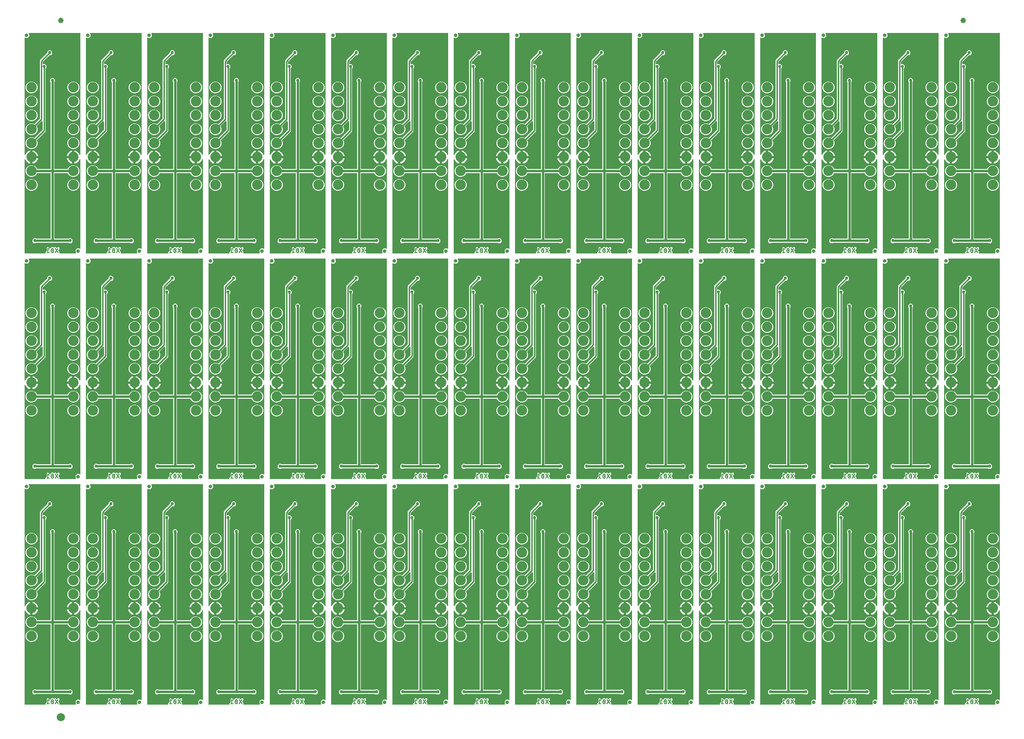
<source format=gbl>
G04 EAGLE Gerber RS-274X export*
G75*
%MOMM*%
%FSLAX34Y34*%
%LPD*%
%INBottom Copper*%
%IPPOS*%
%AMOC8*
5,1,8,0,0,1.08239X$1,22.5*%
G01*
%ADD10C,0.127000*%
%ADD11C,0.635000*%
%ADD12C,1.879600*%
%ADD13C,1.000000*%
%ADD14C,1.500000*%
%ADD15C,0.554000*%
%ADD16C,0.254000*%
%ADD17C,0.406400*%

G36*
X1716463Y825255D02*
X1716463Y825255D01*
X1716521Y825253D01*
X1716603Y825275D01*
X1716687Y825287D01*
X1716740Y825310D01*
X1716796Y825325D01*
X1716869Y825368D01*
X1716946Y825403D01*
X1716991Y825441D01*
X1717041Y825470D01*
X1717099Y825532D01*
X1717163Y825586D01*
X1717195Y825635D01*
X1717235Y825678D01*
X1717274Y825753D01*
X1717321Y825823D01*
X1717338Y825879D01*
X1717365Y825931D01*
X1717376Y825999D01*
X1717406Y826094D01*
X1717409Y826194D01*
X1717420Y826262D01*
X1717420Y827665D01*
X1718711Y828956D01*
X1718720Y828958D01*
X1718803Y828970D01*
X1718857Y828993D01*
X1718913Y829008D01*
X1718986Y829051D01*
X1719063Y829086D01*
X1719107Y829124D01*
X1719157Y829153D01*
X1719215Y829215D01*
X1719280Y829269D01*
X1719312Y829318D01*
X1719352Y829361D01*
X1719390Y829436D01*
X1719437Y829506D01*
X1719455Y829562D01*
X1719481Y829614D01*
X1719493Y829682D01*
X1719523Y829777D01*
X1719526Y829877D01*
X1719537Y829945D01*
X1719537Y834214D01*
X1719528Y834277D01*
X1719531Y834326D01*
X1719446Y835091D01*
X1719459Y835114D01*
X1719467Y835145D01*
X1719481Y835173D01*
X1719493Y835240D01*
X1720045Y835793D01*
X1720083Y835844D01*
X1720120Y835876D01*
X1720601Y836478D01*
X1720627Y836484D01*
X1720654Y836500D01*
X1720684Y836510D01*
X1720738Y836549D01*
X1720741Y836550D01*
X1721521Y836550D01*
X1721584Y836559D01*
X1721633Y836556D01*
X1722398Y836641D01*
X1722421Y836627D01*
X1722451Y836620D01*
X1722479Y836605D01*
X1722547Y836594D01*
X1723099Y836042D01*
X1723150Y836003D01*
X1723183Y835967D01*
X1724923Y834574D01*
X1725001Y834528D01*
X1725074Y834475D01*
X1725123Y834456D01*
X1725168Y834430D01*
X1725256Y834407D01*
X1725340Y834375D01*
X1725393Y834372D01*
X1725443Y834358D01*
X1725534Y834361D01*
X1725624Y834354D01*
X1725675Y834365D01*
X1725727Y834366D01*
X1725814Y834394D01*
X1725902Y834412D01*
X1725948Y834437D01*
X1725998Y834453D01*
X1726073Y834503D01*
X1726153Y834545D01*
X1726191Y834582D01*
X1726234Y834611D01*
X1726293Y834680D01*
X1726358Y834743D01*
X1726380Y834783D01*
X1726418Y834828D01*
X1726462Y834927D01*
X1726484Y834960D01*
X1726495Y834997D01*
X1726518Y835038D01*
X1726560Y835162D01*
X1728504Y836550D01*
X1730892Y836550D01*
X1732066Y835711D01*
X1732081Y835703D01*
X1732093Y835692D01*
X1732207Y835638D01*
X1732318Y835580D01*
X1732335Y835577D01*
X1732350Y835569D01*
X1732474Y835549D01*
X1732597Y835524D01*
X1732614Y835525D01*
X1732630Y835522D01*
X1732755Y835537D01*
X1732880Y835547D01*
X1732896Y835553D01*
X1732913Y835555D01*
X1732977Y835584D01*
X1733146Y835648D01*
X1733184Y835677D01*
X1733219Y835693D01*
X1734705Y836683D01*
X1736459Y836332D01*
X1736854Y835741D01*
X1736931Y835654D01*
X1737004Y835564D01*
X1737025Y835548D01*
X1737043Y835528D01*
X1737141Y835467D01*
X1737236Y835400D01*
X1737261Y835391D01*
X1737284Y835377D01*
X1737395Y835345D01*
X1737505Y835307D01*
X1737531Y835306D01*
X1737557Y835298D01*
X1737673Y835299D01*
X1737789Y835293D01*
X1737815Y835299D01*
X1737841Y835299D01*
X1737953Y835331D01*
X1738065Y835357D01*
X1738089Y835370D01*
X1738114Y835378D01*
X1738212Y835439D01*
X1738314Y835496D01*
X1738330Y835513D01*
X1738355Y835529D01*
X1738540Y835737D01*
X1738543Y835741D01*
X1738938Y836332D01*
X1740692Y836683D01*
X1742181Y835691D01*
X1742532Y833936D01*
X1740670Y831143D01*
X1740669Y831143D01*
X1740669Y831142D01*
X1740607Y831012D01*
X1740547Y830887D01*
X1740547Y830886D01*
X1740546Y830886D01*
X1740522Y830738D01*
X1740500Y830607D01*
X1740500Y830606D01*
X1740500Y830605D01*
X1740517Y830457D01*
X1740532Y830324D01*
X1740532Y830323D01*
X1740535Y830318D01*
X1740641Y830062D01*
X1740660Y830039D01*
X1740670Y830017D01*
X1742532Y827224D01*
X1742379Y826461D01*
X1742378Y826445D01*
X1742374Y826430D01*
X1742370Y826304D01*
X1742363Y826177D01*
X1742367Y826162D01*
X1742366Y826146D01*
X1742398Y826024D01*
X1742426Y825900D01*
X1742434Y825886D01*
X1742438Y825871D01*
X1742502Y825762D01*
X1742564Y825651D01*
X1742575Y825640D01*
X1742583Y825626D01*
X1742676Y825540D01*
X1742765Y825450D01*
X1742779Y825443D01*
X1742791Y825432D01*
X1742903Y825374D01*
X1743014Y825313D01*
X1743030Y825310D01*
X1743044Y825302D01*
X1743112Y825291D01*
X1743291Y825250D01*
X1743338Y825253D01*
X1743375Y825247D01*
X1771696Y825247D01*
X1771725Y825251D01*
X1771754Y825248D01*
X1771865Y825271D01*
X1771977Y825287D01*
X1772004Y825299D01*
X1772033Y825304D01*
X1772134Y825357D01*
X1772237Y825403D01*
X1772259Y825422D01*
X1772285Y825435D01*
X1772367Y825513D01*
X1772454Y825586D01*
X1772470Y825611D01*
X1772491Y825631D01*
X1772549Y825729D01*
X1772611Y825823D01*
X1772620Y825851D01*
X1772635Y825876D01*
X1772663Y825986D01*
X1772697Y826094D01*
X1772698Y826124D01*
X1772705Y826152D01*
X1772701Y826265D01*
X1772704Y826378D01*
X1772697Y826407D01*
X1772696Y826436D01*
X1772661Y826544D01*
X1772633Y826653D01*
X1772618Y826679D01*
X1772609Y826707D01*
X1772563Y826771D01*
X1772487Y826898D01*
X1772442Y826941D01*
X1772414Y826980D01*
X1772030Y827363D01*
X1772030Y831257D01*
X1774783Y834010D01*
X1778677Y834010D01*
X1779060Y833626D01*
X1779084Y833609D01*
X1779103Y833586D01*
X1779197Y833523D01*
X1779287Y833455D01*
X1779315Y833445D01*
X1779339Y833429D01*
X1779447Y833394D01*
X1779553Y833354D01*
X1779582Y833352D01*
X1779610Y833343D01*
X1779724Y833340D01*
X1779836Y833331D01*
X1779865Y833336D01*
X1779894Y833336D01*
X1780004Y833364D01*
X1780115Y833386D01*
X1780141Y833400D01*
X1780169Y833407D01*
X1780267Y833465D01*
X1780367Y833517D01*
X1780389Y833538D01*
X1780414Y833553D01*
X1780491Y833635D01*
X1780573Y833713D01*
X1780588Y833739D01*
X1780608Y833760D01*
X1780660Y833861D01*
X1780717Y833959D01*
X1780724Y833987D01*
X1780738Y834013D01*
X1780751Y834090D01*
X1780787Y834234D01*
X1780785Y834297D01*
X1780793Y834344D01*
X1780793Y995656D01*
X1780787Y995702D01*
X1780789Y995748D01*
X1780767Y995842D01*
X1780753Y995938D01*
X1780735Y995980D01*
X1780724Y996025D01*
X1780677Y996109D01*
X1780637Y996197D01*
X1780607Y996232D01*
X1780585Y996273D01*
X1780516Y996340D01*
X1780454Y996414D01*
X1780415Y996440D01*
X1780382Y996472D01*
X1780297Y996518D01*
X1780217Y996572D01*
X1780173Y996586D01*
X1780132Y996608D01*
X1780038Y996628D01*
X1779946Y996657D01*
X1779900Y996659D01*
X1779855Y996669D01*
X1779758Y996662D01*
X1779662Y996665D01*
X1779617Y996653D01*
X1779571Y996650D01*
X1779480Y996617D01*
X1779387Y996593D01*
X1779347Y996569D01*
X1779303Y996554D01*
X1779225Y996497D01*
X1779142Y996448D01*
X1779111Y996414D01*
X1779073Y996387D01*
X1779028Y996326D01*
X1778948Y996240D01*
X1778910Y996166D01*
X1778873Y996117D01*
X1778051Y994503D01*
X1776946Y992982D01*
X1775618Y991654D01*
X1774097Y990549D01*
X1772423Y989696D01*
X1770636Y989115D01*
X1769871Y988994D01*
X1769871Y999744D01*
X1769863Y999802D01*
X1769865Y999860D01*
X1769843Y999942D01*
X1769831Y1000025D01*
X1769807Y1000079D01*
X1769793Y1000135D01*
X1769750Y1000208D01*
X1769715Y1000285D01*
X1769677Y1000329D01*
X1769647Y1000380D01*
X1769586Y1000437D01*
X1769531Y1000502D01*
X1769483Y1000534D01*
X1769440Y1000574D01*
X1769365Y1000613D01*
X1769295Y1000659D01*
X1769239Y1000677D01*
X1769187Y1000704D01*
X1769119Y1000715D01*
X1769024Y1000745D01*
X1768924Y1000748D01*
X1768856Y1000759D01*
X1767839Y1000759D01*
X1767839Y1000761D01*
X1768856Y1000761D01*
X1768914Y1000769D01*
X1768972Y1000768D01*
X1769054Y1000789D01*
X1769137Y1000801D01*
X1769191Y1000825D01*
X1769247Y1000839D01*
X1769320Y1000882D01*
X1769397Y1000917D01*
X1769442Y1000955D01*
X1769492Y1000985D01*
X1769550Y1001046D01*
X1769614Y1001101D01*
X1769646Y1001149D01*
X1769686Y1001192D01*
X1769725Y1001267D01*
X1769771Y1001337D01*
X1769789Y1001393D01*
X1769816Y1001445D01*
X1769827Y1001513D01*
X1769857Y1001608D01*
X1769860Y1001708D01*
X1769871Y1001776D01*
X1769871Y1012526D01*
X1770636Y1012405D01*
X1772423Y1011824D01*
X1774097Y1010971D01*
X1775618Y1009866D01*
X1776946Y1008538D01*
X1778051Y1007017D01*
X1778873Y1005403D01*
X1778900Y1005365D01*
X1778919Y1005323D01*
X1778981Y1005249D01*
X1779037Y1005170D01*
X1779073Y1005141D01*
X1779103Y1005106D01*
X1779183Y1005052D01*
X1779258Y1004992D01*
X1779301Y1004974D01*
X1779339Y1004948D01*
X1779431Y1004919D01*
X1779520Y1004882D01*
X1779566Y1004877D01*
X1779610Y1004863D01*
X1779707Y1004860D01*
X1779803Y1004849D01*
X1779848Y1004856D01*
X1779894Y1004855D01*
X1779988Y1004880D01*
X1780083Y1004896D01*
X1780125Y1004915D01*
X1780169Y1004927D01*
X1780252Y1004976D01*
X1780340Y1005018D01*
X1780374Y1005049D01*
X1780414Y1005072D01*
X1780480Y1005143D01*
X1780552Y1005207D01*
X1780577Y1005246D01*
X1780608Y1005280D01*
X1780652Y1005366D01*
X1780704Y1005447D01*
X1780717Y1005492D01*
X1780738Y1005533D01*
X1780750Y1005607D01*
X1780783Y1005720D01*
X1780783Y1005804D01*
X1780793Y1005864D01*
X1780793Y1226058D01*
X1780785Y1226116D01*
X1780787Y1226174D01*
X1780765Y1226256D01*
X1780753Y1226340D01*
X1780730Y1226393D01*
X1780715Y1226449D01*
X1780672Y1226522D01*
X1780637Y1226599D01*
X1780599Y1226644D01*
X1780570Y1226694D01*
X1780508Y1226752D01*
X1780454Y1226816D01*
X1780405Y1226848D01*
X1780362Y1226888D01*
X1780287Y1226927D01*
X1780217Y1226974D01*
X1780161Y1226991D01*
X1780109Y1227018D01*
X1780041Y1227029D01*
X1779946Y1227059D01*
X1779846Y1227062D01*
X1779778Y1227073D01*
X1687784Y1227073D01*
X1687755Y1227069D01*
X1687726Y1227072D01*
X1687615Y1227049D01*
X1687503Y1227033D01*
X1687476Y1227021D01*
X1687447Y1227016D01*
X1687346Y1226963D01*
X1687243Y1226917D01*
X1687221Y1226898D01*
X1687195Y1226885D01*
X1687113Y1226807D01*
X1687026Y1226734D01*
X1687010Y1226709D01*
X1686989Y1226689D01*
X1686931Y1226591D01*
X1686869Y1226497D01*
X1686860Y1226469D01*
X1686845Y1226444D01*
X1686817Y1226334D01*
X1686783Y1226226D01*
X1686782Y1226196D01*
X1686775Y1226168D01*
X1686779Y1226055D01*
X1686776Y1225942D01*
X1686783Y1225913D01*
X1686784Y1225884D01*
X1686819Y1225776D01*
X1686847Y1225667D01*
X1686862Y1225641D01*
X1686871Y1225613D01*
X1686917Y1225549D01*
X1686993Y1225422D01*
X1687038Y1225379D01*
X1687066Y1225340D01*
X1687450Y1224957D01*
X1687450Y1221063D01*
X1684697Y1218310D01*
X1680803Y1218310D01*
X1680420Y1218694D01*
X1680396Y1218711D01*
X1680377Y1218734D01*
X1680283Y1218797D01*
X1680193Y1218865D01*
X1680165Y1218875D01*
X1680141Y1218891D01*
X1680033Y1218926D01*
X1679927Y1218966D01*
X1679898Y1218968D01*
X1679870Y1218977D01*
X1679756Y1218980D01*
X1679644Y1218989D01*
X1679615Y1218984D01*
X1679586Y1218984D01*
X1679476Y1218956D01*
X1679365Y1218934D01*
X1679339Y1218920D01*
X1679311Y1218913D01*
X1679213Y1218855D01*
X1679113Y1218803D01*
X1679091Y1218782D01*
X1679066Y1218767D01*
X1678989Y1218685D01*
X1678907Y1218607D01*
X1678892Y1218581D01*
X1678872Y1218560D01*
X1678820Y1218459D01*
X1678763Y1218361D01*
X1678756Y1218333D01*
X1678742Y1218307D01*
X1678729Y1218230D01*
X1678693Y1218086D01*
X1678695Y1218023D01*
X1678687Y1217976D01*
X1678687Y1005864D01*
X1678693Y1005818D01*
X1678691Y1005772D01*
X1678713Y1005678D01*
X1678727Y1005582D01*
X1678745Y1005540D01*
X1678756Y1005495D01*
X1678803Y1005411D01*
X1678843Y1005323D01*
X1678873Y1005288D01*
X1678895Y1005247D01*
X1678964Y1005180D01*
X1679026Y1005106D01*
X1679065Y1005080D01*
X1679098Y1005048D01*
X1679183Y1005002D01*
X1679263Y1004948D01*
X1679307Y1004934D01*
X1679348Y1004912D01*
X1679442Y1004892D01*
X1679534Y1004863D01*
X1679580Y1004861D01*
X1679625Y1004851D01*
X1679722Y1004858D01*
X1679818Y1004855D01*
X1679863Y1004867D01*
X1679909Y1004870D01*
X1680000Y1004903D01*
X1680093Y1004927D01*
X1680133Y1004951D01*
X1680177Y1004966D01*
X1680255Y1005023D01*
X1680338Y1005072D01*
X1680369Y1005106D01*
X1680407Y1005133D01*
X1680452Y1005194D01*
X1680532Y1005280D01*
X1680570Y1005354D01*
X1680607Y1005403D01*
X1681429Y1007017D01*
X1682534Y1008538D01*
X1683862Y1009866D01*
X1685383Y1010971D01*
X1687057Y1011824D01*
X1688844Y1012405D01*
X1689609Y1012526D01*
X1689609Y1001776D01*
X1689617Y1001718D01*
X1689615Y1001660D01*
X1689637Y1001578D01*
X1689649Y1001495D01*
X1689673Y1001441D01*
X1689687Y1001385D01*
X1689730Y1001312D01*
X1689765Y1001235D01*
X1689803Y1001191D01*
X1689833Y1001140D01*
X1689894Y1001083D01*
X1689949Y1001018D01*
X1689997Y1000986D01*
X1690040Y1000946D01*
X1690115Y1000907D01*
X1690185Y1000861D01*
X1690241Y1000843D01*
X1690293Y1000816D01*
X1690361Y1000805D01*
X1690456Y1000775D01*
X1690556Y1000772D01*
X1690624Y1000761D01*
X1691641Y1000761D01*
X1691641Y1000759D01*
X1690624Y1000759D01*
X1690566Y1000751D01*
X1690508Y1000752D01*
X1690426Y1000731D01*
X1690343Y1000719D01*
X1690289Y1000695D01*
X1690233Y1000681D01*
X1690160Y1000638D01*
X1690083Y1000603D01*
X1690038Y1000565D01*
X1689988Y1000535D01*
X1689930Y1000474D01*
X1689866Y1000419D01*
X1689834Y1000371D01*
X1689794Y1000328D01*
X1689755Y1000253D01*
X1689709Y1000183D01*
X1689691Y1000127D01*
X1689664Y1000075D01*
X1689653Y1000007D01*
X1689623Y999912D01*
X1689620Y999812D01*
X1689609Y999744D01*
X1689609Y988994D01*
X1688844Y989115D01*
X1687057Y989696D01*
X1685383Y990549D01*
X1683862Y991654D01*
X1682534Y992982D01*
X1681429Y994503D01*
X1680607Y996117D01*
X1680580Y996155D01*
X1680561Y996197D01*
X1680499Y996271D01*
X1680443Y996350D01*
X1680407Y996379D01*
X1680377Y996414D01*
X1680297Y996468D01*
X1680222Y996528D01*
X1680179Y996546D01*
X1680141Y996572D01*
X1680049Y996601D01*
X1679960Y996638D01*
X1679914Y996643D01*
X1679870Y996657D01*
X1679773Y996660D01*
X1679677Y996671D01*
X1679632Y996664D01*
X1679586Y996665D01*
X1679492Y996640D01*
X1679397Y996624D01*
X1679355Y996605D01*
X1679311Y996593D01*
X1679228Y996544D01*
X1679140Y996502D01*
X1679106Y996471D01*
X1679066Y996448D01*
X1679000Y996377D01*
X1678928Y996313D01*
X1678903Y996274D01*
X1678872Y996240D01*
X1678828Y996154D01*
X1678776Y996073D01*
X1678763Y996028D01*
X1678742Y995987D01*
X1678730Y995913D01*
X1678697Y995800D01*
X1678697Y995716D01*
X1678687Y995656D01*
X1678687Y826262D01*
X1678695Y826204D01*
X1678693Y826146D01*
X1678715Y826064D01*
X1678727Y825980D01*
X1678750Y825927D01*
X1678765Y825871D01*
X1678808Y825798D01*
X1678843Y825721D01*
X1678881Y825676D01*
X1678910Y825626D01*
X1678972Y825568D01*
X1679026Y825504D01*
X1679075Y825472D01*
X1679118Y825432D01*
X1679193Y825393D01*
X1679263Y825346D01*
X1679319Y825329D01*
X1679371Y825302D01*
X1679439Y825291D01*
X1679534Y825261D01*
X1679634Y825258D01*
X1679702Y825247D01*
X1716405Y825247D01*
X1716463Y825255D01*
G37*
G36*
X1492943Y413775D02*
X1492943Y413775D01*
X1493001Y413773D01*
X1493083Y413795D01*
X1493167Y413807D01*
X1493220Y413830D01*
X1493276Y413845D01*
X1493349Y413888D01*
X1493426Y413923D01*
X1493471Y413961D01*
X1493521Y413990D01*
X1493579Y414052D01*
X1493643Y414106D01*
X1493675Y414155D01*
X1493715Y414198D01*
X1493754Y414273D01*
X1493801Y414343D01*
X1493818Y414399D01*
X1493845Y414451D01*
X1493856Y414519D01*
X1493886Y414614D01*
X1493889Y414714D01*
X1493900Y414782D01*
X1493900Y416185D01*
X1495191Y417476D01*
X1495200Y417478D01*
X1495283Y417490D01*
X1495337Y417513D01*
X1495393Y417528D01*
X1495466Y417571D01*
X1495543Y417606D01*
X1495587Y417644D01*
X1495637Y417673D01*
X1495695Y417735D01*
X1495760Y417789D01*
X1495792Y417838D01*
X1495832Y417881D01*
X1495870Y417956D01*
X1495917Y418026D01*
X1495935Y418082D01*
X1495961Y418134D01*
X1495973Y418202D01*
X1496003Y418297D01*
X1496006Y418397D01*
X1496017Y418465D01*
X1496017Y422734D01*
X1496008Y422797D01*
X1496011Y422846D01*
X1495926Y423611D01*
X1495939Y423634D01*
X1495947Y423665D01*
X1495961Y423693D01*
X1495973Y423760D01*
X1496525Y424313D01*
X1496563Y424364D01*
X1496600Y424396D01*
X1497081Y424998D01*
X1497107Y425004D01*
X1497134Y425020D01*
X1497164Y425030D01*
X1497218Y425069D01*
X1497221Y425070D01*
X1498001Y425070D01*
X1498064Y425079D01*
X1498113Y425076D01*
X1498878Y425161D01*
X1498901Y425147D01*
X1498931Y425140D01*
X1498959Y425125D01*
X1499027Y425114D01*
X1499579Y424562D01*
X1499630Y424523D01*
X1499663Y424487D01*
X1501403Y423094D01*
X1501481Y423048D01*
X1501554Y422995D01*
X1501603Y422976D01*
X1501648Y422950D01*
X1501736Y422927D01*
X1501820Y422895D01*
X1501873Y422892D01*
X1501923Y422878D01*
X1502014Y422881D01*
X1502104Y422874D01*
X1502155Y422885D01*
X1502207Y422886D01*
X1502294Y422914D01*
X1502382Y422932D01*
X1502428Y422957D01*
X1502478Y422973D01*
X1502553Y423023D01*
X1502633Y423065D01*
X1502671Y423102D01*
X1502714Y423131D01*
X1502773Y423200D01*
X1502838Y423263D01*
X1502860Y423303D01*
X1502898Y423348D01*
X1502942Y423447D01*
X1502964Y423480D01*
X1502975Y423517D01*
X1502998Y423558D01*
X1503040Y423682D01*
X1504984Y425070D01*
X1507372Y425070D01*
X1508546Y424231D01*
X1508561Y424223D01*
X1508573Y424212D01*
X1508687Y424158D01*
X1508798Y424100D01*
X1508815Y424097D01*
X1508830Y424089D01*
X1508954Y424069D01*
X1509077Y424044D01*
X1509094Y424045D01*
X1509110Y424042D01*
X1509235Y424057D01*
X1509360Y424067D01*
X1509376Y424073D01*
X1509393Y424075D01*
X1509457Y424104D01*
X1509626Y424168D01*
X1509664Y424197D01*
X1509699Y424213D01*
X1511185Y425203D01*
X1512939Y424852D01*
X1513334Y424261D01*
X1513411Y424174D01*
X1513484Y424084D01*
X1513505Y424068D01*
X1513523Y424048D01*
X1513621Y423987D01*
X1513716Y423920D01*
X1513741Y423911D01*
X1513764Y423897D01*
X1513875Y423865D01*
X1513985Y423827D01*
X1514011Y423826D01*
X1514037Y423818D01*
X1514153Y423819D01*
X1514269Y423813D01*
X1514295Y423819D01*
X1514321Y423819D01*
X1514433Y423851D01*
X1514545Y423877D01*
X1514569Y423890D01*
X1514594Y423898D01*
X1514692Y423959D01*
X1514794Y424016D01*
X1514810Y424033D01*
X1514835Y424049D01*
X1515020Y424257D01*
X1515023Y424261D01*
X1515418Y424852D01*
X1517172Y425203D01*
X1518661Y424211D01*
X1519012Y422456D01*
X1517150Y419663D01*
X1517149Y419663D01*
X1517149Y419662D01*
X1517087Y419532D01*
X1517027Y419407D01*
X1517027Y419406D01*
X1517026Y419406D01*
X1517002Y419258D01*
X1516980Y419127D01*
X1516980Y419126D01*
X1516980Y419125D01*
X1516997Y418977D01*
X1517012Y418844D01*
X1517012Y418843D01*
X1517015Y418838D01*
X1517121Y418582D01*
X1517140Y418559D01*
X1517150Y418537D01*
X1519012Y415744D01*
X1518859Y414981D01*
X1518858Y414965D01*
X1518854Y414950D01*
X1518850Y414824D01*
X1518843Y414697D01*
X1518847Y414682D01*
X1518846Y414666D01*
X1518878Y414544D01*
X1518906Y414420D01*
X1518914Y414406D01*
X1518918Y414391D01*
X1518982Y414282D01*
X1519044Y414171D01*
X1519055Y414160D01*
X1519063Y414146D01*
X1519156Y414060D01*
X1519245Y413970D01*
X1519259Y413963D01*
X1519271Y413952D01*
X1519383Y413894D01*
X1519494Y413833D01*
X1519510Y413830D01*
X1519524Y413822D01*
X1519592Y413811D01*
X1519771Y413770D01*
X1519818Y413773D01*
X1519855Y413767D01*
X1548176Y413767D01*
X1548205Y413771D01*
X1548234Y413768D01*
X1548345Y413791D01*
X1548457Y413807D01*
X1548484Y413819D01*
X1548513Y413824D01*
X1548614Y413877D01*
X1548717Y413923D01*
X1548739Y413942D01*
X1548765Y413955D01*
X1548847Y414033D01*
X1548934Y414106D01*
X1548950Y414131D01*
X1548971Y414151D01*
X1549029Y414249D01*
X1549091Y414343D01*
X1549100Y414371D01*
X1549115Y414396D01*
X1549143Y414506D01*
X1549177Y414614D01*
X1549178Y414644D01*
X1549185Y414672D01*
X1549181Y414785D01*
X1549184Y414898D01*
X1549177Y414927D01*
X1549176Y414956D01*
X1549141Y415064D01*
X1549113Y415173D01*
X1549098Y415199D01*
X1549089Y415227D01*
X1549043Y415291D01*
X1548967Y415418D01*
X1548922Y415461D01*
X1548894Y415500D01*
X1548510Y415883D01*
X1548510Y419777D01*
X1551263Y422530D01*
X1555157Y422530D01*
X1555540Y422146D01*
X1555564Y422129D01*
X1555583Y422106D01*
X1555677Y422043D01*
X1555767Y421975D01*
X1555795Y421965D01*
X1555819Y421949D01*
X1555927Y421914D01*
X1556033Y421874D01*
X1556062Y421872D01*
X1556090Y421863D01*
X1556204Y421860D01*
X1556316Y421851D01*
X1556345Y421856D01*
X1556374Y421856D01*
X1556484Y421884D01*
X1556595Y421906D01*
X1556621Y421920D01*
X1556649Y421927D01*
X1556747Y421985D01*
X1556847Y422037D01*
X1556869Y422058D01*
X1556894Y422073D01*
X1556971Y422155D01*
X1557053Y422233D01*
X1557068Y422259D01*
X1557088Y422280D01*
X1557140Y422381D01*
X1557197Y422479D01*
X1557204Y422507D01*
X1557218Y422533D01*
X1557231Y422610D01*
X1557267Y422754D01*
X1557265Y422817D01*
X1557273Y422864D01*
X1557273Y584176D01*
X1557267Y584222D01*
X1557269Y584268D01*
X1557247Y584362D01*
X1557233Y584458D01*
X1557215Y584500D01*
X1557204Y584545D01*
X1557157Y584629D01*
X1557117Y584717D01*
X1557087Y584752D01*
X1557065Y584793D01*
X1556996Y584860D01*
X1556934Y584934D01*
X1556895Y584960D01*
X1556862Y584992D01*
X1556777Y585038D01*
X1556697Y585092D01*
X1556653Y585106D01*
X1556612Y585128D01*
X1556518Y585148D01*
X1556426Y585177D01*
X1556380Y585179D01*
X1556335Y585189D01*
X1556238Y585182D01*
X1556142Y585185D01*
X1556097Y585173D01*
X1556051Y585170D01*
X1555960Y585137D01*
X1555867Y585113D01*
X1555827Y585089D01*
X1555783Y585074D01*
X1555705Y585017D01*
X1555622Y584968D01*
X1555591Y584934D01*
X1555553Y584907D01*
X1555508Y584846D01*
X1555428Y584760D01*
X1555390Y584686D01*
X1555353Y584637D01*
X1554531Y583023D01*
X1553426Y581502D01*
X1552098Y580174D01*
X1550577Y579069D01*
X1548903Y578216D01*
X1547116Y577635D01*
X1546351Y577514D01*
X1546351Y588264D01*
X1546343Y588322D01*
X1546345Y588380D01*
X1546323Y588462D01*
X1546311Y588545D01*
X1546287Y588599D01*
X1546273Y588655D01*
X1546230Y588728D01*
X1546195Y588805D01*
X1546157Y588849D01*
X1546127Y588900D01*
X1546066Y588957D01*
X1546011Y589022D01*
X1545963Y589054D01*
X1545920Y589094D01*
X1545845Y589133D01*
X1545775Y589179D01*
X1545719Y589197D01*
X1545667Y589224D01*
X1545599Y589235D01*
X1545504Y589265D01*
X1545404Y589268D01*
X1545336Y589279D01*
X1544319Y589279D01*
X1544319Y589281D01*
X1545336Y589281D01*
X1545394Y589289D01*
X1545452Y589288D01*
X1545534Y589309D01*
X1545617Y589321D01*
X1545671Y589345D01*
X1545727Y589359D01*
X1545800Y589402D01*
X1545877Y589437D01*
X1545922Y589475D01*
X1545972Y589505D01*
X1546030Y589566D01*
X1546094Y589621D01*
X1546126Y589669D01*
X1546166Y589712D01*
X1546205Y589787D01*
X1546251Y589857D01*
X1546269Y589913D01*
X1546296Y589965D01*
X1546307Y590033D01*
X1546337Y590128D01*
X1546340Y590228D01*
X1546351Y590296D01*
X1546351Y601046D01*
X1547116Y600925D01*
X1548903Y600344D01*
X1550577Y599491D01*
X1552098Y598386D01*
X1553426Y597058D01*
X1554531Y595537D01*
X1555353Y593923D01*
X1555380Y593885D01*
X1555399Y593843D01*
X1555461Y593769D01*
X1555517Y593690D01*
X1555553Y593661D01*
X1555583Y593626D01*
X1555663Y593572D01*
X1555738Y593512D01*
X1555781Y593494D01*
X1555819Y593468D01*
X1555911Y593439D01*
X1556000Y593402D01*
X1556046Y593397D01*
X1556090Y593383D01*
X1556187Y593380D01*
X1556283Y593369D01*
X1556328Y593376D01*
X1556374Y593375D01*
X1556468Y593400D01*
X1556563Y593416D01*
X1556605Y593435D01*
X1556649Y593447D01*
X1556732Y593496D01*
X1556820Y593538D01*
X1556854Y593569D01*
X1556894Y593592D01*
X1556960Y593663D01*
X1557032Y593727D01*
X1557057Y593766D01*
X1557088Y593800D01*
X1557132Y593886D01*
X1557184Y593967D01*
X1557197Y594012D01*
X1557218Y594053D01*
X1557230Y594127D01*
X1557263Y594240D01*
X1557263Y594324D01*
X1557273Y594384D01*
X1557273Y814578D01*
X1557265Y814636D01*
X1557267Y814694D01*
X1557245Y814776D01*
X1557233Y814860D01*
X1557210Y814913D01*
X1557195Y814969D01*
X1557152Y815042D01*
X1557117Y815119D01*
X1557079Y815164D01*
X1557050Y815214D01*
X1556988Y815272D01*
X1556934Y815336D01*
X1556885Y815368D01*
X1556842Y815408D01*
X1556767Y815447D01*
X1556697Y815494D01*
X1556641Y815511D01*
X1556589Y815538D01*
X1556521Y815549D01*
X1556426Y815579D01*
X1556326Y815582D01*
X1556258Y815593D01*
X1464264Y815593D01*
X1464235Y815589D01*
X1464206Y815592D01*
X1464095Y815569D01*
X1463983Y815553D01*
X1463956Y815541D01*
X1463927Y815536D01*
X1463826Y815483D01*
X1463723Y815437D01*
X1463701Y815418D01*
X1463675Y815405D01*
X1463593Y815327D01*
X1463506Y815254D01*
X1463490Y815229D01*
X1463469Y815209D01*
X1463411Y815111D01*
X1463349Y815017D01*
X1463340Y814989D01*
X1463325Y814964D01*
X1463297Y814854D01*
X1463263Y814746D01*
X1463262Y814716D01*
X1463255Y814688D01*
X1463259Y814575D01*
X1463256Y814462D01*
X1463263Y814433D01*
X1463264Y814404D01*
X1463299Y814296D01*
X1463327Y814187D01*
X1463342Y814161D01*
X1463351Y814133D01*
X1463397Y814069D01*
X1463473Y813942D01*
X1463518Y813899D01*
X1463546Y813860D01*
X1463930Y813477D01*
X1463930Y809583D01*
X1461177Y806830D01*
X1457283Y806830D01*
X1456900Y807214D01*
X1456876Y807231D01*
X1456857Y807254D01*
X1456763Y807317D01*
X1456673Y807385D01*
X1456645Y807395D01*
X1456621Y807411D01*
X1456513Y807446D01*
X1456407Y807486D01*
X1456378Y807488D01*
X1456350Y807497D01*
X1456236Y807500D01*
X1456124Y807509D01*
X1456095Y807504D01*
X1456066Y807504D01*
X1455956Y807476D01*
X1455845Y807454D01*
X1455819Y807440D01*
X1455791Y807433D01*
X1455693Y807375D01*
X1455593Y807323D01*
X1455571Y807302D01*
X1455546Y807287D01*
X1455469Y807205D01*
X1455387Y807127D01*
X1455372Y807101D01*
X1455352Y807080D01*
X1455300Y806979D01*
X1455243Y806881D01*
X1455236Y806853D01*
X1455222Y806827D01*
X1455209Y806750D01*
X1455173Y806606D01*
X1455175Y806543D01*
X1455167Y806496D01*
X1455167Y594384D01*
X1455173Y594338D01*
X1455171Y594292D01*
X1455193Y594198D01*
X1455207Y594102D01*
X1455225Y594060D01*
X1455236Y594015D01*
X1455283Y593931D01*
X1455323Y593843D01*
X1455353Y593808D01*
X1455375Y593767D01*
X1455444Y593700D01*
X1455506Y593626D01*
X1455545Y593600D01*
X1455578Y593568D01*
X1455663Y593522D01*
X1455743Y593468D01*
X1455787Y593454D01*
X1455828Y593432D01*
X1455922Y593412D01*
X1456014Y593383D01*
X1456060Y593381D01*
X1456105Y593371D01*
X1456202Y593378D01*
X1456298Y593375D01*
X1456343Y593387D01*
X1456389Y593390D01*
X1456480Y593423D01*
X1456573Y593447D01*
X1456613Y593471D01*
X1456657Y593486D01*
X1456735Y593543D01*
X1456818Y593592D01*
X1456849Y593626D01*
X1456887Y593653D01*
X1456932Y593714D01*
X1457012Y593800D01*
X1457050Y593874D01*
X1457087Y593923D01*
X1457909Y595537D01*
X1459014Y597058D01*
X1460342Y598386D01*
X1461863Y599491D01*
X1463537Y600344D01*
X1465324Y600925D01*
X1466089Y601046D01*
X1466089Y590296D01*
X1466097Y590238D01*
X1466095Y590180D01*
X1466117Y590098D01*
X1466129Y590015D01*
X1466153Y589961D01*
X1466167Y589905D01*
X1466210Y589832D01*
X1466245Y589755D01*
X1466283Y589711D01*
X1466313Y589660D01*
X1466374Y589603D01*
X1466429Y589538D01*
X1466477Y589506D01*
X1466520Y589466D01*
X1466595Y589427D01*
X1466665Y589381D01*
X1466721Y589363D01*
X1466773Y589336D01*
X1466841Y589325D01*
X1466936Y589295D01*
X1467036Y589292D01*
X1467104Y589281D01*
X1468121Y589281D01*
X1468121Y589279D01*
X1467104Y589279D01*
X1467046Y589271D01*
X1466988Y589272D01*
X1466906Y589251D01*
X1466823Y589239D01*
X1466769Y589215D01*
X1466713Y589201D01*
X1466640Y589158D01*
X1466563Y589123D01*
X1466518Y589085D01*
X1466468Y589055D01*
X1466410Y588994D01*
X1466346Y588939D01*
X1466314Y588891D01*
X1466274Y588848D01*
X1466235Y588773D01*
X1466189Y588703D01*
X1466171Y588647D01*
X1466144Y588595D01*
X1466133Y588527D01*
X1466103Y588432D01*
X1466100Y588332D01*
X1466089Y588264D01*
X1466089Y577514D01*
X1465324Y577635D01*
X1463537Y578216D01*
X1461863Y579069D01*
X1460342Y580174D01*
X1459014Y581502D01*
X1457909Y583023D01*
X1457087Y584637D01*
X1457060Y584675D01*
X1457041Y584717D01*
X1456979Y584791D01*
X1456923Y584870D01*
X1456887Y584899D01*
X1456857Y584934D01*
X1456777Y584988D01*
X1456702Y585048D01*
X1456659Y585066D01*
X1456621Y585092D01*
X1456529Y585121D01*
X1456440Y585158D01*
X1456394Y585163D01*
X1456350Y585177D01*
X1456253Y585180D01*
X1456157Y585191D01*
X1456112Y585184D01*
X1456066Y585185D01*
X1455972Y585160D01*
X1455877Y585144D01*
X1455835Y585125D01*
X1455791Y585113D01*
X1455708Y585064D01*
X1455620Y585022D01*
X1455586Y584991D01*
X1455546Y584968D01*
X1455480Y584897D01*
X1455408Y584833D01*
X1455383Y584794D01*
X1455352Y584760D01*
X1455308Y584674D01*
X1455256Y584593D01*
X1455243Y584548D01*
X1455222Y584507D01*
X1455210Y584433D01*
X1455177Y584320D01*
X1455177Y584236D01*
X1455167Y584176D01*
X1455167Y414782D01*
X1455175Y414724D01*
X1455173Y414666D01*
X1455195Y414584D01*
X1455207Y414500D01*
X1455230Y414447D01*
X1455245Y414391D01*
X1455288Y414318D01*
X1455323Y414241D01*
X1455361Y414196D01*
X1455390Y414146D01*
X1455452Y414088D01*
X1455506Y414024D01*
X1455555Y413992D01*
X1455598Y413952D01*
X1455673Y413913D01*
X1455743Y413866D01*
X1455799Y413849D01*
X1455851Y413822D01*
X1455919Y413811D01*
X1456014Y413781D01*
X1456114Y413778D01*
X1456182Y413767D01*
X1492885Y413767D01*
X1492943Y413775D01*
G37*
G36*
X1269423Y2295D02*
X1269423Y2295D01*
X1269481Y2293D01*
X1269563Y2315D01*
X1269647Y2327D01*
X1269700Y2350D01*
X1269756Y2365D01*
X1269829Y2408D01*
X1269906Y2443D01*
X1269951Y2481D01*
X1270001Y2510D01*
X1270059Y2572D01*
X1270123Y2626D01*
X1270155Y2675D01*
X1270195Y2718D01*
X1270234Y2793D01*
X1270281Y2863D01*
X1270298Y2919D01*
X1270325Y2971D01*
X1270336Y3039D01*
X1270366Y3134D01*
X1270369Y3234D01*
X1270380Y3302D01*
X1270380Y4705D01*
X1271671Y5996D01*
X1271680Y5998D01*
X1271763Y6010D01*
X1271817Y6033D01*
X1271873Y6048D01*
X1271946Y6091D01*
X1272023Y6126D01*
X1272067Y6164D01*
X1272117Y6193D01*
X1272175Y6255D01*
X1272240Y6309D01*
X1272272Y6358D01*
X1272312Y6401D01*
X1272350Y6476D01*
X1272397Y6546D01*
X1272415Y6602D01*
X1272441Y6654D01*
X1272453Y6722D01*
X1272483Y6817D01*
X1272486Y6917D01*
X1272497Y6985D01*
X1272497Y11254D01*
X1272488Y11317D01*
X1272491Y11366D01*
X1272406Y12131D01*
X1272419Y12154D01*
X1272427Y12185D01*
X1272441Y12213D01*
X1272453Y12280D01*
X1273005Y12833D01*
X1273043Y12884D01*
X1273080Y12916D01*
X1273561Y13518D01*
X1273587Y13524D01*
X1273614Y13540D01*
X1273644Y13550D01*
X1273698Y13589D01*
X1273701Y13590D01*
X1274481Y13590D01*
X1274544Y13599D01*
X1274593Y13596D01*
X1275358Y13681D01*
X1275381Y13667D01*
X1275411Y13660D01*
X1275439Y13645D01*
X1275507Y13634D01*
X1276059Y13082D01*
X1276110Y13043D01*
X1276143Y13007D01*
X1277883Y11614D01*
X1277961Y11568D01*
X1278034Y11515D01*
X1278083Y11496D01*
X1278128Y11470D01*
X1278216Y11447D01*
X1278300Y11415D01*
X1278353Y11412D01*
X1278403Y11398D01*
X1278494Y11401D01*
X1278584Y11394D01*
X1278635Y11405D01*
X1278687Y11406D01*
X1278774Y11434D01*
X1278862Y11452D01*
X1278908Y11477D01*
X1278958Y11493D01*
X1279033Y11543D01*
X1279113Y11585D01*
X1279151Y11622D01*
X1279194Y11651D01*
X1279253Y11720D01*
X1279318Y11783D01*
X1279340Y11823D01*
X1279378Y11868D01*
X1279422Y11967D01*
X1279444Y12000D01*
X1279455Y12037D01*
X1279478Y12078D01*
X1279520Y12202D01*
X1281464Y13590D01*
X1283852Y13590D01*
X1285026Y12751D01*
X1285041Y12743D01*
X1285053Y12732D01*
X1285167Y12678D01*
X1285278Y12620D01*
X1285295Y12617D01*
X1285310Y12609D01*
X1285434Y12589D01*
X1285557Y12564D01*
X1285574Y12565D01*
X1285590Y12562D01*
X1285715Y12577D01*
X1285840Y12587D01*
X1285856Y12593D01*
X1285873Y12595D01*
X1285937Y12624D01*
X1286106Y12688D01*
X1286144Y12717D01*
X1286179Y12733D01*
X1287665Y13723D01*
X1289419Y13372D01*
X1289814Y12781D01*
X1289891Y12694D01*
X1289964Y12604D01*
X1289985Y12588D01*
X1290003Y12568D01*
X1290101Y12507D01*
X1290196Y12440D01*
X1290221Y12431D01*
X1290244Y12417D01*
X1290355Y12385D01*
X1290465Y12347D01*
X1290491Y12346D01*
X1290517Y12338D01*
X1290633Y12339D01*
X1290749Y12333D01*
X1290775Y12339D01*
X1290801Y12339D01*
X1290913Y12371D01*
X1291025Y12397D01*
X1291049Y12410D01*
X1291074Y12418D01*
X1291172Y12479D01*
X1291274Y12536D01*
X1291290Y12553D01*
X1291315Y12569D01*
X1291500Y12777D01*
X1291503Y12781D01*
X1291898Y13372D01*
X1293652Y13723D01*
X1295141Y12731D01*
X1295492Y10976D01*
X1293630Y8183D01*
X1293629Y8183D01*
X1293629Y8182D01*
X1293567Y8052D01*
X1293507Y7927D01*
X1293507Y7926D01*
X1293506Y7926D01*
X1293482Y7778D01*
X1293460Y7647D01*
X1293460Y7646D01*
X1293460Y7645D01*
X1293477Y7497D01*
X1293492Y7364D01*
X1293492Y7363D01*
X1293495Y7358D01*
X1293601Y7102D01*
X1293620Y7079D01*
X1293630Y7057D01*
X1295492Y4264D01*
X1295339Y3501D01*
X1295338Y3485D01*
X1295334Y3470D01*
X1295330Y3344D01*
X1295323Y3217D01*
X1295327Y3202D01*
X1295326Y3186D01*
X1295358Y3064D01*
X1295386Y2940D01*
X1295394Y2926D01*
X1295398Y2911D01*
X1295462Y2802D01*
X1295524Y2691D01*
X1295535Y2680D01*
X1295543Y2666D01*
X1295636Y2580D01*
X1295725Y2490D01*
X1295739Y2483D01*
X1295751Y2472D01*
X1295863Y2414D01*
X1295974Y2353D01*
X1295990Y2350D01*
X1296004Y2342D01*
X1296072Y2331D01*
X1296251Y2290D01*
X1296298Y2293D01*
X1296335Y2287D01*
X1324656Y2287D01*
X1324685Y2291D01*
X1324714Y2288D01*
X1324825Y2311D01*
X1324937Y2327D01*
X1324964Y2339D01*
X1324993Y2344D01*
X1325094Y2397D01*
X1325197Y2443D01*
X1325219Y2462D01*
X1325245Y2475D01*
X1325327Y2553D01*
X1325414Y2626D01*
X1325430Y2651D01*
X1325451Y2671D01*
X1325509Y2769D01*
X1325571Y2863D01*
X1325580Y2891D01*
X1325595Y2916D01*
X1325623Y3026D01*
X1325657Y3134D01*
X1325658Y3164D01*
X1325665Y3192D01*
X1325661Y3305D01*
X1325664Y3418D01*
X1325657Y3447D01*
X1325656Y3476D01*
X1325621Y3584D01*
X1325593Y3693D01*
X1325578Y3719D01*
X1325569Y3747D01*
X1325523Y3811D01*
X1325447Y3938D01*
X1325402Y3981D01*
X1325374Y4020D01*
X1324990Y4403D01*
X1324990Y8297D01*
X1327743Y11050D01*
X1331637Y11050D01*
X1332020Y10666D01*
X1332044Y10649D01*
X1332063Y10626D01*
X1332157Y10563D01*
X1332247Y10495D01*
X1332275Y10485D01*
X1332299Y10469D01*
X1332407Y10434D01*
X1332513Y10394D01*
X1332542Y10392D01*
X1332570Y10383D01*
X1332684Y10380D01*
X1332796Y10371D01*
X1332825Y10376D01*
X1332854Y10376D01*
X1332964Y10404D01*
X1333075Y10426D01*
X1333101Y10440D01*
X1333129Y10447D01*
X1333227Y10505D01*
X1333327Y10557D01*
X1333349Y10578D01*
X1333374Y10593D01*
X1333451Y10675D01*
X1333533Y10753D01*
X1333548Y10779D01*
X1333568Y10800D01*
X1333620Y10901D01*
X1333677Y10999D01*
X1333684Y11027D01*
X1333698Y11053D01*
X1333711Y11130D01*
X1333747Y11274D01*
X1333745Y11337D01*
X1333753Y11384D01*
X1333753Y172696D01*
X1333747Y172742D01*
X1333749Y172788D01*
X1333727Y172882D01*
X1333713Y172978D01*
X1333695Y173020D01*
X1333684Y173065D01*
X1333637Y173149D01*
X1333597Y173237D01*
X1333567Y173272D01*
X1333545Y173313D01*
X1333476Y173380D01*
X1333414Y173454D01*
X1333375Y173480D01*
X1333342Y173512D01*
X1333257Y173558D01*
X1333177Y173612D01*
X1333133Y173626D01*
X1333092Y173648D01*
X1332998Y173668D01*
X1332906Y173697D01*
X1332860Y173699D01*
X1332815Y173709D01*
X1332718Y173702D01*
X1332622Y173705D01*
X1332577Y173693D01*
X1332531Y173690D01*
X1332440Y173657D01*
X1332347Y173633D01*
X1332307Y173609D01*
X1332263Y173594D01*
X1332185Y173537D01*
X1332102Y173488D01*
X1332071Y173454D01*
X1332033Y173427D01*
X1331988Y173366D01*
X1331908Y173280D01*
X1331870Y173206D01*
X1331833Y173157D01*
X1331011Y171543D01*
X1329906Y170022D01*
X1328578Y168694D01*
X1327057Y167589D01*
X1325383Y166736D01*
X1323596Y166155D01*
X1322831Y166034D01*
X1322831Y176784D01*
X1322823Y176842D01*
X1322825Y176900D01*
X1322803Y176982D01*
X1322791Y177065D01*
X1322767Y177119D01*
X1322753Y177175D01*
X1322710Y177248D01*
X1322675Y177325D01*
X1322637Y177369D01*
X1322607Y177420D01*
X1322546Y177477D01*
X1322491Y177542D01*
X1322443Y177574D01*
X1322400Y177614D01*
X1322325Y177653D01*
X1322255Y177699D01*
X1322199Y177717D01*
X1322147Y177744D01*
X1322079Y177755D01*
X1321984Y177785D01*
X1321884Y177788D01*
X1321816Y177799D01*
X1320799Y177799D01*
X1320799Y177801D01*
X1321816Y177801D01*
X1321874Y177809D01*
X1321932Y177808D01*
X1322014Y177829D01*
X1322097Y177841D01*
X1322151Y177865D01*
X1322207Y177879D01*
X1322280Y177922D01*
X1322357Y177957D01*
X1322402Y177995D01*
X1322452Y178025D01*
X1322510Y178086D01*
X1322574Y178141D01*
X1322606Y178189D01*
X1322646Y178232D01*
X1322685Y178307D01*
X1322731Y178377D01*
X1322749Y178433D01*
X1322776Y178485D01*
X1322787Y178553D01*
X1322817Y178648D01*
X1322820Y178748D01*
X1322831Y178816D01*
X1322831Y189566D01*
X1323596Y189445D01*
X1325383Y188864D01*
X1327057Y188011D01*
X1328578Y186906D01*
X1329906Y185578D01*
X1331011Y184057D01*
X1331833Y182443D01*
X1331860Y182405D01*
X1331879Y182363D01*
X1331941Y182289D01*
X1331997Y182210D01*
X1332033Y182181D01*
X1332063Y182146D01*
X1332143Y182092D01*
X1332218Y182032D01*
X1332261Y182014D01*
X1332299Y181988D01*
X1332391Y181959D01*
X1332480Y181922D01*
X1332526Y181917D01*
X1332570Y181903D01*
X1332667Y181900D01*
X1332763Y181889D01*
X1332808Y181896D01*
X1332854Y181895D01*
X1332948Y181920D01*
X1333043Y181936D01*
X1333085Y181955D01*
X1333129Y181967D01*
X1333212Y182016D01*
X1333300Y182058D01*
X1333334Y182089D01*
X1333374Y182112D01*
X1333440Y182183D01*
X1333512Y182247D01*
X1333537Y182286D01*
X1333568Y182320D01*
X1333612Y182406D01*
X1333664Y182487D01*
X1333677Y182532D01*
X1333698Y182573D01*
X1333710Y182647D01*
X1333743Y182760D01*
X1333743Y182844D01*
X1333753Y182904D01*
X1333753Y403098D01*
X1333745Y403156D01*
X1333747Y403214D01*
X1333725Y403296D01*
X1333713Y403380D01*
X1333690Y403433D01*
X1333675Y403489D01*
X1333632Y403562D01*
X1333597Y403639D01*
X1333559Y403684D01*
X1333530Y403734D01*
X1333468Y403792D01*
X1333414Y403856D01*
X1333365Y403888D01*
X1333322Y403928D01*
X1333247Y403967D01*
X1333177Y404014D01*
X1333121Y404031D01*
X1333069Y404058D01*
X1333001Y404069D01*
X1332906Y404099D01*
X1332806Y404102D01*
X1332738Y404113D01*
X1240744Y404113D01*
X1240715Y404109D01*
X1240686Y404112D01*
X1240575Y404089D01*
X1240463Y404073D01*
X1240436Y404061D01*
X1240407Y404056D01*
X1240306Y404003D01*
X1240203Y403957D01*
X1240181Y403938D01*
X1240155Y403925D01*
X1240073Y403847D01*
X1239986Y403774D01*
X1239970Y403749D01*
X1239949Y403729D01*
X1239891Y403631D01*
X1239829Y403537D01*
X1239820Y403509D01*
X1239805Y403484D01*
X1239777Y403374D01*
X1239743Y403266D01*
X1239742Y403236D01*
X1239735Y403208D01*
X1239739Y403095D01*
X1239736Y402982D01*
X1239743Y402953D01*
X1239744Y402924D01*
X1239779Y402816D01*
X1239807Y402707D01*
X1239822Y402681D01*
X1239831Y402653D01*
X1239877Y402589D01*
X1239953Y402462D01*
X1239998Y402419D01*
X1240026Y402380D01*
X1240410Y401997D01*
X1240410Y398103D01*
X1237657Y395350D01*
X1233763Y395350D01*
X1233380Y395734D01*
X1233356Y395751D01*
X1233337Y395774D01*
X1233243Y395837D01*
X1233153Y395905D01*
X1233125Y395915D01*
X1233101Y395931D01*
X1232993Y395966D01*
X1232887Y396006D01*
X1232858Y396008D01*
X1232830Y396017D01*
X1232716Y396020D01*
X1232604Y396029D01*
X1232575Y396024D01*
X1232546Y396024D01*
X1232436Y395996D01*
X1232325Y395974D01*
X1232299Y395960D01*
X1232271Y395953D01*
X1232173Y395895D01*
X1232073Y395843D01*
X1232051Y395822D01*
X1232026Y395807D01*
X1231949Y395725D01*
X1231867Y395647D01*
X1231852Y395621D01*
X1231832Y395600D01*
X1231780Y395499D01*
X1231723Y395401D01*
X1231716Y395373D01*
X1231702Y395347D01*
X1231689Y395270D01*
X1231653Y395126D01*
X1231655Y395063D01*
X1231647Y395016D01*
X1231647Y182904D01*
X1231653Y182858D01*
X1231651Y182812D01*
X1231673Y182718D01*
X1231687Y182622D01*
X1231705Y182580D01*
X1231716Y182535D01*
X1231763Y182451D01*
X1231803Y182363D01*
X1231833Y182328D01*
X1231855Y182287D01*
X1231924Y182220D01*
X1231986Y182146D01*
X1232025Y182120D01*
X1232058Y182088D01*
X1232143Y182042D01*
X1232223Y181988D01*
X1232267Y181974D01*
X1232308Y181952D01*
X1232402Y181932D01*
X1232494Y181903D01*
X1232540Y181901D01*
X1232585Y181891D01*
X1232682Y181898D01*
X1232778Y181895D01*
X1232823Y181907D01*
X1232869Y181910D01*
X1232960Y181943D01*
X1233053Y181967D01*
X1233093Y181991D01*
X1233137Y182006D01*
X1233215Y182063D01*
X1233298Y182112D01*
X1233329Y182146D01*
X1233367Y182173D01*
X1233412Y182234D01*
X1233492Y182320D01*
X1233530Y182394D01*
X1233567Y182443D01*
X1234389Y184057D01*
X1235494Y185578D01*
X1236822Y186906D01*
X1238343Y188011D01*
X1240017Y188864D01*
X1241804Y189445D01*
X1242569Y189566D01*
X1242569Y178816D01*
X1242577Y178758D01*
X1242575Y178700D01*
X1242597Y178618D01*
X1242609Y178535D01*
X1242633Y178481D01*
X1242647Y178425D01*
X1242690Y178352D01*
X1242725Y178275D01*
X1242763Y178231D01*
X1242793Y178180D01*
X1242854Y178123D01*
X1242909Y178058D01*
X1242957Y178026D01*
X1243000Y177986D01*
X1243075Y177947D01*
X1243145Y177901D01*
X1243201Y177883D01*
X1243253Y177856D01*
X1243321Y177845D01*
X1243416Y177815D01*
X1243516Y177812D01*
X1243584Y177801D01*
X1244601Y177801D01*
X1244601Y177799D01*
X1243584Y177799D01*
X1243526Y177791D01*
X1243468Y177792D01*
X1243386Y177771D01*
X1243303Y177759D01*
X1243249Y177735D01*
X1243193Y177721D01*
X1243120Y177678D01*
X1243043Y177643D01*
X1242998Y177605D01*
X1242948Y177575D01*
X1242890Y177514D01*
X1242826Y177459D01*
X1242794Y177411D01*
X1242754Y177368D01*
X1242715Y177293D01*
X1242669Y177223D01*
X1242651Y177167D01*
X1242624Y177115D01*
X1242613Y177047D01*
X1242583Y176952D01*
X1242580Y176852D01*
X1242569Y176784D01*
X1242569Y166034D01*
X1241804Y166155D01*
X1240017Y166736D01*
X1238343Y167589D01*
X1236822Y168694D01*
X1235494Y170022D01*
X1234389Y171543D01*
X1233567Y173157D01*
X1233540Y173195D01*
X1233521Y173237D01*
X1233459Y173311D01*
X1233403Y173390D01*
X1233367Y173419D01*
X1233337Y173454D01*
X1233257Y173508D01*
X1233182Y173568D01*
X1233139Y173586D01*
X1233101Y173612D01*
X1233009Y173641D01*
X1232920Y173678D01*
X1232874Y173683D01*
X1232830Y173697D01*
X1232733Y173700D01*
X1232637Y173711D01*
X1232592Y173704D01*
X1232546Y173705D01*
X1232452Y173680D01*
X1232357Y173664D01*
X1232315Y173645D01*
X1232271Y173633D01*
X1232188Y173584D01*
X1232100Y173542D01*
X1232066Y173511D01*
X1232026Y173488D01*
X1231960Y173417D01*
X1231888Y173353D01*
X1231863Y173314D01*
X1231832Y173280D01*
X1231788Y173194D01*
X1231736Y173113D01*
X1231723Y173068D01*
X1231702Y173027D01*
X1231690Y172953D01*
X1231657Y172840D01*
X1231657Y172756D01*
X1231647Y172696D01*
X1231647Y3302D01*
X1231655Y3244D01*
X1231653Y3186D01*
X1231675Y3104D01*
X1231687Y3020D01*
X1231710Y2967D01*
X1231725Y2911D01*
X1231768Y2838D01*
X1231803Y2761D01*
X1231841Y2716D01*
X1231870Y2666D01*
X1231932Y2608D01*
X1231986Y2544D01*
X1232035Y2512D01*
X1232078Y2472D01*
X1232153Y2433D01*
X1232223Y2386D01*
X1232279Y2369D01*
X1232331Y2342D01*
X1232399Y2331D01*
X1232494Y2301D01*
X1232594Y2298D01*
X1232662Y2287D01*
X1269365Y2287D01*
X1269423Y2295D01*
G37*
G36*
X151823Y825255D02*
X151823Y825255D01*
X151881Y825253D01*
X151963Y825275D01*
X152047Y825287D01*
X152100Y825310D01*
X152156Y825325D01*
X152229Y825368D01*
X152306Y825403D01*
X152351Y825441D01*
X152401Y825470D01*
X152459Y825532D01*
X152523Y825586D01*
X152555Y825635D01*
X152595Y825678D01*
X152634Y825753D01*
X152681Y825823D01*
X152698Y825879D01*
X152725Y825931D01*
X152736Y825999D01*
X152766Y826094D01*
X152769Y826194D01*
X152780Y826262D01*
X152780Y827665D01*
X154071Y828956D01*
X154080Y828958D01*
X154163Y828970D01*
X154217Y828993D01*
X154273Y829008D01*
X154346Y829051D01*
X154423Y829086D01*
X154467Y829124D01*
X154517Y829153D01*
X154575Y829215D01*
X154640Y829269D01*
X154672Y829318D01*
X154712Y829361D01*
X154750Y829436D01*
X154797Y829506D01*
X154815Y829562D01*
X154841Y829614D01*
X154853Y829682D01*
X154883Y829777D01*
X154886Y829877D01*
X154897Y829945D01*
X154897Y834214D01*
X154888Y834277D01*
X154891Y834326D01*
X154806Y835091D01*
X154819Y835114D01*
X154827Y835145D01*
X154841Y835173D01*
X154853Y835240D01*
X155405Y835793D01*
X155443Y835844D01*
X155480Y835876D01*
X155961Y836478D01*
X155987Y836484D01*
X156014Y836500D01*
X156044Y836510D01*
X156098Y836549D01*
X156101Y836550D01*
X156881Y836550D01*
X156944Y836559D01*
X156993Y836556D01*
X157758Y836641D01*
X157781Y836627D01*
X157811Y836620D01*
X157839Y836605D01*
X157907Y836594D01*
X158459Y836042D01*
X158510Y836003D01*
X158543Y835967D01*
X160283Y834574D01*
X160361Y834528D01*
X160434Y834475D01*
X160483Y834456D01*
X160528Y834430D01*
X160616Y834407D01*
X160700Y834375D01*
X160753Y834372D01*
X160803Y834358D01*
X160894Y834361D01*
X160984Y834354D01*
X161035Y834365D01*
X161087Y834366D01*
X161174Y834394D01*
X161262Y834412D01*
X161308Y834437D01*
X161358Y834453D01*
X161433Y834503D01*
X161513Y834545D01*
X161551Y834582D01*
X161594Y834611D01*
X161653Y834680D01*
X161718Y834743D01*
X161740Y834783D01*
X161778Y834828D01*
X161822Y834927D01*
X161844Y834960D01*
X161855Y834997D01*
X161878Y835038D01*
X161920Y835162D01*
X163864Y836550D01*
X166252Y836550D01*
X167426Y835711D01*
X167441Y835703D01*
X167453Y835692D01*
X167567Y835638D01*
X167678Y835580D01*
X167695Y835577D01*
X167710Y835569D01*
X167834Y835549D01*
X167957Y835524D01*
X167974Y835525D01*
X167990Y835522D01*
X168115Y835537D01*
X168240Y835547D01*
X168256Y835553D01*
X168273Y835555D01*
X168337Y835584D01*
X168506Y835648D01*
X168544Y835677D01*
X168579Y835693D01*
X170065Y836683D01*
X171819Y836332D01*
X172214Y835741D01*
X172291Y835654D01*
X172364Y835564D01*
X172385Y835548D01*
X172403Y835528D01*
X172501Y835467D01*
X172596Y835400D01*
X172621Y835391D01*
X172644Y835377D01*
X172755Y835345D01*
X172865Y835307D01*
X172891Y835306D01*
X172917Y835298D01*
X173033Y835299D01*
X173149Y835293D01*
X173175Y835299D01*
X173201Y835299D01*
X173313Y835331D01*
X173425Y835357D01*
X173449Y835370D01*
X173474Y835378D01*
X173572Y835439D01*
X173674Y835496D01*
X173690Y835513D01*
X173715Y835529D01*
X173900Y835737D01*
X173903Y835741D01*
X174298Y836332D01*
X176052Y836683D01*
X177541Y835691D01*
X177892Y833936D01*
X176030Y831143D01*
X176029Y831143D01*
X176029Y831142D01*
X175967Y831012D01*
X175907Y830887D01*
X175907Y830886D01*
X175906Y830886D01*
X175882Y830738D01*
X175860Y830607D01*
X175860Y830606D01*
X175860Y830605D01*
X175877Y830457D01*
X175892Y830324D01*
X175892Y830323D01*
X175895Y830318D01*
X176001Y830062D01*
X176020Y830039D01*
X176030Y830017D01*
X177892Y827224D01*
X177739Y826461D01*
X177738Y826445D01*
X177734Y826430D01*
X177730Y826304D01*
X177723Y826177D01*
X177727Y826162D01*
X177726Y826146D01*
X177758Y826024D01*
X177786Y825900D01*
X177794Y825886D01*
X177798Y825871D01*
X177862Y825762D01*
X177924Y825651D01*
X177935Y825640D01*
X177943Y825626D01*
X178036Y825540D01*
X178125Y825450D01*
X178139Y825443D01*
X178151Y825432D01*
X178263Y825374D01*
X178374Y825313D01*
X178390Y825310D01*
X178404Y825302D01*
X178472Y825291D01*
X178651Y825250D01*
X178698Y825253D01*
X178735Y825247D01*
X207056Y825247D01*
X207085Y825251D01*
X207114Y825248D01*
X207225Y825271D01*
X207337Y825287D01*
X207364Y825299D01*
X207393Y825304D01*
X207494Y825357D01*
X207597Y825403D01*
X207619Y825422D01*
X207645Y825435D01*
X207727Y825513D01*
X207814Y825586D01*
X207830Y825611D01*
X207851Y825631D01*
X207909Y825729D01*
X207971Y825823D01*
X207980Y825851D01*
X207995Y825876D01*
X208023Y825986D01*
X208057Y826094D01*
X208058Y826124D01*
X208065Y826152D01*
X208061Y826265D01*
X208064Y826378D01*
X208057Y826407D01*
X208056Y826436D01*
X208021Y826544D01*
X207993Y826653D01*
X207978Y826679D01*
X207969Y826707D01*
X207923Y826771D01*
X207847Y826898D01*
X207802Y826941D01*
X207774Y826980D01*
X207390Y827363D01*
X207390Y831257D01*
X210143Y834010D01*
X214037Y834010D01*
X214420Y833626D01*
X214444Y833609D01*
X214463Y833586D01*
X214557Y833523D01*
X214647Y833455D01*
X214675Y833445D01*
X214699Y833429D01*
X214807Y833394D01*
X214913Y833354D01*
X214942Y833352D01*
X214970Y833343D01*
X215084Y833340D01*
X215196Y833331D01*
X215225Y833336D01*
X215254Y833336D01*
X215364Y833364D01*
X215475Y833386D01*
X215501Y833400D01*
X215529Y833407D01*
X215627Y833465D01*
X215727Y833517D01*
X215749Y833538D01*
X215774Y833553D01*
X215851Y833635D01*
X215933Y833713D01*
X215948Y833739D01*
X215968Y833760D01*
X216020Y833861D01*
X216077Y833959D01*
X216084Y833987D01*
X216098Y834013D01*
X216111Y834090D01*
X216147Y834234D01*
X216145Y834297D01*
X216153Y834344D01*
X216153Y995656D01*
X216147Y995702D01*
X216149Y995748D01*
X216127Y995842D01*
X216113Y995938D01*
X216095Y995980D01*
X216084Y996025D01*
X216037Y996109D01*
X215997Y996197D01*
X215967Y996232D01*
X215945Y996273D01*
X215876Y996340D01*
X215814Y996414D01*
X215775Y996440D01*
X215742Y996472D01*
X215657Y996518D01*
X215577Y996572D01*
X215533Y996586D01*
X215492Y996608D01*
X215398Y996628D01*
X215306Y996657D01*
X215260Y996659D01*
X215215Y996669D01*
X215118Y996662D01*
X215022Y996665D01*
X214977Y996653D01*
X214931Y996650D01*
X214840Y996617D01*
X214747Y996593D01*
X214707Y996569D01*
X214663Y996554D01*
X214585Y996497D01*
X214502Y996448D01*
X214471Y996414D01*
X214433Y996387D01*
X214388Y996326D01*
X214308Y996240D01*
X214270Y996166D01*
X214233Y996117D01*
X213411Y994503D01*
X212306Y992982D01*
X210978Y991654D01*
X209457Y990549D01*
X207783Y989696D01*
X205996Y989115D01*
X205231Y988994D01*
X205231Y999744D01*
X205223Y999802D01*
X205225Y999860D01*
X205203Y999942D01*
X205191Y1000025D01*
X205167Y1000079D01*
X205153Y1000135D01*
X205110Y1000208D01*
X205075Y1000285D01*
X205037Y1000329D01*
X205007Y1000380D01*
X204946Y1000437D01*
X204891Y1000502D01*
X204843Y1000534D01*
X204800Y1000574D01*
X204725Y1000613D01*
X204655Y1000659D01*
X204599Y1000677D01*
X204547Y1000704D01*
X204479Y1000715D01*
X204384Y1000745D01*
X204284Y1000748D01*
X204216Y1000759D01*
X203199Y1000759D01*
X203199Y1000761D01*
X204216Y1000761D01*
X204274Y1000769D01*
X204332Y1000768D01*
X204414Y1000789D01*
X204497Y1000801D01*
X204551Y1000825D01*
X204607Y1000839D01*
X204680Y1000882D01*
X204757Y1000917D01*
X204802Y1000955D01*
X204852Y1000985D01*
X204910Y1001046D01*
X204974Y1001101D01*
X205006Y1001149D01*
X205046Y1001192D01*
X205085Y1001267D01*
X205131Y1001337D01*
X205149Y1001393D01*
X205176Y1001445D01*
X205187Y1001513D01*
X205217Y1001608D01*
X205220Y1001708D01*
X205231Y1001776D01*
X205231Y1012526D01*
X205996Y1012405D01*
X207783Y1011824D01*
X209457Y1010971D01*
X210978Y1009866D01*
X212306Y1008538D01*
X213411Y1007017D01*
X214233Y1005403D01*
X214260Y1005365D01*
X214279Y1005323D01*
X214341Y1005249D01*
X214397Y1005170D01*
X214433Y1005141D01*
X214463Y1005106D01*
X214543Y1005052D01*
X214618Y1004992D01*
X214661Y1004974D01*
X214699Y1004948D01*
X214791Y1004919D01*
X214880Y1004882D01*
X214926Y1004877D01*
X214970Y1004863D01*
X215067Y1004860D01*
X215163Y1004849D01*
X215208Y1004856D01*
X215254Y1004855D01*
X215348Y1004880D01*
X215443Y1004896D01*
X215485Y1004915D01*
X215529Y1004927D01*
X215612Y1004976D01*
X215700Y1005018D01*
X215734Y1005049D01*
X215774Y1005072D01*
X215840Y1005143D01*
X215912Y1005207D01*
X215937Y1005246D01*
X215968Y1005280D01*
X216012Y1005366D01*
X216064Y1005447D01*
X216077Y1005492D01*
X216098Y1005533D01*
X216110Y1005607D01*
X216143Y1005720D01*
X216143Y1005804D01*
X216153Y1005864D01*
X216153Y1226058D01*
X216145Y1226116D01*
X216147Y1226174D01*
X216125Y1226256D01*
X216113Y1226340D01*
X216090Y1226393D01*
X216075Y1226449D01*
X216032Y1226522D01*
X215997Y1226599D01*
X215959Y1226644D01*
X215930Y1226694D01*
X215868Y1226752D01*
X215814Y1226816D01*
X215765Y1226848D01*
X215722Y1226888D01*
X215647Y1226927D01*
X215577Y1226974D01*
X215521Y1226991D01*
X215469Y1227018D01*
X215401Y1227029D01*
X215306Y1227059D01*
X215206Y1227062D01*
X215138Y1227073D01*
X123144Y1227073D01*
X123115Y1227069D01*
X123086Y1227072D01*
X122975Y1227049D01*
X122863Y1227033D01*
X122836Y1227021D01*
X122807Y1227016D01*
X122706Y1226963D01*
X122603Y1226917D01*
X122581Y1226898D01*
X122555Y1226885D01*
X122473Y1226807D01*
X122386Y1226734D01*
X122370Y1226709D01*
X122349Y1226689D01*
X122291Y1226591D01*
X122229Y1226497D01*
X122220Y1226469D01*
X122205Y1226444D01*
X122177Y1226334D01*
X122143Y1226226D01*
X122142Y1226196D01*
X122135Y1226168D01*
X122139Y1226055D01*
X122136Y1225942D01*
X122143Y1225913D01*
X122144Y1225884D01*
X122179Y1225776D01*
X122207Y1225667D01*
X122222Y1225641D01*
X122231Y1225613D01*
X122277Y1225549D01*
X122353Y1225422D01*
X122398Y1225379D01*
X122426Y1225340D01*
X122810Y1224957D01*
X122810Y1221063D01*
X120057Y1218310D01*
X116163Y1218310D01*
X115780Y1218694D01*
X115756Y1218711D01*
X115737Y1218734D01*
X115643Y1218797D01*
X115553Y1218865D01*
X115525Y1218875D01*
X115501Y1218891D01*
X115393Y1218926D01*
X115287Y1218966D01*
X115258Y1218968D01*
X115230Y1218977D01*
X115116Y1218980D01*
X115004Y1218989D01*
X114975Y1218984D01*
X114946Y1218984D01*
X114836Y1218956D01*
X114725Y1218934D01*
X114699Y1218920D01*
X114671Y1218913D01*
X114573Y1218855D01*
X114473Y1218803D01*
X114451Y1218782D01*
X114426Y1218767D01*
X114349Y1218685D01*
X114267Y1218607D01*
X114252Y1218581D01*
X114232Y1218560D01*
X114180Y1218459D01*
X114123Y1218361D01*
X114116Y1218333D01*
X114102Y1218307D01*
X114089Y1218230D01*
X114053Y1218086D01*
X114055Y1218023D01*
X114047Y1217976D01*
X114047Y1005864D01*
X114053Y1005818D01*
X114051Y1005772D01*
X114073Y1005678D01*
X114087Y1005582D01*
X114105Y1005540D01*
X114116Y1005495D01*
X114163Y1005411D01*
X114203Y1005323D01*
X114233Y1005288D01*
X114255Y1005247D01*
X114324Y1005180D01*
X114386Y1005106D01*
X114425Y1005080D01*
X114458Y1005048D01*
X114543Y1005002D01*
X114623Y1004948D01*
X114667Y1004934D01*
X114708Y1004912D01*
X114802Y1004892D01*
X114894Y1004863D01*
X114940Y1004861D01*
X114985Y1004851D01*
X115082Y1004858D01*
X115178Y1004855D01*
X115223Y1004867D01*
X115269Y1004870D01*
X115360Y1004903D01*
X115453Y1004927D01*
X115493Y1004951D01*
X115537Y1004966D01*
X115615Y1005023D01*
X115698Y1005072D01*
X115729Y1005106D01*
X115767Y1005133D01*
X115812Y1005194D01*
X115892Y1005280D01*
X115930Y1005354D01*
X115967Y1005403D01*
X116789Y1007017D01*
X117894Y1008538D01*
X119222Y1009866D01*
X120743Y1010971D01*
X122417Y1011824D01*
X124204Y1012405D01*
X124969Y1012526D01*
X124969Y1001776D01*
X124977Y1001718D01*
X124975Y1001660D01*
X124997Y1001578D01*
X125009Y1001495D01*
X125033Y1001441D01*
X125047Y1001385D01*
X125090Y1001312D01*
X125125Y1001235D01*
X125163Y1001191D01*
X125193Y1001140D01*
X125254Y1001083D01*
X125309Y1001018D01*
X125357Y1000986D01*
X125400Y1000946D01*
X125475Y1000907D01*
X125545Y1000861D01*
X125601Y1000843D01*
X125653Y1000816D01*
X125721Y1000805D01*
X125816Y1000775D01*
X125916Y1000772D01*
X125984Y1000761D01*
X127001Y1000761D01*
X127001Y1000759D01*
X125984Y1000759D01*
X125926Y1000751D01*
X125868Y1000752D01*
X125786Y1000731D01*
X125703Y1000719D01*
X125649Y1000695D01*
X125593Y1000681D01*
X125520Y1000638D01*
X125443Y1000603D01*
X125398Y1000565D01*
X125348Y1000535D01*
X125290Y1000474D01*
X125226Y1000419D01*
X125194Y1000371D01*
X125154Y1000328D01*
X125115Y1000253D01*
X125069Y1000183D01*
X125051Y1000127D01*
X125024Y1000075D01*
X125013Y1000007D01*
X124983Y999912D01*
X124980Y999812D01*
X124969Y999744D01*
X124969Y988994D01*
X124204Y989115D01*
X122417Y989696D01*
X120743Y990549D01*
X119222Y991654D01*
X117894Y992982D01*
X116789Y994503D01*
X115967Y996117D01*
X115940Y996155D01*
X115921Y996197D01*
X115859Y996271D01*
X115803Y996350D01*
X115767Y996379D01*
X115737Y996414D01*
X115657Y996467D01*
X115582Y996528D01*
X115539Y996546D01*
X115501Y996572D01*
X115409Y996601D01*
X115320Y996638D01*
X115274Y996643D01*
X115230Y996657D01*
X115133Y996660D01*
X115037Y996671D01*
X114992Y996663D01*
X114946Y996665D01*
X114852Y996640D01*
X114757Y996624D01*
X114715Y996605D01*
X114671Y996593D01*
X114588Y996544D01*
X114500Y996502D01*
X114466Y996471D01*
X114426Y996448D01*
X114360Y996377D01*
X114288Y996313D01*
X114263Y996274D01*
X114232Y996240D01*
X114188Y996154D01*
X114136Y996073D01*
X114123Y996028D01*
X114102Y995987D01*
X114090Y995913D01*
X114057Y995800D01*
X114057Y995716D01*
X114047Y995656D01*
X114047Y826262D01*
X114055Y826204D01*
X114053Y826146D01*
X114075Y826064D01*
X114087Y825980D01*
X114110Y825927D01*
X114125Y825871D01*
X114168Y825798D01*
X114203Y825721D01*
X114241Y825676D01*
X114270Y825626D01*
X114332Y825568D01*
X114386Y825504D01*
X114435Y825472D01*
X114478Y825432D01*
X114553Y825393D01*
X114623Y825346D01*
X114679Y825329D01*
X114731Y825302D01*
X114799Y825291D01*
X114894Y825261D01*
X114994Y825258D01*
X115062Y825247D01*
X151765Y825247D01*
X151823Y825255D01*
G37*
G36*
X1716463Y2295D02*
X1716463Y2295D01*
X1716521Y2293D01*
X1716603Y2315D01*
X1716687Y2327D01*
X1716740Y2350D01*
X1716796Y2365D01*
X1716869Y2408D01*
X1716946Y2443D01*
X1716991Y2481D01*
X1717041Y2510D01*
X1717099Y2572D01*
X1717163Y2626D01*
X1717195Y2675D01*
X1717235Y2718D01*
X1717274Y2793D01*
X1717321Y2863D01*
X1717338Y2919D01*
X1717365Y2971D01*
X1717376Y3039D01*
X1717406Y3134D01*
X1717409Y3234D01*
X1717420Y3302D01*
X1717420Y4705D01*
X1718711Y5996D01*
X1718720Y5998D01*
X1718803Y6010D01*
X1718857Y6033D01*
X1718913Y6048D01*
X1718986Y6091D01*
X1719063Y6126D01*
X1719107Y6164D01*
X1719157Y6193D01*
X1719215Y6255D01*
X1719280Y6309D01*
X1719312Y6358D01*
X1719352Y6401D01*
X1719390Y6476D01*
X1719437Y6546D01*
X1719455Y6602D01*
X1719481Y6654D01*
X1719493Y6722D01*
X1719523Y6817D01*
X1719526Y6917D01*
X1719537Y6985D01*
X1719537Y11254D01*
X1719528Y11317D01*
X1719531Y11366D01*
X1719446Y12131D01*
X1719459Y12154D01*
X1719467Y12185D01*
X1719481Y12213D01*
X1719493Y12280D01*
X1720045Y12833D01*
X1720083Y12884D01*
X1720120Y12916D01*
X1720601Y13518D01*
X1720627Y13524D01*
X1720654Y13540D01*
X1720684Y13550D01*
X1720738Y13589D01*
X1720741Y13590D01*
X1721521Y13590D01*
X1721584Y13599D01*
X1721633Y13596D01*
X1722398Y13681D01*
X1722421Y13667D01*
X1722451Y13660D01*
X1722479Y13645D01*
X1722547Y13634D01*
X1723099Y13082D01*
X1723150Y13043D01*
X1723183Y13007D01*
X1724923Y11614D01*
X1725001Y11568D01*
X1725074Y11515D01*
X1725123Y11496D01*
X1725168Y11470D01*
X1725256Y11447D01*
X1725340Y11415D01*
X1725393Y11412D01*
X1725443Y11398D01*
X1725534Y11401D01*
X1725624Y11394D01*
X1725675Y11405D01*
X1725727Y11406D01*
X1725814Y11434D01*
X1725902Y11452D01*
X1725948Y11477D01*
X1725998Y11493D01*
X1726073Y11543D01*
X1726153Y11585D01*
X1726191Y11622D01*
X1726234Y11651D01*
X1726293Y11720D01*
X1726358Y11783D01*
X1726380Y11823D01*
X1726418Y11868D01*
X1726462Y11967D01*
X1726484Y12000D01*
X1726495Y12037D01*
X1726518Y12078D01*
X1726560Y12202D01*
X1728504Y13590D01*
X1730892Y13590D01*
X1732066Y12751D01*
X1732081Y12743D01*
X1732093Y12732D01*
X1732207Y12678D01*
X1732318Y12620D01*
X1732335Y12617D01*
X1732350Y12609D01*
X1732474Y12589D01*
X1732597Y12564D01*
X1732614Y12565D01*
X1732630Y12562D01*
X1732755Y12577D01*
X1732880Y12587D01*
X1732896Y12593D01*
X1732913Y12595D01*
X1732977Y12624D01*
X1733146Y12688D01*
X1733184Y12717D01*
X1733219Y12733D01*
X1734705Y13723D01*
X1736459Y13372D01*
X1736854Y12781D01*
X1736931Y12694D01*
X1737004Y12604D01*
X1737025Y12588D01*
X1737043Y12568D01*
X1737141Y12507D01*
X1737236Y12440D01*
X1737261Y12431D01*
X1737284Y12417D01*
X1737395Y12385D01*
X1737505Y12347D01*
X1737531Y12346D01*
X1737557Y12338D01*
X1737673Y12339D01*
X1737789Y12333D01*
X1737815Y12339D01*
X1737841Y12339D01*
X1737953Y12371D01*
X1738065Y12397D01*
X1738089Y12410D01*
X1738114Y12418D01*
X1738212Y12479D01*
X1738314Y12536D01*
X1738330Y12553D01*
X1738355Y12569D01*
X1738540Y12777D01*
X1738543Y12781D01*
X1738938Y13372D01*
X1740692Y13723D01*
X1742181Y12731D01*
X1742532Y10976D01*
X1740670Y8183D01*
X1740669Y8183D01*
X1740669Y8182D01*
X1740607Y8052D01*
X1740547Y7927D01*
X1740547Y7926D01*
X1740546Y7926D01*
X1740522Y7778D01*
X1740500Y7647D01*
X1740500Y7646D01*
X1740500Y7645D01*
X1740517Y7497D01*
X1740532Y7364D01*
X1740532Y7363D01*
X1740535Y7358D01*
X1740641Y7102D01*
X1740660Y7079D01*
X1740670Y7057D01*
X1742532Y4264D01*
X1742379Y3501D01*
X1742378Y3485D01*
X1742374Y3470D01*
X1742370Y3344D01*
X1742363Y3217D01*
X1742367Y3202D01*
X1742366Y3186D01*
X1742398Y3064D01*
X1742426Y2940D01*
X1742434Y2926D01*
X1742438Y2911D01*
X1742502Y2802D01*
X1742564Y2691D01*
X1742575Y2680D01*
X1742583Y2666D01*
X1742676Y2580D01*
X1742765Y2490D01*
X1742779Y2483D01*
X1742791Y2472D01*
X1742903Y2414D01*
X1743014Y2353D01*
X1743030Y2350D01*
X1743044Y2342D01*
X1743112Y2331D01*
X1743291Y2290D01*
X1743338Y2293D01*
X1743375Y2287D01*
X1771696Y2287D01*
X1771725Y2291D01*
X1771754Y2288D01*
X1771865Y2311D01*
X1771977Y2327D01*
X1772004Y2339D01*
X1772033Y2344D01*
X1772134Y2397D01*
X1772237Y2443D01*
X1772259Y2462D01*
X1772285Y2475D01*
X1772367Y2553D01*
X1772454Y2626D01*
X1772470Y2651D01*
X1772491Y2671D01*
X1772549Y2769D01*
X1772611Y2863D01*
X1772620Y2891D01*
X1772635Y2916D01*
X1772663Y3026D01*
X1772697Y3134D01*
X1772698Y3164D01*
X1772705Y3192D01*
X1772701Y3305D01*
X1772704Y3418D01*
X1772697Y3447D01*
X1772696Y3476D01*
X1772661Y3584D01*
X1772633Y3693D01*
X1772618Y3719D01*
X1772609Y3747D01*
X1772563Y3811D01*
X1772487Y3938D01*
X1772442Y3981D01*
X1772414Y4020D01*
X1772030Y4403D01*
X1772030Y8297D01*
X1774783Y11050D01*
X1778677Y11050D01*
X1779060Y10666D01*
X1779084Y10649D01*
X1779103Y10626D01*
X1779197Y10563D01*
X1779287Y10495D01*
X1779315Y10485D01*
X1779339Y10469D01*
X1779447Y10434D01*
X1779553Y10394D01*
X1779582Y10392D01*
X1779610Y10383D01*
X1779724Y10380D01*
X1779836Y10371D01*
X1779865Y10376D01*
X1779894Y10376D01*
X1780004Y10404D01*
X1780115Y10426D01*
X1780141Y10440D01*
X1780169Y10447D01*
X1780267Y10505D01*
X1780367Y10557D01*
X1780389Y10578D01*
X1780414Y10593D01*
X1780491Y10675D01*
X1780573Y10753D01*
X1780588Y10779D01*
X1780608Y10800D01*
X1780660Y10901D01*
X1780717Y10999D01*
X1780724Y11027D01*
X1780738Y11053D01*
X1780751Y11130D01*
X1780787Y11274D01*
X1780785Y11337D01*
X1780793Y11384D01*
X1780793Y172696D01*
X1780787Y172742D01*
X1780789Y172788D01*
X1780767Y172882D01*
X1780753Y172978D01*
X1780735Y173020D01*
X1780724Y173065D01*
X1780677Y173149D01*
X1780637Y173237D01*
X1780607Y173272D01*
X1780585Y173313D01*
X1780516Y173380D01*
X1780454Y173454D01*
X1780415Y173480D01*
X1780382Y173512D01*
X1780297Y173558D01*
X1780217Y173612D01*
X1780173Y173626D01*
X1780132Y173648D01*
X1780038Y173668D01*
X1779946Y173697D01*
X1779900Y173699D01*
X1779855Y173709D01*
X1779758Y173702D01*
X1779662Y173705D01*
X1779617Y173693D01*
X1779571Y173690D01*
X1779480Y173657D01*
X1779387Y173633D01*
X1779347Y173609D01*
X1779303Y173594D01*
X1779225Y173537D01*
X1779142Y173488D01*
X1779111Y173454D01*
X1779073Y173427D01*
X1779028Y173366D01*
X1778948Y173280D01*
X1778910Y173206D01*
X1778873Y173157D01*
X1778051Y171543D01*
X1776946Y170022D01*
X1775618Y168694D01*
X1774097Y167589D01*
X1772423Y166736D01*
X1770636Y166155D01*
X1769871Y166034D01*
X1769871Y176784D01*
X1769863Y176842D01*
X1769865Y176900D01*
X1769843Y176982D01*
X1769831Y177065D01*
X1769807Y177119D01*
X1769793Y177175D01*
X1769750Y177248D01*
X1769715Y177325D01*
X1769677Y177369D01*
X1769647Y177420D01*
X1769586Y177477D01*
X1769531Y177542D01*
X1769483Y177574D01*
X1769440Y177614D01*
X1769365Y177653D01*
X1769295Y177699D01*
X1769239Y177717D01*
X1769187Y177744D01*
X1769119Y177755D01*
X1769024Y177785D01*
X1768924Y177788D01*
X1768856Y177799D01*
X1767839Y177799D01*
X1767839Y177801D01*
X1768856Y177801D01*
X1768914Y177809D01*
X1768972Y177808D01*
X1769054Y177829D01*
X1769137Y177841D01*
X1769191Y177865D01*
X1769247Y177879D01*
X1769320Y177922D01*
X1769397Y177957D01*
X1769442Y177995D01*
X1769492Y178025D01*
X1769550Y178086D01*
X1769614Y178141D01*
X1769646Y178189D01*
X1769686Y178232D01*
X1769725Y178307D01*
X1769771Y178377D01*
X1769789Y178433D01*
X1769816Y178485D01*
X1769827Y178553D01*
X1769857Y178648D01*
X1769860Y178748D01*
X1769871Y178816D01*
X1769871Y189566D01*
X1770636Y189445D01*
X1772423Y188864D01*
X1774097Y188011D01*
X1775618Y186906D01*
X1776946Y185578D01*
X1778051Y184057D01*
X1778873Y182443D01*
X1778900Y182405D01*
X1778919Y182363D01*
X1778981Y182289D01*
X1779037Y182210D01*
X1779073Y182181D01*
X1779103Y182146D01*
X1779183Y182092D01*
X1779258Y182032D01*
X1779301Y182014D01*
X1779339Y181988D01*
X1779431Y181959D01*
X1779520Y181922D01*
X1779566Y181917D01*
X1779610Y181903D01*
X1779707Y181900D01*
X1779803Y181889D01*
X1779848Y181896D01*
X1779894Y181895D01*
X1779988Y181920D01*
X1780083Y181936D01*
X1780125Y181955D01*
X1780169Y181967D01*
X1780252Y182016D01*
X1780340Y182058D01*
X1780374Y182089D01*
X1780414Y182112D01*
X1780480Y182183D01*
X1780552Y182247D01*
X1780577Y182286D01*
X1780608Y182320D01*
X1780652Y182406D01*
X1780704Y182487D01*
X1780717Y182532D01*
X1780738Y182573D01*
X1780750Y182647D01*
X1780783Y182760D01*
X1780783Y182844D01*
X1780793Y182904D01*
X1780793Y403098D01*
X1780785Y403156D01*
X1780787Y403214D01*
X1780765Y403296D01*
X1780753Y403380D01*
X1780730Y403433D01*
X1780715Y403489D01*
X1780672Y403562D01*
X1780637Y403639D01*
X1780599Y403684D01*
X1780570Y403734D01*
X1780508Y403792D01*
X1780454Y403856D01*
X1780405Y403888D01*
X1780362Y403928D01*
X1780287Y403967D01*
X1780217Y404014D01*
X1780161Y404031D01*
X1780109Y404058D01*
X1780041Y404069D01*
X1779946Y404099D01*
X1779846Y404102D01*
X1779778Y404113D01*
X1687784Y404113D01*
X1687755Y404109D01*
X1687726Y404112D01*
X1687615Y404089D01*
X1687503Y404073D01*
X1687476Y404061D01*
X1687447Y404056D01*
X1687346Y404003D01*
X1687243Y403957D01*
X1687221Y403938D01*
X1687195Y403925D01*
X1687113Y403847D01*
X1687026Y403774D01*
X1687010Y403749D01*
X1686989Y403729D01*
X1686931Y403631D01*
X1686869Y403537D01*
X1686860Y403509D01*
X1686845Y403484D01*
X1686817Y403374D01*
X1686783Y403266D01*
X1686782Y403236D01*
X1686775Y403208D01*
X1686779Y403095D01*
X1686776Y402982D01*
X1686783Y402953D01*
X1686784Y402924D01*
X1686819Y402816D01*
X1686847Y402707D01*
X1686862Y402681D01*
X1686871Y402653D01*
X1686917Y402589D01*
X1686993Y402462D01*
X1687038Y402419D01*
X1687066Y402380D01*
X1687450Y401997D01*
X1687450Y398103D01*
X1684697Y395350D01*
X1680803Y395350D01*
X1680420Y395734D01*
X1680396Y395751D01*
X1680377Y395774D01*
X1680283Y395837D01*
X1680193Y395905D01*
X1680165Y395915D01*
X1680141Y395931D01*
X1680033Y395966D01*
X1679927Y396006D01*
X1679898Y396008D01*
X1679870Y396017D01*
X1679756Y396020D01*
X1679644Y396029D01*
X1679615Y396024D01*
X1679586Y396024D01*
X1679476Y395996D01*
X1679365Y395974D01*
X1679339Y395960D01*
X1679311Y395953D01*
X1679213Y395895D01*
X1679113Y395843D01*
X1679091Y395822D01*
X1679066Y395807D01*
X1678989Y395725D01*
X1678907Y395647D01*
X1678892Y395621D01*
X1678872Y395600D01*
X1678820Y395499D01*
X1678763Y395401D01*
X1678756Y395373D01*
X1678742Y395347D01*
X1678729Y395270D01*
X1678693Y395126D01*
X1678695Y395063D01*
X1678687Y395016D01*
X1678687Y182904D01*
X1678693Y182858D01*
X1678691Y182812D01*
X1678713Y182718D01*
X1678727Y182622D01*
X1678745Y182580D01*
X1678756Y182535D01*
X1678803Y182451D01*
X1678843Y182363D01*
X1678873Y182328D01*
X1678895Y182287D01*
X1678964Y182220D01*
X1679026Y182146D01*
X1679065Y182120D01*
X1679098Y182088D01*
X1679183Y182042D01*
X1679263Y181988D01*
X1679307Y181974D01*
X1679348Y181952D01*
X1679442Y181932D01*
X1679534Y181903D01*
X1679580Y181901D01*
X1679625Y181891D01*
X1679722Y181898D01*
X1679818Y181895D01*
X1679863Y181907D01*
X1679909Y181910D01*
X1680000Y181943D01*
X1680093Y181967D01*
X1680133Y181991D01*
X1680177Y182006D01*
X1680255Y182063D01*
X1680338Y182112D01*
X1680369Y182146D01*
X1680407Y182173D01*
X1680452Y182234D01*
X1680532Y182320D01*
X1680570Y182394D01*
X1680607Y182443D01*
X1681429Y184057D01*
X1682534Y185578D01*
X1683862Y186906D01*
X1685383Y188011D01*
X1687057Y188864D01*
X1688844Y189445D01*
X1689609Y189566D01*
X1689609Y178816D01*
X1689617Y178758D01*
X1689615Y178700D01*
X1689637Y178618D01*
X1689649Y178535D01*
X1689673Y178481D01*
X1689687Y178425D01*
X1689730Y178352D01*
X1689765Y178275D01*
X1689803Y178231D01*
X1689833Y178180D01*
X1689894Y178123D01*
X1689949Y178058D01*
X1689997Y178026D01*
X1690040Y177986D01*
X1690115Y177947D01*
X1690185Y177901D01*
X1690241Y177883D01*
X1690293Y177856D01*
X1690361Y177845D01*
X1690456Y177815D01*
X1690556Y177812D01*
X1690624Y177801D01*
X1691641Y177801D01*
X1691641Y177799D01*
X1690624Y177799D01*
X1690566Y177791D01*
X1690508Y177792D01*
X1690426Y177771D01*
X1690343Y177759D01*
X1690289Y177735D01*
X1690233Y177721D01*
X1690160Y177678D01*
X1690083Y177643D01*
X1690038Y177605D01*
X1689988Y177575D01*
X1689930Y177514D01*
X1689866Y177459D01*
X1689834Y177411D01*
X1689794Y177368D01*
X1689755Y177293D01*
X1689709Y177223D01*
X1689691Y177167D01*
X1689664Y177115D01*
X1689653Y177047D01*
X1689623Y176952D01*
X1689620Y176852D01*
X1689609Y176784D01*
X1689609Y166034D01*
X1688844Y166155D01*
X1687057Y166736D01*
X1685383Y167589D01*
X1683862Y168694D01*
X1682534Y170022D01*
X1681429Y171543D01*
X1680607Y173157D01*
X1680580Y173195D01*
X1680561Y173237D01*
X1680499Y173311D01*
X1680443Y173390D01*
X1680407Y173419D01*
X1680377Y173454D01*
X1680297Y173507D01*
X1680222Y173568D01*
X1680179Y173586D01*
X1680141Y173612D01*
X1680049Y173641D01*
X1679960Y173678D01*
X1679914Y173683D01*
X1679870Y173697D01*
X1679773Y173700D01*
X1679677Y173711D01*
X1679632Y173703D01*
X1679586Y173705D01*
X1679492Y173680D01*
X1679397Y173664D01*
X1679355Y173645D01*
X1679311Y173633D01*
X1679228Y173584D01*
X1679140Y173542D01*
X1679106Y173511D01*
X1679066Y173488D01*
X1679000Y173417D01*
X1678928Y173353D01*
X1678903Y173314D01*
X1678872Y173280D01*
X1678828Y173194D01*
X1678776Y173113D01*
X1678763Y173068D01*
X1678742Y173027D01*
X1678730Y172953D01*
X1678697Y172840D01*
X1678697Y172756D01*
X1678687Y172696D01*
X1678687Y3302D01*
X1678695Y3244D01*
X1678693Y3186D01*
X1678715Y3104D01*
X1678727Y3020D01*
X1678750Y2967D01*
X1678765Y2911D01*
X1678808Y2838D01*
X1678843Y2761D01*
X1678881Y2716D01*
X1678910Y2666D01*
X1678972Y2608D01*
X1679026Y2544D01*
X1679075Y2512D01*
X1679118Y2472D01*
X1679193Y2433D01*
X1679263Y2386D01*
X1679319Y2369D01*
X1679371Y2342D01*
X1679439Y2331D01*
X1679534Y2301D01*
X1679634Y2298D01*
X1679702Y2287D01*
X1716405Y2287D01*
X1716463Y2295D01*
G37*
G36*
X40063Y2295D02*
X40063Y2295D01*
X40121Y2293D01*
X40203Y2315D01*
X40287Y2327D01*
X40340Y2350D01*
X40396Y2365D01*
X40469Y2408D01*
X40546Y2443D01*
X40591Y2481D01*
X40641Y2510D01*
X40699Y2572D01*
X40763Y2626D01*
X40795Y2675D01*
X40835Y2718D01*
X40874Y2793D01*
X40921Y2863D01*
X40938Y2919D01*
X40965Y2971D01*
X40976Y3039D01*
X41006Y3134D01*
X41009Y3234D01*
X41020Y3302D01*
X41020Y4705D01*
X42311Y5996D01*
X42320Y5998D01*
X42403Y6010D01*
X42457Y6033D01*
X42513Y6048D01*
X42586Y6091D01*
X42663Y6126D01*
X42707Y6164D01*
X42757Y6193D01*
X42815Y6255D01*
X42880Y6309D01*
X42912Y6358D01*
X42952Y6401D01*
X42990Y6476D01*
X43037Y6546D01*
X43055Y6602D01*
X43081Y6654D01*
X43093Y6722D01*
X43123Y6817D01*
X43126Y6917D01*
X43137Y6985D01*
X43137Y11254D01*
X43128Y11317D01*
X43131Y11366D01*
X43046Y12131D01*
X43059Y12154D01*
X43067Y12185D01*
X43081Y12213D01*
X43093Y12280D01*
X43645Y12833D01*
X43683Y12884D01*
X43720Y12916D01*
X44201Y13518D01*
X44227Y13524D01*
X44254Y13540D01*
X44284Y13550D01*
X44338Y13589D01*
X44341Y13590D01*
X45121Y13590D01*
X45184Y13599D01*
X45233Y13596D01*
X45998Y13681D01*
X46021Y13667D01*
X46051Y13660D01*
X46079Y13645D01*
X46147Y13634D01*
X46699Y13082D01*
X46750Y13043D01*
X46783Y13007D01*
X48523Y11614D01*
X48601Y11568D01*
X48674Y11515D01*
X48723Y11496D01*
X48768Y11470D01*
X48856Y11447D01*
X48940Y11415D01*
X48993Y11412D01*
X49043Y11398D01*
X49134Y11401D01*
X49224Y11394D01*
X49275Y11405D01*
X49327Y11406D01*
X49414Y11434D01*
X49502Y11452D01*
X49548Y11477D01*
X49598Y11493D01*
X49673Y11543D01*
X49753Y11585D01*
X49791Y11622D01*
X49834Y11651D01*
X49893Y11720D01*
X49958Y11783D01*
X49980Y11823D01*
X50018Y11868D01*
X50062Y11967D01*
X50084Y12000D01*
X50095Y12037D01*
X50118Y12078D01*
X50160Y12202D01*
X52104Y13590D01*
X54492Y13590D01*
X55666Y12751D01*
X55681Y12743D01*
X55693Y12732D01*
X55807Y12678D01*
X55918Y12620D01*
X55935Y12617D01*
X55950Y12609D01*
X56074Y12589D01*
X56197Y12564D01*
X56214Y12565D01*
X56230Y12562D01*
X56355Y12577D01*
X56480Y12587D01*
X56496Y12593D01*
X56513Y12595D01*
X56577Y12624D01*
X56746Y12688D01*
X56784Y12717D01*
X56819Y12733D01*
X58305Y13723D01*
X60059Y13372D01*
X60454Y12781D01*
X60531Y12694D01*
X60604Y12604D01*
X60625Y12588D01*
X60643Y12568D01*
X60741Y12507D01*
X60836Y12440D01*
X60861Y12431D01*
X60884Y12417D01*
X60995Y12385D01*
X61105Y12347D01*
X61131Y12346D01*
X61157Y12338D01*
X61273Y12339D01*
X61389Y12333D01*
X61415Y12339D01*
X61441Y12339D01*
X61553Y12371D01*
X61665Y12397D01*
X61689Y12410D01*
X61714Y12418D01*
X61812Y12479D01*
X61914Y12536D01*
X61930Y12553D01*
X61955Y12569D01*
X62140Y12777D01*
X62143Y12781D01*
X62538Y13372D01*
X64292Y13723D01*
X65781Y12731D01*
X66132Y10976D01*
X64270Y8183D01*
X64269Y8183D01*
X64269Y8182D01*
X64207Y8052D01*
X64147Y7927D01*
X64147Y7926D01*
X64146Y7926D01*
X64122Y7778D01*
X64100Y7647D01*
X64100Y7646D01*
X64100Y7645D01*
X64117Y7497D01*
X64132Y7364D01*
X64132Y7363D01*
X64135Y7358D01*
X64241Y7102D01*
X64260Y7079D01*
X64270Y7057D01*
X66132Y4264D01*
X65979Y3501D01*
X65978Y3485D01*
X65974Y3470D01*
X65970Y3344D01*
X65963Y3217D01*
X65967Y3202D01*
X65966Y3186D01*
X65998Y3064D01*
X66026Y2940D01*
X66034Y2926D01*
X66038Y2911D01*
X66102Y2802D01*
X66164Y2691D01*
X66175Y2680D01*
X66183Y2666D01*
X66276Y2580D01*
X66365Y2490D01*
X66379Y2483D01*
X66391Y2472D01*
X66503Y2414D01*
X66614Y2353D01*
X66630Y2350D01*
X66644Y2342D01*
X66712Y2331D01*
X66891Y2290D01*
X66938Y2293D01*
X66975Y2287D01*
X95296Y2287D01*
X95325Y2291D01*
X95354Y2288D01*
X95465Y2311D01*
X95577Y2327D01*
X95604Y2339D01*
X95633Y2344D01*
X95734Y2397D01*
X95837Y2443D01*
X95859Y2462D01*
X95885Y2475D01*
X95967Y2553D01*
X96054Y2626D01*
X96070Y2651D01*
X96091Y2671D01*
X96149Y2769D01*
X96211Y2863D01*
X96220Y2891D01*
X96235Y2916D01*
X96263Y3026D01*
X96297Y3134D01*
X96298Y3164D01*
X96305Y3192D01*
X96301Y3305D01*
X96304Y3418D01*
X96297Y3447D01*
X96296Y3476D01*
X96261Y3584D01*
X96233Y3693D01*
X96218Y3719D01*
X96209Y3747D01*
X96163Y3811D01*
X96087Y3938D01*
X96042Y3981D01*
X96014Y4020D01*
X95630Y4403D01*
X95630Y8297D01*
X98383Y11050D01*
X102277Y11050D01*
X102660Y10666D01*
X102684Y10649D01*
X102703Y10626D01*
X102797Y10563D01*
X102887Y10495D01*
X102915Y10485D01*
X102939Y10469D01*
X103047Y10434D01*
X103153Y10394D01*
X103182Y10392D01*
X103210Y10383D01*
X103324Y10380D01*
X103436Y10371D01*
X103465Y10376D01*
X103494Y10376D01*
X103604Y10404D01*
X103715Y10426D01*
X103741Y10440D01*
X103769Y10447D01*
X103867Y10505D01*
X103967Y10557D01*
X103989Y10578D01*
X104014Y10593D01*
X104091Y10675D01*
X104173Y10753D01*
X104188Y10779D01*
X104208Y10800D01*
X104260Y10901D01*
X104317Y10999D01*
X104324Y11027D01*
X104338Y11053D01*
X104351Y11130D01*
X104387Y11274D01*
X104385Y11337D01*
X104393Y11384D01*
X104393Y172696D01*
X104387Y172742D01*
X104389Y172788D01*
X104367Y172882D01*
X104353Y172978D01*
X104335Y173020D01*
X104324Y173065D01*
X104277Y173149D01*
X104237Y173237D01*
X104207Y173272D01*
X104185Y173313D01*
X104116Y173380D01*
X104054Y173454D01*
X104015Y173480D01*
X103982Y173512D01*
X103897Y173558D01*
X103817Y173612D01*
X103773Y173626D01*
X103732Y173648D01*
X103638Y173668D01*
X103546Y173697D01*
X103500Y173699D01*
X103455Y173708D01*
X103358Y173702D01*
X103262Y173705D01*
X103217Y173693D01*
X103171Y173690D01*
X103080Y173657D01*
X102987Y173633D01*
X102947Y173609D01*
X102903Y173594D01*
X102825Y173537D01*
X102742Y173488D01*
X102711Y173454D01*
X102673Y173427D01*
X102628Y173366D01*
X102548Y173280D01*
X102510Y173206D01*
X102473Y173157D01*
X101651Y171543D01*
X100546Y170022D01*
X99218Y168694D01*
X97697Y167589D01*
X96023Y166736D01*
X94236Y166155D01*
X93471Y166034D01*
X93471Y176784D01*
X93463Y176842D01*
X93465Y176900D01*
X93443Y176982D01*
X93431Y177065D01*
X93407Y177119D01*
X93393Y177175D01*
X93350Y177248D01*
X93315Y177325D01*
X93277Y177369D01*
X93247Y177420D01*
X93186Y177477D01*
X93131Y177542D01*
X93083Y177574D01*
X93040Y177614D01*
X92965Y177653D01*
X92895Y177699D01*
X92839Y177717D01*
X92787Y177744D01*
X92719Y177755D01*
X92624Y177785D01*
X92524Y177788D01*
X92456Y177799D01*
X91439Y177799D01*
X91439Y177801D01*
X92456Y177801D01*
X92514Y177809D01*
X92572Y177808D01*
X92654Y177829D01*
X92737Y177841D01*
X92791Y177865D01*
X92847Y177879D01*
X92920Y177922D01*
X92997Y177957D01*
X93042Y177995D01*
X93092Y178025D01*
X93150Y178086D01*
X93214Y178141D01*
X93246Y178189D01*
X93286Y178232D01*
X93325Y178307D01*
X93371Y178377D01*
X93389Y178433D01*
X93416Y178485D01*
X93427Y178553D01*
X93457Y178648D01*
X93460Y178748D01*
X93471Y178816D01*
X93471Y189566D01*
X94236Y189445D01*
X96023Y188864D01*
X97697Y188011D01*
X99218Y186906D01*
X100546Y185578D01*
X101651Y184057D01*
X102473Y182443D01*
X102500Y182405D01*
X102519Y182363D01*
X102581Y182289D01*
X102637Y182210D01*
X102673Y182181D01*
X102703Y182146D01*
X102783Y182093D01*
X102858Y182032D01*
X102901Y182014D01*
X102939Y181988D01*
X103031Y181959D01*
X103120Y181922D01*
X103166Y181917D01*
X103210Y181903D01*
X103307Y181900D01*
X103403Y181889D01*
X103448Y181897D01*
X103494Y181895D01*
X103588Y181920D01*
X103683Y181936D01*
X103725Y181955D01*
X103769Y181967D01*
X103852Y182016D01*
X103940Y182058D01*
X103974Y182089D01*
X104014Y182112D01*
X104080Y182183D01*
X104152Y182247D01*
X104177Y182286D01*
X104208Y182320D01*
X104252Y182406D01*
X104304Y182487D01*
X104317Y182532D01*
X104338Y182573D01*
X104350Y182647D01*
X104383Y182760D01*
X104383Y182844D01*
X104393Y182904D01*
X104393Y403098D01*
X104385Y403156D01*
X104387Y403214D01*
X104365Y403296D01*
X104353Y403380D01*
X104330Y403433D01*
X104315Y403489D01*
X104272Y403562D01*
X104237Y403639D01*
X104199Y403684D01*
X104170Y403734D01*
X104108Y403792D01*
X104054Y403856D01*
X104005Y403888D01*
X103962Y403928D01*
X103887Y403967D01*
X103817Y404014D01*
X103761Y404031D01*
X103709Y404058D01*
X103641Y404069D01*
X103546Y404099D01*
X103446Y404102D01*
X103378Y404113D01*
X11384Y404113D01*
X11355Y404109D01*
X11326Y404112D01*
X11215Y404089D01*
X11103Y404073D01*
X11076Y404061D01*
X11047Y404056D01*
X10946Y404003D01*
X10843Y403957D01*
X10821Y403938D01*
X10795Y403925D01*
X10713Y403847D01*
X10626Y403774D01*
X10610Y403749D01*
X10589Y403729D01*
X10531Y403631D01*
X10469Y403537D01*
X10460Y403509D01*
X10445Y403484D01*
X10417Y403374D01*
X10383Y403266D01*
X10382Y403236D01*
X10375Y403208D01*
X10379Y403095D01*
X10376Y402982D01*
X10383Y402953D01*
X10384Y402924D01*
X10419Y402816D01*
X10447Y402707D01*
X10462Y402681D01*
X10471Y402653D01*
X10517Y402589D01*
X10593Y402462D01*
X10638Y402419D01*
X10666Y402380D01*
X11050Y401997D01*
X11050Y398103D01*
X8297Y395350D01*
X4403Y395350D01*
X4020Y395734D01*
X3996Y395751D01*
X3977Y395774D01*
X3883Y395837D01*
X3793Y395905D01*
X3765Y395915D01*
X3741Y395931D01*
X3633Y395966D01*
X3527Y396006D01*
X3498Y396008D01*
X3470Y396017D01*
X3356Y396020D01*
X3244Y396029D01*
X3215Y396024D01*
X3186Y396024D01*
X3076Y395996D01*
X2965Y395974D01*
X2939Y395960D01*
X2911Y395953D01*
X2813Y395895D01*
X2713Y395843D01*
X2691Y395822D01*
X2666Y395807D01*
X2589Y395725D01*
X2507Y395647D01*
X2492Y395621D01*
X2472Y395600D01*
X2420Y395499D01*
X2363Y395401D01*
X2356Y395373D01*
X2342Y395347D01*
X2329Y395270D01*
X2293Y395126D01*
X2295Y395063D01*
X2287Y395016D01*
X2287Y182904D01*
X2293Y182858D01*
X2291Y182812D01*
X2313Y182718D01*
X2327Y182622D01*
X2345Y182580D01*
X2356Y182535D01*
X2403Y182451D01*
X2443Y182363D01*
X2473Y182328D01*
X2495Y182287D01*
X2564Y182220D01*
X2626Y182146D01*
X2665Y182120D01*
X2698Y182088D01*
X2783Y182042D01*
X2863Y181988D01*
X2907Y181974D01*
X2948Y181952D01*
X3042Y181932D01*
X3134Y181903D01*
X3180Y181901D01*
X3225Y181891D01*
X3322Y181898D01*
X3418Y181895D01*
X3463Y181907D01*
X3509Y181910D01*
X3600Y181943D01*
X3693Y181967D01*
X3733Y181991D01*
X3777Y182006D01*
X3855Y182063D01*
X3938Y182112D01*
X3969Y182146D01*
X4007Y182173D01*
X4052Y182234D01*
X4132Y182320D01*
X4170Y182394D01*
X4207Y182443D01*
X5029Y184057D01*
X6134Y185578D01*
X7462Y186906D01*
X8983Y188011D01*
X10657Y188864D01*
X12444Y189445D01*
X13209Y189566D01*
X13209Y178816D01*
X13217Y178758D01*
X13215Y178700D01*
X13237Y178618D01*
X13249Y178535D01*
X13273Y178481D01*
X13287Y178425D01*
X13330Y178352D01*
X13365Y178275D01*
X13403Y178231D01*
X13433Y178180D01*
X13494Y178123D01*
X13549Y178058D01*
X13597Y178026D01*
X13640Y177986D01*
X13715Y177947D01*
X13785Y177901D01*
X13841Y177883D01*
X13893Y177856D01*
X13961Y177845D01*
X14056Y177815D01*
X14156Y177812D01*
X14224Y177801D01*
X15241Y177801D01*
X15241Y177799D01*
X14224Y177799D01*
X14166Y177791D01*
X14108Y177792D01*
X14026Y177771D01*
X13943Y177759D01*
X13889Y177735D01*
X13833Y177721D01*
X13760Y177678D01*
X13683Y177643D01*
X13638Y177605D01*
X13588Y177575D01*
X13530Y177514D01*
X13466Y177459D01*
X13434Y177411D01*
X13394Y177368D01*
X13355Y177293D01*
X13309Y177223D01*
X13291Y177167D01*
X13264Y177115D01*
X13253Y177047D01*
X13223Y176952D01*
X13220Y176852D01*
X13209Y176784D01*
X13209Y166034D01*
X12444Y166155D01*
X10657Y166736D01*
X8983Y167589D01*
X7462Y168694D01*
X6134Y170022D01*
X5029Y171543D01*
X4207Y173157D01*
X4180Y173195D01*
X4161Y173237D01*
X4099Y173311D01*
X4043Y173390D01*
X4007Y173419D01*
X3977Y173454D01*
X3897Y173508D01*
X3822Y173568D01*
X3779Y173586D01*
X3741Y173612D01*
X3649Y173641D01*
X3560Y173678D01*
X3514Y173683D01*
X3470Y173697D01*
X3373Y173700D01*
X3277Y173711D01*
X3232Y173704D01*
X3186Y173705D01*
X3092Y173680D01*
X2997Y173664D01*
X2955Y173645D01*
X2911Y173633D01*
X2828Y173584D01*
X2740Y173542D01*
X2706Y173511D01*
X2666Y173488D01*
X2600Y173417D01*
X2528Y173353D01*
X2503Y173314D01*
X2472Y173280D01*
X2428Y173194D01*
X2376Y173113D01*
X2363Y173068D01*
X2342Y173027D01*
X2330Y172953D01*
X2297Y172840D01*
X2297Y172756D01*
X2287Y172696D01*
X2287Y3302D01*
X2295Y3244D01*
X2293Y3186D01*
X2315Y3104D01*
X2327Y3020D01*
X2350Y2967D01*
X2365Y2911D01*
X2408Y2838D01*
X2443Y2761D01*
X2481Y2716D01*
X2510Y2666D01*
X2572Y2608D01*
X2626Y2544D01*
X2675Y2512D01*
X2718Y2472D01*
X2793Y2433D01*
X2863Y2386D01*
X2919Y2369D01*
X2971Y2342D01*
X3039Y2331D01*
X3134Y2301D01*
X3234Y2298D01*
X3302Y2287D01*
X40005Y2287D01*
X40063Y2295D01*
G37*
G36*
X487103Y2295D02*
X487103Y2295D01*
X487161Y2293D01*
X487243Y2315D01*
X487327Y2327D01*
X487380Y2350D01*
X487436Y2365D01*
X487509Y2408D01*
X487586Y2443D01*
X487631Y2481D01*
X487681Y2510D01*
X487739Y2572D01*
X487803Y2626D01*
X487835Y2675D01*
X487875Y2718D01*
X487914Y2793D01*
X487961Y2863D01*
X487978Y2919D01*
X488005Y2971D01*
X488016Y3039D01*
X488046Y3134D01*
X488049Y3234D01*
X488060Y3302D01*
X488060Y4705D01*
X489351Y5996D01*
X489360Y5998D01*
X489443Y6010D01*
X489497Y6033D01*
X489553Y6048D01*
X489626Y6091D01*
X489703Y6126D01*
X489747Y6164D01*
X489797Y6193D01*
X489855Y6255D01*
X489920Y6309D01*
X489952Y6358D01*
X489992Y6401D01*
X490030Y6476D01*
X490077Y6546D01*
X490095Y6602D01*
X490121Y6654D01*
X490133Y6722D01*
X490163Y6817D01*
X490166Y6917D01*
X490177Y6985D01*
X490177Y11254D01*
X490168Y11317D01*
X490171Y11366D01*
X490086Y12131D01*
X490099Y12154D01*
X490107Y12185D01*
X490121Y12213D01*
X490133Y12280D01*
X490685Y12833D01*
X490723Y12884D01*
X490760Y12916D01*
X491241Y13518D01*
X491267Y13524D01*
X491294Y13540D01*
X491324Y13550D01*
X491378Y13589D01*
X491381Y13590D01*
X492161Y13590D01*
X492224Y13599D01*
X492273Y13596D01*
X493038Y13681D01*
X493061Y13667D01*
X493091Y13660D01*
X493119Y13645D01*
X493187Y13634D01*
X493739Y13082D01*
X493790Y13043D01*
X493823Y13007D01*
X495563Y11614D01*
X495641Y11568D01*
X495714Y11515D01*
X495763Y11496D01*
X495808Y11470D01*
X495896Y11447D01*
X495980Y11415D01*
X496033Y11412D01*
X496083Y11398D01*
X496174Y11401D01*
X496264Y11394D01*
X496315Y11405D01*
X496367Y11406D01*
X496454Y11434D01*
X496542Y11452D01*
X496588Y11477D01*
X496638Y11493D01*
X496713Y11543D01*
X496793Y11585D01*
X496831Y11622D01*
X496874Y11651D01*
X496933Y11720D01*
X496998Y11783D01*
X497020Y11823D01*
X497058Y11868D01*
X497102Y11967D01*
X497124Y12000D01*
X497135Y12037D01*
X497158Y12078D01*
X497200Y12202D01*
X499144Y13590D01*
X501532Y13590D01*
X502706Y12751D01*
X502721Y12743D01*
X502733Y12732D01*
X502847Y12678D01*
X502958Y12620D01*
X502975Y12617D01*
X502990Y12609D01*
X503114Y12589D01*
X503237Y12564D01*
X503254Y12565D01*
X503270Y12562D01*
X503395Y12577D01*
X503520Y12587D01*
X503536Y12593D01*
X503553Y12595D01*
X503617Y12624D01*
X503786Y12688D01*
X503824Y12717D01*
X503859Y12733D01*
X505345Y13723D01*
X507099Y13372D01*
X507494Y12781D01*
X507571Y12694D01*
X507644Y12604D01*
X507665Y12588D01*
X507683Y12568D01*
X507781Y12507D01*
X507876Y12440D01*
X507901Y12431D01*
X507924Y12417D01*
X508035Y12385D01*
X508145Y12347D01*
X508171Y12346D01*
X508197Y12338D01*
X508313Y12339D01*
X508429Y12333D01*
X508455Y12339D01*
X508481Y12339D01*
X508593Y12371D01*
X508705Y12397D01*
X508729Y12410D01*
X508754Y12418D01*
X508852Y12479D01*
X508954Y12536D01*
X508970Y12553D01*
X508995Y12569D01*
X509180Y12777D01*
X509183Y12781D01*
X509578Y13372D01*
X511332Y13723D01*
X512821Y12731D01*
X513172Y10976D01*
X511310Y8183D01*
X511309Y8183D01*
X511309Y8182D01*
X511247Y8052D01*
X511187Y7927D01*
X511187Y7926D01*
X511186Y7926D01*
X511162Y7778D01*
X511140Y7647D01*
X511140Y7646D01*
X511140Y7645D01*
X511157Y7497D01*
X511172Y7364D01*
X511172Y7363D01*
X511175Y7358D01*
X511281Y7102D01*
X511300Y7079D01*
X511310Y7057D01*
X513172Y4264D01*
X513019Y3501D01*
X513018Y3485D01*
X513014Y3470D01*
X513010Y3344D01*
X513003Y3217D01*
X513007Y3202D01*
X513006Y3186D01*
X513038Y3064D01*
X513066Y2940D01*
X513074Y2926D01*
X513078Y2911D01*
X513142Y2802D01*
X513204Y2691D01*
X513215Y2680D01*
X513223Y2666D01*
X513316Y2580D01*
X513405Y2490D01*
X513419Y2483D01*
X513431Y2472D01*
X513543Y2414D01*
X513654Y2353D01*
X513670Y2350D01*
X513684Y2342D01*
X513752Y2331D01*
X513931Y2290D01*
X513978Y2293D01*
X514015Y2287D01*
X542336Y2287D01*
X542365Y2291D01*
X542394Y2288D01*
X542505Y2311D01*
X542617Y2327D01*
X542644Y2339D01*
X542673Y2344D01*
X542774Y2397D01*
X542877Y2443D01*
X542899Y2462D01*
X542925Y2475D01*
X543007Y2553D01*
X543094Y2626D01*
X543110Y2651D01*
X543131Y2671D01*
X543189Y2769D01*
X543251Y2863D01*
X543260Y2891D01*
X543275Y2916D01*
X543303Y3026D01*
X543337Y3134D01*
X543338Y3164D01*
X543345Y3192D01*
X543341Y3305D01*
X543344Y3418D01*
X543337Y3447D01*
X543336Y3476D01*
X543301Y3584D01*
X543273Y3693D01*
X543258Y3719D01*
X543249Y3747D01*
X543203Y3811D01*
X543127Y3938D01*
X543082Y3981D01*
X543054Y4020D01*
X542670Y4403D01*
X542670Y8297D01*
X545423Y11050D01*
X549317Y11050D01*
X549700Y10666D01*
X549724Y10649D01*
X549743Y10626D01*
X549837Y10563D01*
X549927Y10495D01*
X549955Y10485D01*
X549979Y10469D01*
X550087Y10434D01*
X550193Y10394D01*
X550222Y10392D01*
X550250Y10383D01*
X550364Y10380D01*
X550476Y10371D01*
X550505Y10376D01*
X550534Y10376D01*
X550644Y10404D01*
X550755Y10426D01*
X550781Y10440D01*
X550809Y10447D01*
X550907Y10505D01*
X551007Y10557D01*
X551029Y10578D01*
X551054Y10593D01*
X551131Y10675D01*
X551213Y10753D01*
X551228Y10779D01*
X551248Y10800D01*
X551300Y10901D01*
X551357Y10999D01*
X551364Y11027D01*
X551378Y11053D01*
X551391Y11130D01*
X551427Y11274D01*
X551425Y11337D01*
X551433Y11384D01*
X551433Y172696D01*
X551427Y172742D01*
X551429Y172788D01*
X551407Y172882D01*
X551393Y172978D01*
X551375Y173020D01*
X551364Y173065D01*
X551317Y173149D01*
X551277Y173237D01*
X551247Y173272D01*
X551225Y173313D01*
X551156Y173380D01*
X551094Y173454D01*
X551055Y173480D01*
X551022Y173512D01*
X550937Y173558D01*
X550857Y173612D01*
X550813Y173626D01*
X550772Y173648D01*
X550678Y173668D01*
X550586Y173697D01*
X550540Y173699D01*
X550495Y173708D01*
X550398Y173702D01*
X550302Y173705D01*
X550257Y173693D01*
X550211Y173690D01*
X550120Y173657D01*
X550027Y173633D01*
X549987Y173609D01*
X549943Y173594D01*
X549865Y173537D01*
X549782Y173488D01*
X549751Y173454D01*
X549713Y173427D01*
X549668Y173366D01*
X549588Y173280D01*
X549550Y173206D01*
X549513Y173157D01*
X548691Y171543D01*
X547586Y170022D01*
X546258Y168694D01*
X544737Y167589D01*
X543063Y166736D01*
X541276Y166155D01*
X540511Y166034D01*
X540511Y176784D01*
X540503Y176842D01*
X540505Y176900D01*
X540483Y176982D01*
X540471Y177065D01*
X540447Y177119D01*
X540433Y177175D01*
X540390Y177248D01*
X540355Y177325D01*
X540317Y177369D01*
X540287Y177420D01*
X540226Y177477D01*
X540171Y177542D01*
X540123Y177574D01*
X540080Y177614D01*
X540005Y177653D01*
X539935Y177699D01*
X539879Y177717D01*
X539827Y177744D01*
X539759Y177755D01*
X539664Y177785D01*
X539564Y177788D01*
X539496Y177799D01*
X538479Y177799D01*
X538479Y177801D01*
X539496Y177801D01*
X539554Y177809D01*
X539612Y177808D01*
X539694Y177829D01*
X539777Y177841D01*
X539831Y177865D01*
X539887Y177879D01*
X539960Y177922D01*
X540037Y177957D01*
X540082Y177995D01*
X540132Y178025D01*
X540190Y178086D01*
X540254Y178141D01*
X540286Y178189D01*
X540326Y178232D01*
X540365Y178307D01*
X540411Y178377D01*
X540429Y178433D01*
X540456Y178485D01*
X540467Y178553D01*
X540497Y178648D01*
X540500Y178748D01*
X540511Y178816D01*
X540511Y189566D01*
X541276Y189445D01*
X543063Y188864D01*
X544737Y188011D01*
X546258Y186906D01*
X547586Y185578D01*
X548691Y184057D01*
X549513Y182443D01*
X549540Y182405D01*
X549559Y182363D01*
X549621Y182289D01*
X549677Y182210D01*
X549713Y182181D01*
X549743Y182146D01*
X549823Y182093D01*
X549898Y182032D01*
X549941Y182014D01*
X549979Y181988D01*
X550071Y181959D01*
X550160Y181922D01*
X550206Y181917D01*
X550250Y181903D01*
X550347Y181900D01*
X550443Y181889D01*
X550488Y181897D01*
X550534Y181895D01*
X550628Y181920D01*
X550723Y181936D01*
X550765Y181955D01*
X550809Y181967D01*
X550892Y182016D01*
X550980Y182058D01*
X551014Y182089D01*
X551054Y182112D01*
X551120Y182183D01*
X551192Y182247D01*
X551217Y182286D01*
X551248Y182320D01*
X551292Y182406D01*
X551344Y182487D01*
X551357Y182532D01*
X551378Y182573D01*
X551390Y182647D01*
X551423Y182760D01*
X551423Y182844D01*
X551433Y182904D01*
X551433Y403098D01*
X551425Y403156D01*
X551427Y403214D01*
X551405Y403296D01*
X551393Y403380D01*
X551370Y403433D01*
X551355Y403489D01*
X551312Y403562D01*
X551277Y403639D01*
X551239Y403684D01*
X551210Y403734D01*
X551148Y403792D01*
X551094Y403856D01*
X551045Y403888D01*
X551002Y403928D01*
X550927Y403967D01*
X550857Y404014D01*
X550801Y404031D01*
X550749Y404058D01*
X550681Y404069D01*
X550586Y404099D01*
X550486Y404102D01*
X550418Y404113D01*
X458424Y404113D01*
X458395Y404109D01*
X458366Y404112D01*
X458255Y404089D01*
X458143Y404073D01*
X458116Y404061D01*
X458087Y404056D01*
X457986Y404003D01*
X457883Y403957D01*
X457861Y403938D01*
X457835Y403925D01*
X457753Y403847D01*
X457666Y403774D01*
X457650Y403749D01*
X457629Y403729D01*
X457571Y403631D01*
X457509Y403537D01*
X457500Y403509D01*
X457485Y403484D01*
X457457Y403374D01*
X457423Y403266D01*
X457422Y403236D01*
X457415Y403208D01*
X457419Y403095D01*
X457416Y402982D01*
X457423Y402953D01*
X457424Y402924D01*
X457459Y402816D01*
X457487Y402707D01*
X457502Y402681D01*
X457511Y402653D01*
X457557Y402589D01*
X457633Y402462D01*
X457678Y402419D01*
X457706Y402380D01*
X458090Y401997D01*
X458090Y398103D01*
X455337Y395350D01*
X451443Y395350D01*
X451060Y395734D01*
X451036Y395751D01*
X451017Y395774D01*
X450923Y395837D01*
X450833Y395905D01*
X450805Y395915D01*
X450781Y395931D01*
X450673Y395966D01*
X450567Y396006D01*
X450538Y396008D01*
X450510Y396017D01*
X450396Y396020D01*
X450284Y396029D01*
X450255Y396024D01*
X450226Y396024D01*
X450116Y395996D01*
X450005Y395974D01*
X449979Y395960D01*
X449951Y395953D01*
X449853Y395895D01*
X449753Y395843D01*
X449731Y395822D01*
X449706Y395807D01*
X449629Y395725D01*
X449547Y395647D01*
X449532Y395621D01*
X449512Y395600D01*
X449460Y395499D01*
X449403Y395401D01*
X449396Y395373D01*
X449382Y395347D01*
X449369Y395270D01*
X449333Y395126D01*
X449335Y395063D01*
X449327Y395016D01*
X449327Y182904D01*
X449333Y182858D01*
X449331Y182812D01*
X449353Y182718D01*
X449367Y182622D01*
X449385Y182580D01*
X449396Y182535D01*
X449443Y182451D01*
X449483Y182363D01*
X449513Y182328D01*
X449535Y182287D01*
X449604Y182220D01*
X449666Y182146D01*
X449705Y182120D01*
X449738Y182088D01*
X449823Y182042D01*
X449903Y181988D01*
X449947Y181974D01*
X449988Y181952D01*
X450082Y181932D01*
X450174Y181903D01*
X450220Y181901D01*
X450265Y181891D01*
X450362Y181898D01*
X450458Y181895D01*
X450503Y181907D01*
X450549Y181910D01*
X450640Y181943D01*
X450733Y181967D01*
X450773Y181991D01*
X450817Y182006D01*
X450895Y182063D01*
X450978Y182112D01*
X451009Y182146D01*
X451047Y182173D01*
X451092Y182234D01*
X451172Y182320D01*
X451210Y182394D01*
X451247Y182443D01*
X452069Y184057D01*
X453174Y185578D01*
X454502Y186906D01*
X456023Y188011D01*
X457697Y188864D01*
X459484Y189445D01*
X460249Y189566D01*
X460249Y178816D01*
X460257Y178758D01*
X460255Y178700D01*
X460277Y178618D01*
X460289Y178535D01*
X460313Y178481D01*
X460327Y178425D01*
X460370Y178352D01*
X460405Y178275D01*
X460443Y178231D01*
X460473Y178180D01*
X460534Y178123D01*
X460589Y178058D01*
X460637Y178026D01*
X460680Y177986D01*
X460755Y177947D01*
X460825Y177901D01*
X460881Y177883D01*
X460933Y177856D01*
X461001Y177845D01*
X461096Y177815D01*
X461196Y177812D01*
X461264Y177801D01*
X462281Y177801D01*
X462281Y177799D01*
X461264Y177799D01*
X461206Y177791D01*
X461148Y177792D01*
X461066Y177771D01*
X460983Y177759D01*
X460929Y177735D01*
X460873Y177721D01*
X460800Y177678D01*
X460723Y177643D01*
X460678Y177605D01*
X460628Y177575D01*
X460570Y177514D01*
X460506Y177459D01*
X460474Y177411D01*
X460434Y177368D01*
X460395Y177293D01*
X460349Y177223D01*
X460331Y177167D01*
X460304Y177115D01*
X460293Y177047D01*
X460263Y176952D01*
X460260Y176852D01*
X460249Y176784D01*
X460249Y166034D01*
X459484Y166155D01*
X457697Y166736D01*
X456023Y167589D01*
X454502Y168694D01*
X453174Y170022D01*
X452069Y171543D01*
X451247Y173157D01*
X451220Y173195D01*
X451201Y173237D01*
X451139Y173311D01*
X451083Y173390D01*
X451047Y173419D01*
X451017Y173454D01*
X450937Y173508D01*
X450862Y173568D01*
X450819Y173586D01*
X450781Y173612D01*
X450689Y173641D01*
X450600Y173678D01*
X450554Y173683D01*
X450510Y173697D01*
X450413Y173700D01*
X450317Y173711D01*
X450272Y173704D01*
X450226Y173705D01*
X450132Y173680D01*
X450037Y173664D01*
X449995Y173645D01*
X449951Y173633D01*
X449868Y173584D01*
X449780Y173542D01*
X449746Y173511D01*
X449706Y173488D01*
X449640Y173417D01*
X449568Y173353D01*
X449543Y173314D01*
X449512Y173280D01*
X449468Y173194D01*
X449416Y173113D01*
X449403Y173068D01*
X449382Y173027D01*
X449370Y172953D01*
X449337Y172840D01*
X449337Y172756D01*
X449327Y172696D01*
X449327Y3302D01*
X449335Y3244D01*
X449333Y3186D01*
X449355Y3104D01*
X449367Y3020D01*
X449390Y2967D01*
X449405Y2911D01*
X449448Y2838D01*
X449483Y2761D01*
X449521Y2716D01*
X449550Y2666D01*
X449612Y2608D01*
X449666Y2544D01*
X449715Y2512D01*
X449758Y2472D01*
X449833Y2433D01*
X449903Y2386D01*
X449959Y2369D01*
X450011Y2342D01*
X450079Y2331D01*
X450174Y2301D01*
X450274Y2298D01*
X450342Y2287D01*
X487045Y2287D01*
X487103Y2295D01*
G37*
G36*
X710623Y413775D02*
X710623Y413775D01*
X710681Y413773D01*
X710763Y413795D01*
X710847Y413807D01*
X710900Y413830D01*
X710956Y413845D01*
X711029Y413888D01*
X711106Y413923D01*
X711151Y413961D01*
X711201Y413990D01*
X711259Y414052D01*
X711323Y414106D01*
X711355Y414155D01*
X711395Y414198D01*
X711434Y414273D01*
X711481Y414343D01*
X711498Y414399D01*
X711525Y414451D01*
X711536Y414519D01*
X711566Y414614D01*
X711569Y414714D01*
X711580Y414782D01*
X711580Y416185D01*
X712871Y417476D01*
X712880Y417478D01*
X712963Y417490D01*
X713017Y417513D01*
X713073Y417528D01*
X713146Y417571D01*
X713223Y417606D01*
X713267Y417644D01*
X713317Y417673D01*
X713375Y417735D01*
X713440Y417789D01*
X713472Y417838D01*
X713512Y417881D01*
X713550Y417956D01*
X713597Y418026D01*
X713615Y418082D01*
X713641Y418134D01*
X713653Y418202D01*
X713683Y418297D01*
X713686Y418397D01*
X713697Y418465D01*
X713697Y422734D01*
X713688Y422797D01*
X713691Y422846D01*
X713606Y423611D01*
X713619Y423634D01*
X713627Y423665D01*
X713641Y423693D01*
X713653Y423760D01*
X714205Y424313D01*
X714243Y424364D01*
X714280Y424396D01*
X714761Y424998D01*
X714787Y425004D01*
X714814Y425020D01*
X714844Y425030D01*
X714898Y425069D01*
X714901Y425070D01*
X715681Y425070D01*
X715744Y425079D01*
X715793Y425076D01*
X716558Y425161D01*
X716581Y425147D01*
X716611Y425140D01*
X716639Y425125D01*
X716707Y425114D01*
X717259Y424562D01*
X717310Y424523D01*
X717343Y424487D01*
X719083Y423094D01*
X719161Y423048D01*
X719234Y422995D01*
X719283Y422976D01*
X719328Y422950D01*
X719416Y422927D01*
X719500Y422895D01*
X719553Y422892D01*
X719603Y422878D01*
X719694Y422881D01*
X719784Y422874D01*
X719835Y422885D01*
X719887Y422886D01*
X719974Y422914D01*
X720062Y422932D01*
X720108Y422957D01*
X720158Y422973D01*
X720233Y423023D01*
X720313Y423065D01*
X720351Y423102D01*
X720394Y423131D01*
X720453Y423200D01*
X720518Y423263D01*
X720540Y423303D01*
X720578Y423348D01*
X720622Y423447D01*
X720644Y423480D01*
X720655Y423517D01*
X720678Y423558D01*
X720720Y423682D01*
X722664Y425070D01*
X725052Y425070D01*
X726226Y424231D01*
X726241Y424223D01*
X726253Y424212D01*
X726367Y424158D01*
X726478Y424100D01*
X726495Y424097D01*
X726510Y424089D01*
X726634Y424069D01*
X726757Y424044D01*
X726774Y424045D01*
X726790Y424042D01*
X726915Y424057D01*
X727040Y424067D01*
X727056Y424073D01*
X727073Y424075D01*
X727137Y424104D01*
X727306Y424168D01*
X727344Y424197D01*
X727379Y424213D01*
X728865Y425203D01*
X730619Y424852D01*
X731014Y424261D01*
X731091Y424174D01*
X731164Y424084D01*
X731185Y424068D01*
X731203Y424048D01*
X731301Y423987D01*
X731396Y423920D01*
X731421Y423911D01*
X731444Y423897D01*
X731555Y423865D01*
X731665Y423827D01*
X731691Y423826D01*
X731717Y423818D01*
X731833Y423819D01*
X731949Y423813D01*
X731975Y423819D01*
X732001Y423819D01*
X732113Y423851D01*
X732225Y423877D01*
X732249Y423890D01*
X732274Y423898D01*
X732372Y423959D01*
X732474Y424016D01*
X732490Y424033D01*
X732515Y424049D01*
X732700Y424257D01*
X732703Y424261D01*
X733098Y424852D01*
X734852Y425203D01*
X736341Y424211D01*
X736692Y422456D01*
X734830Y419663D01*
X734829Y419663D01*
X734829Y419662D01*
X734767Y419532D01*
X734707Y419407D01*
X734707Y419406D01*
X734706Y419406D01*
X734682Y419258D01*
X734660Y419127D01*
X734660Y419126D01*
X734660Y419125D01*
X734677Y418977D01*
X734692Y418844D01*
X734692Y418843D01*
X734695Y418838D01*
X734801Y418582D01*
X734820Y418559D01*
X734830Y418537D01*
X736692Y415744D01*
X736539Y414981D01*
X736538Y414965D01*
X736534Y414950D01*
X736530Y414824D01*
X736523Y414697D01*
X736527Y414682D01*
X736526Y414666D01*
X736558Y414544D01*
X736586Y414420D01*
X736594Y414406D01*
X736598Y414391D01*
X736662Y414282D01*
X736724Y414171D01*
X736735Y414160D01*
X736743Y414146D01*
X736836Y414060D01*
X736925Y413970D01*
X736939Y413963D01*
X736951Y413952D01*
X737063Y413894D01*
X737174Y413833D01*
X737190Y413830D01*
X737204Y413822D01*
X737272Y413811D01*
X737451Y413770D01*
X737498Y413773D01*
X737535Y413767D01*
X765856Y413767D01*
X765885Y413771D01*
X765914Y413768D01*
X766025Y413791D01*
X766137Y413807D01*
X766164Y413819D01*
X766193Y413824D01*
X766294Y413877D01*
X766397Y413923D01*
X766419Y413942D01*
X766445Y413955D01*
X766527Y414033D01*
X766614Y414106D01*
X766630Y414131D01*
X766651Y414151D01*
X766709Y414249D01*
X766771Y414343D01*
X766780Y414371D01*
X766795Y414396D01*
X766823Y414506D01*
X766857Y414614D01*
X766858Y414644D01*
X766865Y414672D01*
X766861Y414785D01*
X766864Y414898D01*
X766857Y414927D01*
X766856Y414956D01*
X766821Y415064D01*
X766793Y415173D01*
X766778Y415199D01*
X766769Y415227D01*
X766723Y415291D01*
X766647Y415418D01*
X766602Y415461D01*
X766574Y415500D01*
X766190Y415883D01*
X766190Y419777D01*
X768943Y422530D01*
X772837Y422530D01*
X773220Y422146D01*
X773244Y422129D01*
X773263Y422106D01*
X773357Y422043D01*
X773447Y421975D01*
X773475Y421965D01*
X773499Y421949D01*
X773607Y421914D01*
X773713Y421874D01*
X773742Y421872D01*
X773770Y421863D01*
X773884Y421860D01*
X773996Y421851D01*
X774025Y421856D01*
X774054Y421856D01*
X774164Y421884D01*
X774275Y421906D01*
X774301Y421920D01*
X774329Y421927D01*
X774427Y421985D01*
X774527Y422037D01*
X774549Y422058D01*
X774574Y422073D01*
X774651Y422155D01*
X774733Y422233D01*
X774748Y422259D01*
X774768Y422280D01*
X774820Y422381D01*
X774877Y422479D01*
X774884Y422507D01*
X774898Y422533D01*
X774911Y422610D01*
X774947Y422754D01*
X774945Y422817D01*
X774953Y422864D01*
X774953Y584176D01*
X774947Y584222D01*
X774949Y584268D01*
X774927Y584362D01*
X774913Y584458D01*
X774895Y584500D01*
X774884Y584545D01*
X774837Y584629D01*
X774797Y584717D01*
X774767Y584752D01*
X774745Y584793D01*
X774676Y584860D01*
X774614Y584934D01*
X774575Y584960D01*
X774542Y584992D01*
X774457Y585038D01*
X774377Y585092D01*
X774333Y585106D01*
X774292Y585128D01*
X774198Y585148D01*
X774106Y585177D01*
X774060Y585179D01*
X774015Y585188D01*
X773918Y585182D01*
X773822Y585185D01*
X773777Y585173D01*
X773731Y585170D01*
X773640Y585137D01*
X773547Y585113D01*
X773507Y585089D01*
X773463Y585074D01*
X773385Y585017D01*
X773302Y584968D01*
X773271Y584934D01*
X773233Y584907D01*
X773188Y584846D01*
X773108Y584760D01*
X773070Y584686D01*
X773033Y584637D01*
X772211Y583023D01*
X771106Y581502D01*
X769778Y580174D01*
X768257Y579069D01*
X766583Y578216D01*
X764796Y577635D01*
X764031Y577514D01*
X764031Y588264D01*
X764023Y588322D01*
X764025Y588380D01*
X764003Y588462D01*
X763991Y588545D01*
X763967Y588599D01*
X763953Y588655D01*
X763910Y588728D01*
X763875Y588805D01*
X763837Y588849D01*
X763807Y588900D01*
X763746Y588957D01*
X763691Y589022D01*
X763643Y589054D01*
X763600Y589094D01*
X763525Y589133D01*
X763455Y589179D01*
X763399Y589197D01*
X763347Y589224D01*
X763279Y589235D01*
X763184Y589265D01*
X763084Y589268D01*
X763016Y589279D01*
X761999Y589279D01*
X761999Y589281D01*
X763016Y589281D01*
X763074Y589289D01*
X763132Y589288D01*
X763214Y589309D01*
X763297Y589321D01*
X763351Y589345D01*
X763407Y589359D01*
X763480Y589402D01*
X763557Y589437D01*
X763602Y589475D01*
X763652Y589505D01*
X763710Y589566D01*
X763774Y589621D01*
X763806Y589669D01*
X763846Y589712D01*
X763885Y589787D01*
X763931Y589857D01*
X763949Y589913D01*
X763976Y589965D01*
X763987Y590033D01*
X764017Y590128D01*
X764020Y590228D01*
X764031Y590296D01*
X764031Y601046D01*
X764796Y600925D01*
X766583Y600344D01*
X768257Y599491D01*
X769778Y598386D01*
X771106Y597058D01*
X772211Y595537D01*
X773033Y593923D01*
X773060Y593885D01*
X773079Y593843D01*
X773141Y593769D01*
X773197Y593690D01*
X773233Y593661D01*
X773263Y593626D01*
X773343Y593573D01*
X773418Y593512D01*
X773461Y593494D01*
X773499Y593468D01*
X773591Y593439D01*
X773680Y593402D01*
X773726Y593397D01*
X773770Y593383D01*
X773867Y593380D01*
X773963Y593369D01*
X774008Y593377D01*
X774054Y593375D01*
X774148Y593400D01*
X774243Y593416D01*
X774285Y593435D01*
X774329Y593447D01*
X774412Y593496D01*
X774500Y593538D01*
X774534Y593569D01*
X774574Y593592D01*
X774640Y593663D01*
X774712Y593727D01*
X774737Y593766D01*
X774768Y593800D01*
X774812Y593886D01*
X774864Y593967D01*
X774877Y594012D01*
X774898Y594053D01*
X774910Y594127D01*
X774943Y594240D01*
X774943Y594324D01*
X774953Y594384D01*
X774953Y814578D01*
X774945Y814636D01*
X774947Y814694D01*
X774925Y814776D01*
X774913Y814860D01*
X774890Y814913D01*
X774875Y814969D01*
X774832Y815042D01*
X774797Y815119D01*
X774759Y815164D01*
X774730Y815214D01*
X774668Y815272D01*
X774614Y815336D01*
X774565Y815368D01*
X774522Y815408D01*
X774447Y815447D01*
X774377Y815494D01*
X774321Y815511D01*
X774269Y815538D01*
X774201Y815549D01*
X774106Y815579D01*
X774006Y815582D01*
X773938Y815593D01*
X681944Y815593D01*
X681915Y815589D01*
X681886Y815592D01*
X681775Y815569D01*
X681663Y815553D01*
X681636Y815541D01*
X681607Y815536D01*
X681506Y815483D01*
X681403Y815437D01*
X681381Y815418D01*
X681355Y815405D01*
X681273Y815327D01*
X681186Y815254D01*
X681170Y815229D01*
X681149Y815209D01*
X681091Y815111D01*
X681029Y815017D01*
X681020Y814989D01*
X681005Y814964D01*
X680977Y814854D01*
X680943Y814746D01*
X680942Y814716D01*
X680935Y814688D01*
X680939Y814575D01*
X680936Y814462D01*
X680943Y814433D01*
X680944Y814404D01*
X680979Y814296D01*
X681007Y814187D01*
X681022Y814161D01*
X681031Y814133D01*
X681077Y814069D01*
X681153Y813942D01*
X681198Y813899D01*
X681226Y813860D01*
X681610Y813477D01*
X681610Y809583D01*
X678857Y806830D01*
X674963Y806830D01*
X674580Y807214D01*
X674556Y807231D01*
X674537Y807254D01*
X674443Y807317D01*
X674353Y807385D01*
X674325Y807395D01*
X674301Y807411D01*
X674193Y807446D01*
X674087Y807486D01*
X674058Y807488D01*
X674030Y807497D01*
X673916Y807500D01*
X673804Y807509D01*
X673775Y807504D01*
X673746Y807504D01*
X673636Y807476D01*
X673525Y807454D01*
X673499Y807440D01*
X673471Y807433D01*
X673373Y807375D01*
X673273Y807323D01*
X673251Y807302D01*
X673226Y807287D01*
X673149Y807205D01*
X673067Y807127D01*
X673052Y807101D01*
X673032Y807080D01*
X672980Y806979D01*
X672923Y806881D01*
X672916Y806853D01*
X672902Y806827D01*
X672889Y806750D01*
X672853Y806606D01*
X672855Y806543D01*
X672847Y806496D01*
X672847Y594384D01*
X672853Y594338D01*
X672851Y594292D01*
X672873Y594198D01*
X672887Y594102D01*
X672905Y594060D01*
X672916Y594015D01*
X672963Y593931D01*
X673003Y593843D01*
X673033Y593808D01*
X673055Y593767D01*
X673124Y593700D01*
X673186Y593626D01*
X673225Y593600D01*
X673258Y593568D01*
X673343Y593522D01*
X673423Y593468D01*
X673467Y593454D01*
X673508Y593432D01*
X673602Y593412D01*
X673694Y593383D01*
X673740Y593381D01*
X673785Y593371D01*
X673882Y593378D01*
X673978Y593375D01*
X674023Y593387D01*
X674069Y593390D01*
X674160Y593423D01*
X674253Y593447D01*
X674293Y593471D01*
X674337Y593486D01*
X674415Y593543D01*
X674498Y593592D01*
X674529Y593626D01*
X674567Y593653D01*
X674612Y593714D01*
X674692Y593800D01*
X674730Y593874D01*
X674767Y593923D01*
X675589Y595537D01*
X676694Y597058D01*
X678022Y598386D01*
X679543Y599491D01*
X681217Y600344D01*
X683004Y600925D01*
X683769Y601046D01*
X683769Y590296D01*
X683777Y590238D01*
X683775Y590180D01*
X683797Y590098D01*
X683809Y590015D01*
X683833Y589961D01*
X683847Y589905D01*
X683890Y589832D01*
X683925Y589755D01*
X683963Y589711D01*
X683993Y589660D01*
X684054Y589603D01*
X684109Y589538D01*
X684157Y589506D01*
X684200Y589466D01*
X684275Y589427D01*
X684345Y589381D01*
X684401Y589363D01*
X684453Y589336D01*
X684521Y589325D01*
X684616Y589295D01*
X684716Y589292D01*
X684784Y589281D01*
X685801Y589281D01*
X685801Y589279D01*
X684784Y589279D01*
X684726Y589271D01*
X684668Y589272D01*
X684586Y589251D01*
X684503Y589239D01*
X684449Y589215D01*
X684393Y589201D01*
X684320Y589158D01*
X684243Y589123D01*
X684198Y589085D01*
X684148Y589055D01*
X684090Y588994D01*
X684026Y588939D01*
X683994Y588891D01*
X683954Y588848D01*
X683915Y588773D01*
X683869Y588703D01*
X683851Y588647D01*
X683824Y588595D01*
X683813Y588527D01*
X683783Y588432D01*
X683780Y588332D01*
X683769Y588264D01*
X683769Y577514D01*
X683004Y577635D01*
X681217Y578216D01*
X679543Y579069D01*
X678022Y580174D01*
X676694Y581502D01*
X675589Y583023D01*
X674767Y584637D01*
X674740Y584675D01*
X674721Y584717D01*
X674659Y584791D01*
X674603Y584870D01*
X674567Y584899D01*
X674537Y584934D01*
X674457Y584988D01*
X674382Y585048D01*
X674339Y585066D01*
X674301Y585092D01*
X674209Y585121D01*
X674120Y585158D01*
X674074Y585163D01*
X674030Y585177D01*
X673933Y585180D01*
X673837Y585191D01*
X673792Y585184D01*
X673746Y585185D01*
X673652Y585160D01*
X673557Y585144D01*
X673515Y585125D01*
X673471Y585113D01*
X673388Y585064D01*
X673300Y585022D01*
X673266Y584991D01*
X673226Y584968D01*
X673160Y584897D01*
X673088Y584833D01*
X673063Y584794D01*
X673032Y584760D01*
X672988Y584674D01*
X672936Y584593D01*
X672923Y584548D01*
X672902Y584507D01*
X672890Y584433D01*
X672857Y584320D01*
X672857Y584236D01*
X672847Y584176D01*
X672847Y414782D01*
X672855Y414724D01*
X672853Y414666D01*
X672875Y414584D01*
X672887Y414500D01*
X672910Y414447D01*
X672925Y414391D01*
X672968Y414318D01*
X673003Y414241D01*
X673041Y414196D01*
X673070Y414146D01*
X673132Y414088D01*
X673186Y414024D01*
X673235Y413992D01*
X673278Y413952D01*
X673353Y413913D01*
X673423Y413866D01*
X673479Y413849D01*
X673531Y413822D01*
X673599Y413811D01*
X673694Y413781D01*
X673794Y413778D01*
X673862Y413767D01*
X710565Y413767D01*
X710623Y413775D01*
G37*
G36*
X934143Y825255D02*
X934143Y825255D01*
X934201Y825253D01*
X934283Y825275D01*
X934367Y825287D01*
X934420Y825310D01*
X934476Y825325D01*
X934549Y825368D01*
X934626Y825403D01*
X934671Y825441D01*
X934721Y825470D01*
X934779Y825532D01*
X934843Y825586D01*
X934875Y825635D01*
X934915Y825678D01*
X934954Y825753D01*
X935001Y825823D01*
X935018Y825879D01*
X935045Y825931D01*
X935056Y825999D01*
X935086Y826094D01*
X935089Y826194D01*
X935100Y826262D01*
X935100Y827665D01*
X936391Y828956D01*
X936400Y828958D01*
X936483Y828970D01*
X936537Y828993D01*
X936593Y829008D01*
X936666Y829051D01*
X936743Y829086D01*
X936787Y829124D01*
X936837Y829153D01*
X936895Y829215D01*
X936960Y829269D01*
X936992Y829318D01*
X937032Y829361D01*
X937070Y829436D01*
X937117Y829506D01*
X937135Y829562D01*
X937161Y829614D01*
X937173Y829682D01*
X937203Y829777D01*
X937206Y829877D01*
X937217Y829945D01*
X937217Y834214D01*
X937208Y834277D01*
X937211Y834326D01*
X937126Y835091D01*
X937139Y835114D01*
X937147Y835145D01*
X937161Y835173D01*
X937173Y835240D01*
X937725Y835793D01*
X937763Y835844D01*
X937800Y835876D01*
X938281Y836478D01*
X938307Y836484D01*
X938334Y836500D01*
X938364Y836510D01*
X938418Y836549D01*
X938421Y836550D01*
X939201Y836550D01*
X939264Y836559D01*
X939313Y836556D01*
X940078Y836641D01*
X940101Y836627D01*
X940131Y836620D01*
X940159Y836605D01*
X940227Y836594D01*
X940779Y836042D01*
X940830Y836003D01*
X940863Y835967D01*
X942603Y834574D01*
X942681Y834528D01*
X942754Y834475D01*
X942803Y834456D01*
X942848Y834430D01*
X942936Y834407D01*
X943020Y834375D01*
X943073Y834372D01*
X943123Y834358D01*
X943214Y834361D01*
X943304Y834354D01*
X943355Y834365D01*
X943407Y834366D01*
X943494Y834394D01*
X943582Y834412D01*
X943628Y834437D01*
X943678Y834453D01*
X943753Y834503D01*
X943833Y834545D01*
X943871Y834582D01*
X943914Y834611D01*
X943973Y834680D01*
X944038Y834743D01*
X944060Y834783D01*
X944098Y834828D01*
X944142Y834927D01*
X944164Y834960D01*
X944175Y834997D01*
X944198Y835038D01*
X944240Y835162D01*
X946184Y836550D01*
X948572Y836550D01*
X949746Y835711D01*
X949761Y835703D01*
X949773Y835692D01*
X949887Y835638D01*
X949998Y835580D01*
X950015Y835577D01*
X950030Y835569D01*
X950154Y835549D01*
X950277Y835524D01*
X950294Y835525D01*
X950310Y835522D01*
X950435Y835537D01*
X950560Y835547D01*
X950576Y835553D01*
X950593Y835555D01*
X950657Y835584D01*
X950826Y835648D01*
X950864Y835677D01*
X950899Y835693D01*
X952385Y836683D01*
X954139Y836332D01*
X954534Y835741D01*
X954611Y835654D01*
X954684Y835564D01*
X954705Y835548D01*
X954723Y835528D01*
X954821Y835467D01*
X954916Y835400D01*
X954941Y835391D01*
X954964Y835377D01*
X955075Y835345D01*
X955185Y835307D01*
X955211Y835306D01*
X955237Y835298D01*
X955353Y835299D01*
X955469Y835293D01*
X955495Y835299D01*
X955521Y835299D01*
X955633Y835331D01*
X955745Y835357D01*
X955769Y835370D01*
X955794Y835378D01*
X955892Y835439D01*
X955994Y835496D01*
X956010Y835513D01*
X956035Y835529D01*
X956220Y835737D01*
X956223Y835741D01*
X956618Y836332D01*
X958372Y836683D01*
X959861Y835691D01*
X960212Y833936D01*
X958350Y831143D01*
X958349Y831143D01*
X958349Y831142D01*
X958287Y831012D01*
X958227Y830887D01*
X958227Y830886D01*
X958226Y830886D01*
X958202Y830738D01*
X958180Y830607D01*
X958180Y830606D01*
X958180Y830605D01*
X958197Y830457D01*
X958212Y830324D01*
X958212Y830323D01*
X958215Y830318D01*
X958321Y830062D01*
X958340Y830039D01*
X958350Y830017D01*
X960212Y827224D01*
X960059Y826461D01*
X960058Y826445D01*
X960054Y826430D01*
X960050Y826304D01*
X960043Y826177D01*
X960047Y826162D01*
X960046Y826146D01*
X960078Y826024D01*
X960106Y825900D01*
X960114Y825886D01*
X960118Y825871D01*
X960182Y825762D01*
X960244Y825651D01*
X960255Y825640D01*
X960263Y825626D01*
X960356Y825540D01*
X960445Y825450D01*
X960459Y825443D01*
X960471Y825432D01*
X960583Y825374D01*
X960694Y825313D01*
X960710Y825310D01*
X960724Y825302D01*
X960792Y825291D01*
X960971Y825250D01*
X961018Y825253D01*
X961055Y825247D01*
X989376Y825247D01*
X989405Y825251D01*
X989434Y825248D01*
X989545Y825271D01*
X989657Y825287D01*
X989684Y825299D01*
X989713Y825304D01*
X989814Y825357D01*
X989917Y825403D01*
X989939Y825422D01*
X989965Y825435D01*
X990047Y825513D01*
X990134Y825586D01*
X990150Y825611D01*
X990171Y825631D01*
X990229Y825729D01*
X990291Y825823D01*
X990300Y825851D01*
X990315Y825876D01*
X990343Y825986D01*
X990377Y826094D01*
X990378Y826124D01*
X990385Y826152D01*
X990381Y826265D01*
X990384Y826378D01*
X990377Y826407D01*
X990376Y826436D01*
X990341Y826544D01*
X990313Y826653D01*
X990298Y826679D01*
X990289Y826707D01*
X990243Y826771D01*
X990167Y826898D01*
X990122Y826941D01*
X990094Y826980D01*
X989710Y827363D01*
X989710Y831257D01*
X992463Y834010D01*
X996357Y834010D01*
X996740Y833626D01*
X996764Y833609D01*
X996783Y833586D01*
X996877Y833523D01*
X996967Y833455D01*
X996995Y833445D01*
X997019Y833429D01*
X997127Y833394D01*
X997233Y833354D01*
X997262Y833352D01*
X997290Y833343D01*
X997404Y833340D01*
X997516Y833331D01*
X997545Y833336D01*
X997574Y833336D01*
X997684Y833364D01*
X997795Y833386D01*
X997821Y833400D01*
X997849Y833407D01*
X997947Y833465D01*
X998047Y833517D01*
X998069Y833538D01*
X998094Y833553D01*
X998171Y833635D01*
X998253Y833713D01*
X998268Y833739D01*
X998288Y833760D01*
X998340Y833861D01*
X998397Y833959D01*
X998404Y833987D01*
X998418Y834013D01*
X998431Y834090D01*
X998467Y834234D01*
X998465Y834297D01*
X998473Y834344D01*
X998473Y995656D01*
X998467Y995702D01*
X998469Y995748D01*
X998447Y995842D01*
X998433Y995938D01*
X998415Y995980D01*
X998404Y996025D01*
X998357Y996109D01*
X998317Y996197D01*
X998287Y996232D01*
X998265Y996273D01*
X998196Y996340D01*
X998134Y996414D01*
X998095Y996440D01*
X998062Y996472D01*
X997977Y996518D01*
X997897Y996572D01*
X997853Y996586D01*
X997812Y996608D01*
X997718Y996628D01*
X997626Y996657D01*
X997580Y996659D01*
X997535Y996668D01*
X997438Y996662D01*
X997342Y996665D01*
X997297Y996653D01*
X997251Y996650D01*
X997160Y996617D01*
X997067Y996593D01*
X997027Y996569D01*
X996983Y996554D01*
X996905Y996497D01*
X996822Y996448D01*
X996791Y996414D01*
X996753Y996387D01*
X996708Y996326D01*
X996628Y996240D01*
X996590Y996166D01*
X996553Y996117D01*
X995731Y994503D01*
X994626Y992982D01*
X993298Y991654D01*
X991777Y990549D01*
X990103Y989696D01*
X988316Y989115D01*
X987551Y988994D01*
X987551Y999744D01*
X987543Y999802D01*
X987545Y999860D01*
X987523Y999942D01*
X987511Y1000025D01*
X987487Y1000079D01*
X987473Y1000135D01*
X987430Y1000208D01*
X987395Y1000285D01*
X987357Y1000329D01*
X987327Y1000380D01*
X987266Y1000437D01*
X987211Y1000502D01*
X987163Y1000534D01*
X987120Y1000574D01*
X987045Y1000613D01*
X986975Y1000659D01*
X986919Y1000677D01*
X986867Y1000704D01*
X986799Y1000715D01*
X986704Y1000745D01*
X986604Y1000748D01*
X986536Y1000759D01*
X985519Y1000759D01*
X985519Y1000761D01*
X986536Y1000761D01*
X986594Y1000769D01*
X986652Y1000768D01*
X986734Y1000789D01*
X986817Y1000801D01*
X986871Y1000825D01*
X986927Y1000839D01*
X987000Y1000882D01*
X987077Y1000917D01*
X987122Y1000955D01*
X987172Y1000985D01*
X987230Y1001046D01*
X987294Y1001101D01*
X987326Y1001149D01*
X987366Y1001192D01*
X987405Y1001267D01*
X987451Y1001337D01*
X987469Y1001393D01*
X987496Y1001445D01*
X987507Y1001513D01*
X987537Y1001608D01*
X987540Y1001708D01*
X987551Y1001776D01*
X987551Y1012526D01*
X988316Y1012405D01*
X990103Y1011824D01*
X991777Y1010971D01*
X993298Y1009866D01*
X994626Y1008538D01*
X995731Y1007017D01*
X996553Y1005403D01*
X996580Y1005365D01*
X996599Y1005323D01*
X996661Y1005249D01*
X996717Y1005170D01*
X996753Y1005141D01*
X996783Y1005106D01*
X996863Y1005053D01*
X996938Y1004992D01*
X996981Y1004974D01*
X997019Y1004948D01*
X997111Y1004919D01*
X997200Y1004882D01*
X997246Y1004877D01*
X997290Y1004863D01*
X997387Y1004860D01*
X997483Y1004849D01*
X997528Y1004857D01*
X997574Y1004855D01*
X997668Y1004880D01*
X997763Y1004896D01*
X997805Y1004915D01*
X997849Y1004927D01*
X997932Y1004976D01*
X998020Y1005018D01*
X998054Y1005049D01*
X998094Y1005072D01*
X998160Y1005143D01*
X998232Y1005207D01*
X998257Y1005246D01*
X998288Y1005280D01*
X998332Y1005366D01*
X998384Y1005447D01*
X998397Y1005492D01*
X998418Y1005533D01*
X998430Y1005607D01*
X998463Y1005720D01*
X998463Y1005804D01*
X998473Y1005864D01*
X998473Y1226058D01*
X998465Y1226116D01*
X998467Y1226174D01*
X998445Y1226256D01*
X998433Y1226340D01*
X998410Y1226393D01*
X998395Y1226449D01*
X998352Y1226522D01*
X998317Y1226599D01*
X998279Y1226644D01*
X998250Y1226694D01*
X998188Y1226752D01*
X998134Y1226816D01*
X998085Y1226848D01*
X998042Y1226888D01*
X997967Y1226927D01*
X997897Y1226974D01*
X997841Y1226991D01*
X997789Y1227018D01*
X997721Y1227029D01*
X997626Y1227059D01*
X997526Y1227062D01*
X997458Y1227073D01*
X905464Y1227073D01*
X905435Y1227069D01*
X905406Y1227072D01*
X905295Y1227049D01*
X905183Y1227033D01*
X905156Y1227021D01*
X905127Y1227016D01*
X905026Y1226963D01*
X904923Y1226917D01*
X904901Y1226898D01*
X904875Y1226885D01*
X904793Y1226807D01*
X904706Y1226734D01*
X904690Y1226709D01*
X904669Y1226689D01*
X904611Y1226591D01*
X904549Y1226497D01*
X904540Y1226469D01*
X904525Y1226444D01*
X904497Y1226334D01*
X904463Y1226226D01*
X904462Y1226196D01*
X904455Y1226168D01*
X904459Y1226055D01*
X904456Y1225942D01*
X904463Y1225913D01*
X904464Y1225884D01*
X904499Y1225776D01*
X904527Y1225667D01*
X904542Y1225641D01*
X904551Y1225613D01*
X904597Y1225549D01*
X904673Y1225422D01*
X904718Y1225379D01*
X904746Y1225340D01*
X905130Y1224957D01*
X905130Y1221063D01*
X902377Y1218310D01*
X898483Y1218310D01*
X898100Y1218694D01*
X898076Y1218711D01*
X898057Y1218734D01*
X897963Y1218797D01*
X897873Y1218865D01*
X897845Y1218875D01*
X897821Y1218891D01*
X897713Y1218926D01*
X897607Y1218966D01*
X897578Y1218968D01*
X897550Y1218977D01*
X897436Y1218980D01*
X897324Y1218989D01*
X897295Y1218984D01*
X897266Y1218984D01*
X897156Y1218956D01*
X897045Y1218934D01*
X897019Y1218920D01*
X896991Y1218913D01*
X896893Y1218855D01*
X896793Y1218803D01*
X896771Y1218782D01*
X896746Y1218767D01*
X896669Y1218685D01*
X896587Y1218607D01*
X896572Y1218581D01*
X896552Y1218560D01*
X896500Y1218459D01*
X896443Y1218361D01*
X896436Y1218333D01*
X896422Y1218307D01*
X896409Y1218230D01*
X896373Y1218086D01*
X896375Y1218023D01*
X896367Y1217976D01*
X896367Y1005864D01*
X896373Y1005818D01*
X896371Y1005772D01*
X896393Y1005678D01*
X896407Y1005582D01*
X896425Y1005540D01*
X896436Y1005495D01*
X896483Y1005411D01*
X896523Y1005323D01*
X896553Y1005288D01*
X896575Y1005247D01*
X896644Y1005180D01*
X896706Y1005106D01*
X896745Y1005080D01*
X896778Y1005048D01*
X896863Y1005002D01*
X896943Y1004948D01*
X896987Y1004934D01*
X897028Y1004912D01*
X897122Y1004892D01*
X897214Y1004863D01*
X897260Y1004861D01*
X897305Y1004851D01*
X897402Y1004858D01*
X897498Y1004855D01*
X897543Y1004867D01*
X897589Y1004870D01*
X897680Y1004903D01*
X897773Y1004927D01*
X897813Y1004951D01*
X897857Y1004966D01*
X897935Y1005023D01*
X898018Y1005072D01*
X898049Y1005106D01*
X898087Y1005133D01*
X898132Y1005194D01*
X898212Y1005280D01*
X898250Y1005354D01*
X898287Y1005403D01*
X899109Y1007017D01*
X900214Y1008538D01*
X901542Y1009866D01*
X903063Y1010971D01*
X904737Y1011824D01*
X906524Y1012405D01*
X907289Y1012526D01*
X907289Y1001776D01*
X907297Y1001718D01*
X907295Y1001660D01*
X907317Y1001578D01*
X907329Y1001495D01*
X907353Y1001441D01*
X907367Y1001385D01*
X907410Y1001312D01*
X907445Y1001235D01*
X907483Y1001191D01*
X907513Y1001140D01*
X907574Y1001083D01*
X907629Y1001018D01*
X907677Y1000986D01*
X907720Y1000946D01*
X907795Y1000907D01*
X907865Y1000861D01*
X907921Y1000843D01*
X907973Y1000816D01*
X908041Y1000805D01*
X908136Y1000775D01*
X908236Y1000772D01*
X908304Y1000761D01*
X909321Y1000761D01*
X909321Y1000759D01*
X908304Y1000759D01*
X908246Y1000751D01*
X908188Y1000752D01*
X908106Y1000731D01*
X908023Y1000719D01*
X907969Y1000695D01*
X907913Y1000681D01*
X907840Y1000638D01*
X907763Y1000603D01*
X907718Y1000565D01*
X907668Y1000535D01*
X907610Y1000474D01*
X907546Y1000419D01*
X907514Y1000371D01*
X907474Y1000328D01*
X907435Y1000253D01*
X907389Y1000183D01*
X907371Y1000127D01*
X907344Y1000075D01*
X907333Y1000007D01*
X907303Y999912D01*
X907300Y999812D01*
X907289Y999744D01*
X907289Y988994D01*
X906524Y989115D01*
X904737Y989696D01*
X903063Y990549D01*
X901542Y991654D01*
X900214Y992982D01*
X899109Y994503D01*
X898287Y996117D01*
X898260Y996155D01*
X898241Y996197D01*
X898179Y996271D01*
X898123Y996350D01*
X898087Y996379D01*
X898057Y996414D01*
X897977Y996468D01*
X897902Y996528D01*
X897859Y996546D01*
X897821Y996572D01*
X897729Y996601D01*
X897640Y996638D01*
X897594Y996643D01*
X897550Y996657D01*
X897453Y996660D01*
X897357Y996671D01*
X897312Y996664D01*
X897266Y996665D01*
X897172Y996640D01*
X897077Y996624D01*
X897035Y996605D01*
X896991Y996593D01*
X896908Y996544D01*
X896820Y996502D01*
X896786Y996471D01*
X896746Y996448D01*
X896680Y996377D01*
X896608Y996313D01*
X896583Y996274D01*
X896552Y996240D01*
X896508Y996154D01*
X896456Y996073D01*
X896443Y996028D01*
X896422Y995987D01*
X896410Y995913D01*
X896377Y995800D01*
X896377Y995716D01*
X896367Y995656D01*
X896367Y826262D01*
X896375Y826204D01*
X896373Y826146D01*
X896395Y826064D01*
X896407Y825980D01*
X896430Y825927D01*
X896445Y825871D01*
X896488Y825798D01*
X896523Y825721D01*
X896561Y825676D01*
X896590Y825626D01*
X896652Y825568D01*
X896706Y825504D01*
X896755Y825472D01*
X896798Y825432D01*
X896873Y825393D01*
X896943Y825346D01*
X896999Y825329D01*
X897051Y825302D01*
X897119Y825291D01*
X897214Y825261D01*
X897314Y825258D01*
X897382Y825247D01*
X934085Y825247D01*
X934143Y825255D01*
G37*
G36*
X934143Y413775D02*
X934143Y413775D01*
X934201Y413773D01*
X934283Y413795D01*
X934367Y413807D01*
X934420Y413830D01*
X934476Y413845D01*
X934549Y413888D01*
X934626Y413923D01*
X934671Y413961D01*
X934721Y413990D01*
X934779Y414052D01*
X934843Y414106D01*
X934875Y414155D01*
X934915Y414198D01*
X934954Y414273D01*
X935001Y414343D01*
X935018Y414399D01*
X935045Y414451D01*
X935056Y414519D01*
X935086Y414614D01*
X935089Y414714D01*
X935100Y414782D01*
X935100Y416185D01*
X936391Y417476D01*
X936400Y417478D01*
X936483Y417490D01*
X936537Y417513D01*
X936593Y417528D01*
X936666Y417571D01*
X936743Y417606D01*
X936787Y417644D01*
X936837Y417673D01*
X936895Y417735D01*
X936960Y417789D01*
X936992Y417838D01*
X937032Y417881D01*
X937070Y417956D01*
X937117Y418026D01*
X937135Y418082D01*
X937161Y418134D01*
X937173Y418202D01*
X937203Y418297D01*
X937206Y418397D01*
X937217Y418465D01*
X937217Y422734D01*
X937208Y422797D01*
X937211Y422846D01*
X937126Y423611D01*
X937139Y423634D01*
X937147Y423665D01*
X937161Y423693D01*
X937173Y423760D01*
X937725Y424313D01*
X937763Y424364D01*
X937800Y424396D01*
X938281Y424998D01*
X938307Y425004D01*
X938334Y425020D01*
X938364Y425030D01*
X938418Y425069D01*
X938421Y425070D01*
X939201Y425070D01*
X939264Y425079D01*
X939313Y425076D01*
X940078Y425161D01*
X940101Y425147D01*
X940131Y425140D01*
X940159Y425125D01*
X940227Y425114D01*
X940779Y424562D01*
X940830Y424523D01*
X940863Y424487D01*
X942603Y423095D01*
X942681Y423048D01*
X942754Y422995D01*
X942803Y422976D01*
X942848Y422950D01*
X942936Y422927D01*
X943020Y422896D01*
X943073Y422892D01*
X943123Y422879D01*
X943214Y422881D01*
X943304Y422874D01*
X943355Y422885D01*
X943407Y422886D01*
X943493Y422914D01*
X943582Y422932D01*
X943629Y422957D01*
X943678Y422973D01*
X943753Y423023D01*
X943833Y423065D01*
X943871Y423102D01*
X943914Y423131D01*
X943973Y423200D01*
X944038Y423263D01*
X944060Y423303D01*
X944098Y423348D01*
X944142Y423447D01*
X944164Y423480D01*
X944175Y423517D01*
X944198Y423558D01*
X944240Y423682D01*
X946184Y425070D01*
X948572Y425070D01*
X949746Y424231D01*
X949761Y424223D01*
X949773Y424212D01*
X949887Y424158D01*
X949998Y424100D01*
X950015Y424097D01*
X950030Y424089D01*
X950154Y424069D01*
X950277Y424044D01*
X950294Y424045D01*
X950310Y424042D01*
X950435Y424057D01*
X950560Y424067D01*
X950576Y424073D01*
X950593Y424075D01*
X950657Y424104D01*
X950826Y424168D01*
X950864Y424197D01*
X950899Y424213D01*
X952385Y425203D01*
X954139Y424852D01*
X954534Y424261D01*
X954611Y424174D01*
X954684Y424084D01*
X954705Y424068D01*
X954723Y424049D01*
X954821Y423987D01*
X954916Y423920D01*
X954941Y423911D01*
X954964Y423897D01*
X955075Y423865D01*
X955185Y423827D01*
X955211Y423826D01*
X955237Y423818D01*
X955353Y423819D01*
X955469Y423813D01*
X955495Y423819D01*
X955521Y423819D01*
X955633Y423851D01*
X955745Y423877D01*
X955769Y423890D01*
X955794Y423898D01*
X955892Y423959D01*
X955994Y424016D01*
X956010Y424033D01*
X956035Y424049D01*
X956220Y424257D01*
X956223Y424261D01*
X956618Y424852D01*
X958372Y425203D01*
X959861Y424211D01*
X960212Y422456D01*
X958350Y419663D01*
X958349Y419663D01*
X958349Y419662D01*
X958287Y419532D01*
X958227Y419407D01*
X958227Y419406D01*
X958226Y419406D01*
X958202Y419258D01*
X958180Y419127D01*
X958180Y419126D01*
X958180Y419125D01*
X958197Y418977D01*
X958212Y418844D01*
X958212Y418843D01*
X958215Y418838D01*
X958321Y418582D01*
X958340Y418559D01*
X958350Y418537D01*
X960212Y415744D01*
X960059Y414981D01*
X960058Y414965D01*
X960054Y414950D01*
X960050Y414824D01*
X960043Y414697D01*
X960047Y414682D01*
X960046Y414666D01*
X960078Y414544D01*
X960106Y414420D01*
X960114Y414406D01*
X960118Y414391D01*
X960182Y414282D01*
X960244Y414171D01*
X960255Y414160D01*
X960263Y414146D01*
X960356Y414060D01*
X960445Y413970D01*
X960459Y413963D01*
X960471Y413952D01*
X960583Y413894D01*
X960694Y413833D01*
X960710Y413830D01*
X960724Y413822D01*
X960792Y413811D01*
X960971Y413770D01*
X961018Y413773D01*
X961055Y413767D01*
X989376Y413767D01*
X989405Y413771D01*
X989434Y413768D01*
X989545Y413791D01*
X989657Y413807D01*
X989684Y413819D01*
X989713Y413824D01*
X989814Y413877D01*
X989917Y413923D01*
X989939Y413942D01*
X989965Y413955D01*
X990047Y414033D01*
X990134Y414106D01*
X990150Y414131D01*
X990171Y414151D01*
X990229Y414249D01*
X990291Y414343D01*
X990300Y414371D01*
X990315Y414396D01*
X990343Y414506D01*
X990377Y414614D01*
X990378Y414644D01*
X990385Y414672D01*
X990381Y414785D01*
X990384Y414898D01*
X990377Y414927D01*
X990376Y414956D01*
X990341Y415064D01*
X990313Y415173D01*
X990298Y415199D01*
X990289Y415227D01*
X990243Y415291D01*
X990167Y415418D01*
X990122Y415461D01*
X990094Y415500D01*
X989710Y415883D01*
X989710Y419777D01*
X992463Y422530D01*
X996357Y422530D01*
X996740Y422146D01*
X996764Y422129D01*
X996783Y422106D01*
X996877Y422043D01*
X996967Y421975D01*
X996995Y421965D01*
X997019Y421949D01*
X997127Y421914D01*
X997233Y421874D01*
X997262Y421872D01*
X997290Y421863D01*
X997404Y421860D01*
X997516Y421851D01*
X997545Y421856D01*
X997574Y421856D01*
X997684Y421884D01*
X997795Y421906D01*
X997821Y421920D01*
X997849Y421927D01*
X997947Y421985D01*
X998047Y422037D01*
X998069Y422058D01*
X998094Y422073D01*
X998171Y422155D01*
X998253Y422233D01*
X998268Y422259D01*
X998288Y422280D01*
X998340Y422381D01*
X998397Y422479D01*
X998404Y422507D01*
X998418Y422533D01*
X998431Y422610D01*
X998467Y422754D01*
X998465Y422817D01*
X998473Y422864D01*
X998473Y584176D01*
X998467Y584222D01*
X998469Y584268D01*
X998447Y584362D01*
X998433Y584458D01*
X998415Y584500D01*
X998404Y584545D01*
X998357Y584629D01*
X998317Y584717D01*
X998287Y584752D01*
X998265Y584793D01*
X998196Y584860D01*
X998134Y584934D01*
X998095Y584960D01*
X998062Y584992D01*
X997977Y585038D01*
X997897Y585092D01*
X997853Y585106D01*
X997812Y585128D01*
X997718Y585148D01*
X997626Y585177D01*
X997580Y585179D01*
X997535Y585188D01*
X997438Y585182D01*
X997342Y585185D01*
X997297Y585173D01*
X997251Y585170D01*
X997160Y585137D01*
X997067Y585113D01*
X997027Y585089D01*
X996983Y585074D01*
X996905Y585017D01*
X996822Y584968D01*
X996791Y584934D01*
X996753Y584907D01*
X996708Y584846D01*
X996628Y584760D01*
X996590Y584686D01*
X996553Y584637D01*
X995731Y583023D01*
X994626Y581502D01*
X993298Y580174D01*
X991777Y579069D01*
X990103Y578216D01*
X988316Y577635D01*
X987551Y577514D01*
X987551Y588264D01*
X987543Y588322D01*
X987545Y588380D01*
X987523Y588462D01*
X987511Y588545D01*
X987487Y588599D01*
X987473Y588655D01*
X987430Y588728D01*
X987395Y588805D01*
X987357Y588849D01*
X987327Y588900D01*
X987266Y588957D01*
X987211Y589022D01*
X987163Y589054D01*
X987120Y589094D01*
X987045Y589133D01*
X986975Y589179D01*
X986919Y589197D01*
X986867Y589224D01*
X986799Y589235D01*
X986704Y589265D01*
X986604Y589268D01*
X986536Y589279D01*
X985519Y589279D01*
X985519Y589281D01*
X986536Y589281D01*
X986594Y589289D01*
X986652Y589288D01*
X986734Y589309D01*
X986817Y589321D01*
X986871Y589345D01*
X986927Y589359D01*
X987000Y589402D01*
X987077Y589437D01*
X987122Y589475D01*
X987172Y589505D01*
X987230Y589566D01*
X987294Y589621D01*
X987326Y589669D01*
X987366Y589712D01*
X987405Y589787D01*
X987451Y589857D01*
X987469Y589913D01*
X987496Y589965D01*
X987507Y590033D01*
X987537Y590128D01*
X987540Y590228D01*
X987551Y590296D01*
X987551Y601046D01*
X988316Y600925D01*
X990103Y600344D01*
X991777Y599491D01*
X993298Y598386D01*
X994626Y597058D01*
X995731Y595537D01*
X996553Y593923D01*
X996580Y593885D01*
X996599Y593843D01*
X996661Y593769D01*
X996717Y593690D01*
X996753Y593661D01*
X996783Y593626D01*
X996863Y593573D01*
X996938Y593512D01*
X996981Y593494D01*
X997019Y593468D01*
X997111Y593439D01*
X997200Y593402D01*
X997246Y593397D01*
X997290Y593383D01*
X997387Y593380D01*
X997483Y593369D01*
X997528Y593377D01*
X997574Y593375D01*
X997668Y593400D01*
X997763Y593416D01*
X997805Y593435D01*
X997849Y593447D01*
X997932Y593496D01*
X998020Y593538D01*
X998054Y593569D01*
X998094Y593592D01*
X998160Y593663D01*
X998232Y593727D01*
X998257Y593766D01*
X998288Y593800D01*
X998332Y593886D01*
X998384Y593967D01*
X998397Y594012D01*
X998418Y594053D01*
X998430Y594127D01*
X998463Y594240D01*
X998463Y594324D01*
X998473Y594384D01*
X998473Y814578D01*
X998465Y814636D01*
X998467Y814694D01*
X998445Y814776D01*
X998433Y814860D01*
X998410Y814913D01*
X998395Y814969D01*
X998352Y815042D01*
X998317Y815119D01*
X998279Y815164D01*
X998250Y815214D01*
X998188Y815272D01*
X998134Y815336D01*
X998085Y815368D01*
X998042Y815408D01*
X997967Y815447D01*
X997897Y815494D01*
X997841Y815511D01*
X997789Y815538D01*
X997721Y815549D01*
X997626Y815579D01*
X997526Y815582D01*
X997458Y815593D01*
X905464Y815593D01*
X905435Y815589D01*
X905406Y815592D01*
X905295Y815569D01*
X905183Y815553D01*
X905156Y815541D01*
X905127Y815536D01*
X905026Y815483D01*
X904923Y815437D01*
X904901Y815418D01*
X904875Y815405D01*
X904793Y815327D01*
X904706Y815254D01*
X904690Y815229D01*
X904669Y815209D01*
X904611Y815111D01*
X904549Y815017D01*
X904540Y814989D01*
X904525Y814964D01*
X904497Y814854D01*
X904463Y814746D01*
X904462Y814716D01*
X904455Y814688D01*
X904459Y814575D01*
X904456Y814462D01*
X904463Y814433D01*
X904464Y814404D01*
X904499Y814296D01*
X904527Y814187D01*
X904542Y814161D01*
X904551Y814133D01*
X904597Y814069D01*
X904673Y813942D01*
X904718Y813899D01*
X904746Y813860D01*
X905130Y813477D01*
X905130Y809583D01*
X902377Y806830D01*
X898483Y806830D01*
X898100Y807214D01*
X898076Y807231D01*
X898057Y807254D01*
X897963Y807317D01*
X897873Y807385D01*
X897845Y807395D01*
X897821Y807411D01*
X897713Y807446D01*
X897607Y807486D01*
X897578Y807488D01*
X897550Y807497D01*
X897436Y807500D01*
X897324Y807509D01*
X897295Y807504D01*
X897266Y807504D01*
X897156Y807476D01*
X897045Y807454D01*
X897019Y807440D01*
X896991Y807433D01*
X896893Y807375D01*
X896793Y807323D01*
X896771Y807302D01*
X896746Y807287D01*
X896669Y807205D01*
X896587Y807127D01*
X896572Y807101D01*
X896552Y807080D01*
X896500Y806979D01*
X896443Y806881D01*
X896436Y806853D01*
X896422Y806827D01*
X896409Y806750D01*
X896373Y806606D01*
X896375Y806543D01*
X896367Y806496D01*
X896367Y594384D01*
X896373Y594338D01*
X896371Y594292D01*
X896393Y594198D01*
X896407Y594102D01*
X896425Y594060D01*
X896436Y594015D01*
X896483Y593931D01*
X896523Y593843D01*
X896553Y593808D01*
X896575Y593767D01*
X896644Y593700D01*
X896706Y593626D01*
X896745Y593600D01*
X896778Y593568D01*
X896863Y593522D01*
X896943Y593468D01*
X896987Y593454D01*
X897028Y593432D01*
X897122Y593412D01*
X897214Y593383D01*
X897260Y593381D01*
X897305Y593371D01*
X897402Y593378D01*
X897498Y593375D01*
X897543Y593387D01*
X897589Y593390D01*
X897680Y593423D01*
X897773Y593447D01*
X897813Y593471D01*
X897857Y593486D01*
X897935Y593543D01*
X898018Y593592D01*
X898049Y593626D01*
X898087Y593653D01*
X898132Y593714D01*
X898212Y593800D01*
X898250Y593874D01*
X898287Y593923D01*
X899109Y595537D01*
X900214Y597058D01*
X901542Y598386D01*
X903063Y599491D01*
X904737Y600344D01*
X906524Y600925D01*
X907289Y601046D01*
X907289Y590296D01*
X907297Y590238D01*
X907295Y590180D01*
X907317Y590098D01*
X907329Y590015D01*
X907353Y589961D01*
X907367Y589905D01*
X907410Y589832D01*
X907445Y589755D01*
X907483Y589711D01*
X907513Y589660D01*
X907574Y589603D01*
X907629Y589538D01*
X907677Y589506D01*
X907720Y589466D01*
X907795Y589427D01*
X907865Y589381D01*
X907921Y589363D01*
X907973Y589336D01*
X908041Y589325D01*
X908136Y589295D01*
X908236Y589292D01*
X908304Y589281D01*
X909321Y589281D01*
X909321Y589279D01*
X908304Y589279D01*
X908246Y589271D01*
X908188Y589272D01*
X908106Y589251D01*
X908023Y589239D01*
X907969Y589215D01*
X907913Y589201D01*
X907840Y589158D01*
X907763Y589123D01*
X907718Y589085D01*
X907668Y589055D01*
X907610Y588994D01*
X907546Y588939D01*
X907514Y588891D01*
X907474Y588848D01*
X907435Y588773D01*
X907389Y588703D01*
X907371Y588647D01*
X907344Y588595D01*
X907333Y588527D01*
X907303Y588432D01*
X907300Y588332D01*
X907289Y588264D01*
X907289Y577514D01*
X906524Y577635D01*
X904737Y578216D01*
X903063Y579069D01*
X901542Y580174D01*
X900214Y581502D01*
X899109Y583023D01*
X898287Y584637D01*
X898260Y584675D01*
X898241Y584717D01*
X898179Y584791D01*
X898123Y584870D01*
X898087Y584899D01*
X898057Y584934D01*
X897977Y584988D01*
X897902Y585048D01*
X897859Y585066D01*
X897821Y585092D01*
X897729Y585121D01*
X897640Y585158D01*
X897594Y585163D01*
X897550Y585177D01*
X897453Y585180D01*
X897357Y585191D01*
X897312Y585184D01*
X897266Y585185D01*
X897172Y585160D01*
X897077Y585144D01*
X897035Y585125D01*
X896991Y585113D01*
X896908Y585064D01*
X896820Y585022D01*
X896786Y584991D01*
X896746Y584968D01*
X896680Y584897D01*
X896608Y584833D01*
X896583Y584794D01*
X896552Y584760D01*
X896508Y584674D01*
X896456Y584593D01*
X896443Y584548D01*
X896422Y584507D01*
X896410Y584433D01*
X896377Y584320D01*
X896377Y584236D01*
X896367Y584176D01*
X896367Y414782D01*
X896375Y414724D01*
X896373Y414666D01*
X896395Y414584D01*
X896407Y414500D01*
X896430Y414447D01*
X896445Y414391D01*
X896488Y414318D01*
X896523Y414241D01*
X896561Y414196D01*
X896590Y414146D01*
X896652Y414088D01*
X896706Y414024D01*
X896755Y413992D01*
X896798Y413952D01*
X896873Y413913D01*
X896943Y413866D01*
X896999Y413849D01*
X897051Y413822D01*
X897119Y413811D01*
X897214Y413781D01*
X897314Y413778D01*
X897382Y413767D01*
X934085Y413767D01*
X934143Y413775D01*
G37*
G36*
X1157663Y825255D02*
X1157663Y825255D01*
X1157721Y825253D01*
X1157803Y825275D01*
X1157887Y825287D01*
X1157940Y825310D01*
X1157996Y825325D01*
X1158069Y825368D01*
X1158146Y825403D01*
X1158191Y825441D01*
X1158241Y825470D01*
X1158299Y825532D01*
X1158363Y825586D01*
X1158395Y825635D01*
X1158435Y825678D01*
X1158474Y825753D01*
X1158521Y825823D01*
X1158538Y825879D01*
X1158565Y825931D01*
X1158576Y825999D01*
X1158606Y826094D01*
X1158609Y826194D01*
X1158620Y826262D01*
X1158620Y827665D01*
X1159911Y828956D01*
X1159920Y828958D01*
X1160003Y828970D01*
X1160057Y828993D01*
X1160113Y829008D01*
X1160186Y829051D01*
X1160263Y829086D01*
X1160307Y829124D01*
X1160357Y829153D01*
X1160415Y829215D01*
X1160480Y829269D01*
X1160512Y829318D01*
X1160552Y829361D01*
X1160590Y829436D01*
X1160637Y829506D01*
X1160655Y829562D01*
X1160681Y829614D01*
X1160693Y829682D01*
X1160723Y829777D01*
X1160726Y829877D01*
X1160737Y829945D01*
X1160737Y834214D01*
X1160728Y834277D01*
X1160731Y834326D01*
X1160646Y835091D01*
X1160659Y835114D01*
X1160667Y835145D01*
X1160681Y835173D01*
X1160693Y835240D01*
X1161245Y835793D01*
X1161283Y835844D01*
X1161320Y835876D01*
X1161801Y836478D01*
X1161827Y836484D01*
X1161854Y836500D01*
X1161884Y836510D01*
X1161938Y836549D01*
X1161941Y836550D01*
X1162721Y836550D01*
X1162784Y836559D01*
X1162833Y836556D01*
X1163598Y836641D01*
X1163621Y836627D01*
X1163651Y836620D01*
X1163679Y836605D01*
X1163747Y836594D01*
X1164299Y836042D01*
X1164350Y836003D01*
X1164383Y835967D01*
X1166123Y834575D01*
X1166201Y834528D01*
X1166274Y834475D01*
X1166323Y834456D01*
X1166368Y834430D01*
X1166456Y834407D01*
X1166540Y834376D01*
X1166593Y834372D01*
X1166643Y834359D01*
X1166734Y834361D01*
X1166824Y834354D01*
X1166875Y834365D01*
X1166927Y834366D01*
X1167013Y834394D01*
X1167102Y834412D01*
X1167149Y834437D01*
X1167198Y834453D01*
X1167273Y834503D01*
X1167353Y834545D01*
X1167391Y834582D01*
X1167434Y834611D01*
X1167493Y834680D01*
X1167558Y834743D01*
X1167580Y834783D01*
X1167618Y834828D01*
X1167662Y834927D01*
X1167684Y834960D01*
X1167695Y834997D01*
X1167718Y835038D01*
X1167760Y835162D01*
X1169704Y836550D01*
X1172092Y836550D01*
X1173266Y835711D01*
X1173281Y835703D01*
X1173293Y835692D01*
X1173407Y835638D01*
X1173518Y835580D01*
X1173535Y835577D01*
X1173550Y835569D01*
X1173674Y835549D01*
X1173797Y835524D01*
X1173814Y835525D01*
X1173830Y835522D01*
X1173955Y835537D01*
X1174080Y835547D01*
X1174096Y835553D01*
X1174113Y835555D01*
X1174177Y835584D01*
X1174346Y835648D01*
X1174384Y835677D01*
X1174419Y835693D01*
X1175905Y836683D01*
X1177659Y836332D01*
X1178054Y835741D01*
X1178131Y835654D01*
X1178204Y835564D01*
X1178225Y835548D01*
X1178243Y835529D01*
X1178341Y835467D01*
X1178436Y835400D01*
X1178461Y835391D01*
X1178484Y835377D01*
X1178595Y835345D01*
X1178705Y835307D01*
X1178731Y835306D01*
X1178757Y835298D01*
X1178873Y835299D01*
X1178989Y835293D01*
X1179015Y835299D01*
X1179041Y835299D01*
X1179153Y835331D01*
X1179265Y835357D01*
X1179289Y835370D01*
X1179314Y835378D01*
X1179412Y835439D01*
X1179514Y835496D01*
X1179530Y835513D01*
X1179555Y835529D01*
X1179740Y835737D01*
X1179743Y835741D01*
X1180138Y836332D01*
X1181892Y836683D01*
X1183381Y835691D01*
X1183732Y833936D01*
X1181870Y831143D01*
X1181869Y831143D01*
X1181869Y831142D01*
X1181807Y831012D01*
X1181747Y830887D01*
X1181747Y830886D01*
X1181746Y830886D01*
X1181722Y830738D01*
X1181700Y830607D01*
X1181700Y830606D01*
X1181700Y830605D01*
X1181717Y830457D01*
X1181732Y830324D01*
X1181732Y830323D01*
X1181735Y830318D01*
X1181841Y830062D01*
X1181860Y830039D01*
X1181870Y830017D01*
X1183732Y827224D01*
X1183579Y826461D01*
X1183578Y826445D01*
X1183574Y826430D01*
X1183570Y826304D01*
X1183563Y826177D01*
X1183567Y826162D01*
X1183566Y826146D01*
X1183598Y826024D01*
X1183626Y825900D01*
X1183634Y825886D01*
X1183638Y825871D01*
X1183702Y825762D01*
X1183764Y825651D01*
X1183775Y825640D01*
X1183783Y825626D01*
X1183876Y825540D01*
X1183965Y825450D01*
X1183979Y825443D01*
X1183991Y825432D01*
X1184103Y825374D01*
X1184214Y825313D01*
X1184230Y825310D01*
X1184244Y825302D01*
X1184312Y825291D01*
X1184491Y825250D01*
X1184538Y825253D01*
X1184575Y825247D01*
X1212896Y825247D01*
X1212925Y825251D01*
X1212954Y825248D01*
X1213065Y825271D01*
X1213177Y825287D01*
X1213204Y825299D01*
X1213233Y825304D01*
X1213334Y825357D01*
X1213437Y825403D01*
X1213459Y825422D01*
X1213485Y825435D01*
X1213567Y825513D01*
X1213654Y825586D01*
X1213670Y825611D01*
X1213691Y825631D01*
X1213749Y825729D01*
X1213811Y825823D01*
X1213820Y825851D01*
X1213835Y825876D01*
X1213863Y825986D01*
X1213897Y826094D01*
X1213898Y826124D01*
X1213905Y826152D01*
X1213901Y826265D01*
X1213904Y826378D01*
X1213897Y826407D01*
X1213896Y826436D01*
X1213861Y826544D01*
X1213833Y826653D01*
X1213818Y826679D01*
X1213809Y826707D01*
X1213763Y826771D01*
X1213687Y826898D01*
X1213642Y826941D01*
X1213614Y826980D01*
X1213230Y827363D01*
X1213230Y831257D01*
X1215983Y834010D01*
X1219877Y834010D01*
X1220260Y833626D01*
X1220284Y833609D01*
X1220303Y833586D01*
X1220397Y833523D01*
X1220487Y833455D01*
X1220515Y833445D01*
X1220539Y833429D01*
X1220647Y833394D01*
X1220753Y833354D01*
X1220782Y833352D01*
X1220810Y833343D01*
X1220924Y833340D01*
X1221036Y833331D01*
X1221065Y833336D01*
X1221094Y833336D01*
X1221204Y833364D01*
X1221315Y833386D01*
X1221341Y833400D01*
X1221369Y833407D01*
X1221467Y833465D01*
X1221567Y833517D01*
X1221589Y833538D01*
X1221614Y833553D01*
X1221691Y833635D01*
X1221773Y833713D01*
X1221788Y833739D01*
X1221808Y833760D01*
X1221860Y833861D01*
X1221917Y833959D01*
X1221924Y833987D01*
X1221938Y834013D01*
X1221951Y834090D01*
X1221987Y834234D01*
X1221985Y834297D01*
X1221993Y834344D01*
X1221993Y995656D01*
X1221987Y995702D01*
X1221989Y995748D01*
X1221967Y995842D01*
X1221953Y995938D01*
X1221935Y995980D01*
X1221924Y996025D01*
X1221877Y996109D01*
X1221837Y996197D01*
X1221807Y996232D01*
X1221785Y996273D01*
X1221716Y996340D01*
X1221654Y996414D01*
X1221615Y996440D01*
X1221582Y996472D01*
X1221497Y996518D01*
X1221417Y996572D01*
X1221373Y996586D01*
X1221332Y996608D01*
X1221238Y996628D01*
X1221146Y996657D01*
X1221100Y996659D01*
X1221055Y996668D01*
X1220958Y996662D01*
X1220862Y996665D01*
X1220817Y996653D01*
X1220771Y996650D01*
X1220680Y996617D01*
X1220587Y996593D01*
X1220547Y996569D01*
X1220503Y996554D01*
X1220425Y996497D01*
X1220342Y996448D01*
X1220311Y996414D01*
X1220273Y996387D01*
X1220228Y996326D01*
X1220148Y996240D01*
X1220110Y996166D01*
X1220073Y996117D01*
X1219251Y994503D01*
X1218146Y992982D01*
X1216818Y991654D01*
X1215297Y990549D01*
X1213623Y989696D01*
X1211836Y989115D01*
X1211071Y988994D01*
X1211071Y999744D01*
X1211063Y999802D01*
X1211065Y999860D01*
X1211043Y999942D01*
X1211031Y1000025D01*
X1211007Y1000079D01*
X1210993Y1000135D01*
X1210950Y1000208D01*
X1210915Y1000285D01*
X1210877Y1000329D01*
X1210847Y1000380D01*
X1210786Y1000437D01*
X1210731Y1000502D01*
X1210683Y1000534D01*
X1210640Y1000574D01*
X1210565Y1000613D01*
X1210495Y1000659D01*
X1210439Y1000677D01*
X1210387Y1000704D01*
X1210319Y1000715D01*
X1210224Y1000745D01*
X1210124Y1000748D01*
X1210056Y1000759D01*
X1209039Y1000759D01*
X1209039Y1000761D01*
X1210056Y1000761D01*
X1210114Y1000769D01*
X1210172Y1000768D01*
X1210254Y1000789D01*
X1210337Y1000801D01*
X1210391Y1000825D01*
X1210447Y1000839D01*
X1210520Y1000882D01*
X1210597Y1000917D01*
X1210642Y1000955D01*
X1210692Y1000985D01*
X1210750Y1001046D01*
X1210814Y1001101D01*
X1210846Y1001149D01*
X1210886Y1001192D01*
X1210925Y1001267D01*
X1210971Y1001337D01*
X1210989Y1001393D01*
X1211016Y1001445D01*
X1211027Y1001513D01*
X1211057Y1001608D01*
X1211060Y1001708D01*
X1211071Y1001776D01*
X1211071Y1012526D01*
X1211836Y1012405D01*
X1213623Y1011824D01*
X1215297Y1010971D01*
X1216818Y1009866D01*
X1218146Y1008538D01*
X1219251Y1007017D01*
X1220073Y1005403D01*
X1220100Y1005365D01*
X1220119Y1005323D01*
X1220181Y1005249D01*
X1220237Y1005170D01*
X1220273Y1005141D01*
X1220303Y1005106D01*
X1220383Y1005053D01*
X1220458Y1004992D01*
X1220501Y1004974D01*
X1220539Y1004948D01*
X1220631Y1004919D01*
X1220720Y1004882D01*
X1220766Y1004877D01*
X1220810Y1004863D01*
X1220907Y1004860D01*
X1221003Y1004849D01*
X1221048Y1004857D01*
X1221094Y1004855D01*
X1221188Y1004880D01*
X1221283Y1004896D01*
X1221325Y1004915D01*
X1221369Y1004927D01*
X1221452Y1004976D01*
X1221540Y1005018D01*
X1221574Y1005049D01*
X1221614Y1005072D01*
X1221680Y1005143D01*
X1221752Y1005207D01*
X1221777Y1005246D01*
X1221808Y1005280D01*
X1221852Y1005366D01*
X1221904Y1005447D01*
X1221917Y1005492D01*
X1221938Y1005533D01*
X1221950Y1005607D01*
X1221983Y1005720D01*
X1221983Y1005804D01*
X1221993Y1005864D01*
X1221993Y1226058D01*
X1221985Y1226116D01*
X1221987Y1226174D01*
X1221965Y1226256D01*
X1221953Y1226340D01*
X1221930Y1226393D01*
X1221915Y1226449D01*
X1221872Y1226522D01*
X1221837Y1226599D01*
X1221799Y1226644D01*
X1221770Y1226694D01*
X1221708Y1226752D01*
X1221654Y1226816D01*
X1221605Y1226848D01*
X1221562Y1226888D01*
X1221487Y1226927D01*
X1221417Y1226974D01*
X1221361Y1226991D01*
X1221309Y1227018D01*
X1221241Y1227029D01*
X1221146Y1227059D01*
X1221046Y1227062D01*
X1220978Y1227073D01*
X1128984Y1227073D01*
X1128955Y1227069D01*
X1128926Y1227072D01*
X1128815Y1227049D01*
X1128703Y1227033D01*
X1128676Y1227021D01*
X1128647Y1227016D01*
X1128546Y1226963D01*
X1128443Y1226917D01*
X1128421Y1226898D01*
X1128395Y1226885D01*
X1128313Y1226807D01*
X1128226Y1226734D01*
X1128210Y1226709D01*
X1128189Y1226689D01*
X1128131Y1226591D01*
X1128069Y1226497D01*
X1128060Y1226469D01*
X1128045Y1226444D01*
X1128017Y1226334D01*
X1127983Y1226226D01*
X1127982Y1226196D01*
X1127975Y1226168D01*
X1127979Y1226055D01*
X1127976Y1225942D01*
X1127983Y1225913D01*
X1127984Y1225884D01*
X1128019Y1225776D01*
X1128047Y1225667D01*
X1128062Y1225641D01*
X1128071Y1225613D01*
X1128117Y1225549D01*
X1128193Y1225422D01*
X1128238Y1225379D01*
X1128266Y1225340D01*
X1128650Y1224957D01*
X1128650Y1221063D01*
X1125897Y1218310D01*
X1122003Y1218310D01*
X1121620Y1218694D01*
X1121596Y1218711D01*
X1121577Y1218734D01*
X1121483Y1218797D01*
X1121393Y1218865D01*
X1121365Y1218875D01*
X1121341Y1218891D01*
X1121233Y1218926D01*
X1121127Y1218966D01*
X1121098Y1218968D01*
X1121070Y1218977D01*
X1120956Y1218980D01*
X1120844Y1218989D01*
X1120815Y1218984D01*
X1120786Y1218984D01*
X1120676Y1218956D01*
X1120565Y1218934D01*
X1120539Y1218920D01*
X1120511Y1218913D01*
X1120413Y1218855D01*
X1120313Y1218803D01*
X1120291Y1218782D01*
X1120266Y1218767D01*
X1120189Y1218685D01*
X1120107Y1218607D01*
X1120092Y1218581D01*
X1120072Y1218560D01*
X1120020Y1218459D01*
X1119963Y1218361D01*
X1119956Y1218333D01*
X1119942Y1218307D01*
X1119929Y1218230D01*
X1119893Y1218086D01*
X1119895Y1218023D01*
X1119887Y1217976D01*
X1119887Y1005864D01*
X1119893Y1005818D01*
X1119891Y1005772D01*
X1119913Y1005678D01*
X1119927Y1005582D01*
X1119945Y1005540D01*
X1119956Y1005495D01*
X1120003Y1005411D01*
X1120043Y1005323D01*
X1120073Y1005288D01*
X1120095Y1005247D01*
X1120164Y1005180D01*
X1120226Y1005106D01*
X1120265Y1005080D01*
X1120298Y1005048D01*
X1120383Y1005002D01*
X1120463Y1004948D01*
X1120507Y1004934D01*
X1120548Y1004912D01*
X1120642Y1004892D01*
X1120734Y1004863D01*
X1120780Y1004861D01*
X1120825Y1004851D01*
X1120922Y1004858D01*
X1121018Y1004855D01*
X1121063Y1004867D01*
X1121109Y1004870D01*
X1121200Y1004903D01*
X1121293Y1004927D01*
X1121333Y1004951D01*
X1121377Y1004966D01*
X1121455Y1005023D01*
X1121538Y1005072D01*
X1121569Y1005106D01*
X1121607Y1005133D01*
X1121652Y1005194D01*
X1121732Y1005280D01*
X1121770Y1005354D01*
X1121807Y1005403D01*
X1122629Y1007017D01*
X1123734Y1008538D01*
X1125062Y1009866D01*
X1126583Y1010971D01*
X1128257Y1011824D01*
X1130044Y1012405D01*
X1130809Y1012526D01*
X1130809Y1001776D01*
X1130817Y1001718D01*
X1130815Y1001660D01*
X1130837Y1001578D01*
X1130849Y1001495D01*
X1130873Y1001441D01*
X1130887Y1001385D01*
X1130930Y1001312D01*
X1130965Y1001235D01*
X1131003Y1001191D01*
X1131033Y1001140D01*
X1131094Y1001083D01*
X1131149Y1001018D01*
X1131197Y1000986D01*
X1131240Y1000946D01*
X1131315Y1000907D01*
X1131385Y1000861D01*
X1131441Y1000843D01*
X1131493Y1000816D01*
X1131561Y1000805D01*
X1131656Y1000775D01*
X1131756Y1000772D01*
X1131824Y1000761D01*
X1132841Y1000761D01*
X1132841Y1000759D01*
X1131824Y1000759D01*
X1131766Y1000751D01*
X1131708Y1000752D01*
X1131626Y1000731D01*
X1131543Y1000719D01*
X1131489Y1000695D01*
X1131433Y1000681D01*
X1131360Y1000638D01*
X1131283Y1000603D01*
X1131238Y1000565D01*
X1131188Y1000535D01*
X1131130Y1000474D01*
X1131066Y1000419D01*
X1131034Y1000371D01*
X1130994Y1000328D01*
X1130955Y1000253D01*
X1130909Y1000183D01*
X1130891Y1000127D01*
X1130864Y1000075D01*
X1130853Y1000007D01*
X1130823Y999912D01*
X1130820Y999812D01*
X1130809Y999744D01*
X1130809Y988994D01*
X1130044Y989115D01*
X1128257Y989696D01*
X1126583Y990549D01*
X1125062Y991654D01*
X1123734Y992982D01*
X1122629Y994503D01*
X1121807Y996117D01*
X1121780Y996155D01*
X1121761Y996197D01*
X1121699Y996271D01*
X1121643Y996350D01*
X1121607Y996379D01*
X1121577Y996414D01*
X1121497Y996468D01*
X1121422Y996528D01*
X1121379Y996546D01*
X1121341Y996572D01*
X1121249Y996601D01*
X1121160Y996638D01*
X1121114Y996643D01*
X1121070Y996657D01*
X1120973Y996660D01*
X1120877Y996671D01*
X1120832Y996664D01*
X1120786Y996665D01*
X1120692Y996640D01*
X1120597Y996624D01*
X1120555Y996605D01*
X1120511Y996593D01*
X1120428Y996544D01*
X1120340Y996502D01*
X1120306Y996471D01*
X1120266Y996448D01*
X1120200Y996377D01*
X1120128Y996313D01*
X1120103Y996274D01*
X1120072Y996240D01*
X1120028Y996154D01*
X1119976Y996073D01*
X1119963Y996028D01*
X1119942Y995987D01*
X1119930Y995913D01*
X1119897Y995800D01*
X1119897Y995716D01*
X1119887Y995656D01*
X1119887Y826262D01*
X1119895Y826204D01*
X1119893Y826146D01*
X1119915Y826064D01*
X1119927Y825980D01*
X1119950Y825927D01*
X1119965Y825871D01*
X1120008Y825798D01*
X1120043Y825721D01*
X1120081Y825676D01*
X1120110Y825626D01*
X1120172Y825568D01*
X1120226Y825504D01*
X1120275Y825472D01*
X1120318Y825432D01*
X1120393Y825393D01*
X1120463Y825346D01*
X1120519Y825329D01*
X1120571Y825302D01*
X1120639Y825291D01*
X1120734Y825261D01*
X1120834Y825258D01*
X1120902Y825247D01*
X1157605Y825247D01*
X1157663Y825255D01*
G37*
G36*
X710623Y2295D02*
X710623Y2295D01*
X710681Y2293D01*
X710763Y2315D01*
X710847Y2327D01*
X710900Y2350D01*
X710956Y2365D01*
X711029Y2408D01*
X711106Y2443D01*
X711151Y2481D01*
X711201Y2510D01*
X711259Y2572D01*
X711323Y2626D01*
X711355Y2675D01*
X711395Y2718D01*
X711434Y2793D01*
X711481Y2863D01*
X711498Y2919D01*
X711525Y2971D01*
X711536Y3039D01*
X711566Y3134D01*
X711569Y3234D01*
X711580Y3302D01*
X711580Y4705D01*
X712871Y5996D01*
X712880Y5998D01*
X712963Y6010D01*
X713017Y6033D01*
X713073Y6048D01*
X713146Y6091D01*
X713223Y6126D01*
X713267Y6164D01*
X713317Y6193D01*
X713375Y6255D01*
X713440Y6309D01*
X713472Y6358D01*
X713512Y6401D01*
X713550Y6476D01*
X713597Y6546D01*
X713615Y6602D01*
X713641Y6654D01*
X713653Y6722D01*
X713683Y6817D01*
X713686Y6917D01*
X713697Y6985D01*
X713697Y11254D01*
X713688Y11317D01*
X713691Y11366D01*
X713606Y12131D01*
X713619Y12154D01*
X713627Y12185D01*
X713641Y12213D01*
X713653Y12280D01*
X714205Y12833D01*
X714243Y12884D01*
X714280Y12916D01*
X714761Y13518D01*
X714787Y13524D01*
X714814Y13540D01*
X714844Y13550D01*
X714898Y13589D01*
X714901Y13590D01*
X715681Y13590D01*
X715744Y13599D01*
X715793Y13596D01*
X716558Y13681D01*
X716581Y13667D01*
X716611Y13660D01*
X716639Y13645D01*
X716707Y13634D01*
X717259Y13082D01*
X717310Y13043D01*
X717343Y13007D01*
X719083Y11615D01*
X719161Y11568D01*
X719234Y11515D01*
X719283Y11496D01*
X719328Y11470D01*
X719416Y11447D01*
X719500Y11416D01*
X719553Y11412D01*
X719603Y11399D01*
X719694Y11401D01*
X719784Y11394D01*
X719835Y11405D01*
X719887Y11406D01*
X719973Y11434D01*
X720062Y11452D01*
X720109Y11477D01*
X720158Y11493D01*
X720233Y11543D01*
X720313Y11585D01*
X720351Y11622D01*
X720394Y11651D01*
X720453Y11720D01*
X720518Y11783D01*
X720540Y11823D01*
X720578Y11868D01*
X720622Y11967D01*
X720644Y12000D01*
X720655Y12037D01*
X720678Y12078D01*
X720720Y12202D01*
X722664Y13590D01*
X725052Y13590D01*
X726226Y12751D01*
X726241Y12743D01*
X726253Y12732D01*
X726367Y12678D01*
X726478Y12620D01*
X726495Y12617D01*
X726510Y12609D01*
X726634Y12589D01*
X726757Y12564D01*
X726774Y12565D01*
X726790Y12562D01*
X726915Y12577D01*
X727040Y12587D01*
X727056Y12593D01*
X727073Y12595D01*
X727137Y12624D01*
X727306Y12688D01*
X727344Y12717D01*
X727379Y12733D01*
X728865Y13723D01*
X730619Y13372D01*
X731014Y12781D01*
X731091Y12694D01*
X731164Y12604D01*
X731185Y12588D01*
X731203Y12569D01*
X731301Y12507D01*
X731396Y12440D01*
X731421Y12431D01*
X731444Y12417D01*
X731555Y12385D01*
X731665Y12347D01*
X731691Y12346D01*
X731717Y12338D01*
X731833Y12339D01*
X731949Y12333D01*
X731975Y12339D01*
X732001Y12339D01*
X732113Y12371D01*
X732225Y12397D01*
X732249Y12410D01*
X732274Y12418D01*
X732372Y12479D01*
X732474Y12536D01*
X732490Y12553D01*
X732515Y12569D01*
X732700Y12777D01*
X732703Y12781D01*
X733098Y13372D01*
X734852Y13723D01*
X736341Y12731D01*
X736692Y10976D01*
X734830Y8183D01*
X734829Y8183D01*
X734829Y8182D01*
X734767Y8052D01*
X734707Y7927D01*
X734707Y7926D01*
X734706Y7926D01*
X734682Y7778D01*
X734660Y7647D01*
X734660Y7646D01*
X734660Y7645D01*
X734677Y7497D01*
X734692Y7364D01*
X734692Y7363D01*
X734695Y7358D01*
X734801Y7102D01*
X734820Y7079D01*
X734830Y7057D01*
X736692Y4264D01*
X736539Y3501D01*
X736538Y3485D01*
X736534Y3470D01*
X736530Y3344D01*
X736523Y3217D01*
X736527Y3202D01*
X736526Y3186D01*
X736558Y3064D01*
X736586Y2940D01*
X736594Y2926D01*
X736598Y2911D01*
X736662Y2802D01*
X736724Y2691D01*
X736735Y2680D01*
X736743Y2666D01*
X736836Y2580D01*
X736925Y2490D01*
X736939Y2483D01*
X736951Y2472D01*
X737063Y2414D01*
X737174Y2353D01*
X737190Y2350D01*
X737204Y2342D01*
X737272Y2331D01*
X737451Y2290D01*
X737498Y2293D01*
X737535Y2287D01*
X765856Y2287D01*
X765885Y2291D01*
X765914Y2288D01*
X766025Y2311D01*
X766137Y2327D01*
X766164Y2339D01*
X766193Y2344D01*
X766294Y2397D01*
X766397Y2443D01*
X766419Y2462D01*
X766445Y2475D01*
X766527Y2553D01*
X766614Y2626D01*
X766630Y2651D01*
X766651Y2671D01*
X766709Y2769D01*
X766771Y2863D01*
X766780Y2891D01*
X766795Y2916D01*
X766823Y3026D01*
X766857Y3134D01*
X766858Y3164D01*
X766865Y3192D01*
X766861Y3305D01*
X766864Y3418D01*
X766857Y3447D01*
X766856Y3476D01*
X766821Y3584D01*
X766793Y3693D01*
X766778Y3719D01*
X766769Y3747D01*
X766723Y3811D01*
X766647Y3938D01*
X766602Y3981D01*
X766574Y4020D01*
X766190Y4403D01*
X766190Y8297D01*
X768943Y11050D01*
X772837Y11050D01*
X773220Y10666D01*
X773244Y10649D01*
X773263Y10626D01*
X773357Y10563D01*
X773447Y10495D01*
X773475Y10485D01*
X773499Y10469D01*
X773607Y10434D01*
X773713Y10394D01*
X773742Y10392D01*
X773770Y10383D01*
X773884Y10380D01*
X773996Y10371D01*
X774025Y10376D01*
X774054Y10376D01*
X774164Y10404D01*
X774275Y10426D01*
X774301Y10440D01*
X774329Y10447D01*
X774427Y10505D01*
X774527Y10557D01*
X774549Y10578D01*
X774574Y10593D01*
X774651Y10675D01*
X774733Y10753D01*
X774748Y10779D01*
X774768Y10800D01*
X774820Y10901D01*
X774877Y10999D01*
X774884Y11027D01*
X774898Y11053D01*
X774911Y11130D01*
X774947Y11274D01*
X774945Y11337D01*
X774953Y11384D01*
X774953Y172696D01*
X774947Y172742D01*
X774949Y172788D01*
X774927Y172882D01*
X774913Y172978D01*
X774895Y173020D01*
X774884Y173065D01*
X774837Y173149D01*
X774797Y173237D01*
X774767Y173272D01*
X774745Y173313D01*
X774676Y173380D01*
X774614Y173454D01*
X774575Y173480D01*
X774542Y173512D01*
X774457Y173558D01*
X774377Y173612D01*
X774333Y173626D01*
X774292Y173648D01*
X774198Y173668D01*
X774106Y173697D01*
X774060Y173699D01*
X774015Y173708D01*
X773918Y173702D01*
X773822Y173705D01*
X773777Y173693D01*
X773731Y173690D01*
X773640Y173657D01*
X773547Y173633D01*
X773507Y173609D01*
X773463Y173594D01*
X773385Y173537D01*
X773302Y173488D01*
X773271Y173454D01*
X773233Y173427D01*
X773188Y173366D01*
X773108Y173280D01*
X773070Y173206D01*
X773033Y173157D01*
X772211Y171543D01*
X771106Y170022D01*
X769778Y168694D01*
X768257Y167589D01*
X766583Y166736D01*
X764796Y166155D01*
X764031Y166034D01*
X764031Y176784D01*
X764023Y176842D01*
X764025Y176900D01*
X764003Y176982D01*
X763991Y177065D01*
X763967Y177119D01*
X763953Y177175D01*
X763910Y177248D01*
X763875Y177325D01*
X763837Y177369D01*
X763807Y177420D01*
X763746Y177477D01*
X763691Y177542D01*
X763643Y177574D01*
X763600Y177614D01*
X763525Y177653D01*
X763455Y177699D01*
X763399Y177717D01*
X763347Y177744D01*
X763279Y177755D01*
X763184Y177785D01*
X763084Y177788D01*
X763016Y177799D01*
X761999Y177799D01*
X761999Y177801D01*
X763016Y177801D01*
X763074Y177809D01*
X763132Y177808D01*
X763214Y177829D01*
X763297Y177841D01*
X763351Y177865D01*
X763407Y177879D01*
X763480Y177922D01*
X763557Y177957D01*
X763602Y177995D01*
X763652Y178025D01*
X763710Y178086D01*
X763774Y178141D01*
X763806Y178189D01*
X763846Y178232D01*
X763885Y178307D01*
X763931Y178377D01*
X763949Y178433D01*
X763976Y178485D01*
X763987Y178553D01*
X764017Y178648D01*
X764020Y178748D01*
X764031Y178816D01*
X764031Y189566D01*
X764796Y189445D01*
X766583Y188864D01*
X768257Y188011D01*
X769778Y186906D01*
X771106Y185578D01*
X772211Y184057D01*
X773033Y182443D01*
X773060Y182405D01*
X773079Y182363D01*
X773141Y182289D01*
X773197Y182210D01*
X773233Y182181D01*
X773263Y182146D01*
X773343Y182093D01*
X773418Y182032D01*
X773461Y182014D01*
X773499Y181988D01*
X773591Y181959D01*
X773680Y181922D01*
X773726Y181917D01*
X773770Y181903D01*
X773867Y181900D01*
X773963Y181889D01*
X774008Y181897D01*
X774054Y181895D01*
X774148Y181920D01*
X774243Y181936D01*
X774285Y181955D01*
X774329Y181967D01*
X774412Y182016D01*
X774500Y182058D01*
X774534Y182089D01*
X774574Y182112D01*
X774640Y182183D01*
X774712Y182247D01*
X774737Y182286D01*
X774768Y182320D01*
X774812Y182406D01*
X774864Y182487D01*
X774877Y182532D01*
X774898Y182573D01*
X774910Y182647D01*
X774943Y182760D01*
X774943Y182844D01*
X774953Y182904D01*
X774953Y403098D01*
X774945Y403156D01*
X774947Y403214D01*
X774925Y403296D01*
X774913Y403380D01*
X774890Y403433D01*
X774875Y403489D01*
X774832Y403562D01*
X774797Y403639D01*
X774759Y403684D01*
X774730Y403734D01*
X774668Y403792D01*
X774614Y403856D01*
X774565Y403888D01*
X774522Y403928D01*
X774447Y403967D01*
X774377Y404014D01*
X774321Y404031D01*
X774269Y404058D01*
X774201Y404069D01*
X774106Y404099D01*
X774006Y404102D01*
X773938Y404113D01*
X681944Y404113D01*
X681915Y404109D01*
X681886Y404112D01*
X681775Y404089D01*
X681663Y404073D01*
X681636Y404061D01*
X681607Y404056D01*
X681506Y404003D01*
X681403Y403957D01*
X681381Y403938D01*
X681355Y403925D01*
X681273Y403847D01*
X681186Y403774D01*
X681170Y403749D01*
X681149Y403729D01*
X681091Y403631D01*
X681029Y403537D01*
X681020Y403509D01*
X681005Y403484D01*
X680977Y403374D01*
X680943Y403266D01*
X680942Y403236D01*
X680935Y403208D01*
X680939Y403095D01*
X680936Y402982D01*
X680943Y402953D01*
X680944Y402924D01*
X680979Y402816D01*
X681007Y402707D01*
X681022Y402681D01*
X681031Y402653D01*
X681077Y402589D01*
X681153Y402462D01*
X681198Y402419D01*
X681226Y402380D01*
X681610Y401997D01*
X681610Y398103D01*
X678857Y395350D01*
X674963Y395350D01*
X674580Y395734D01*
X674556Y395751D01*
X674537Y395774D01*
X674443Y395837D01*
X674353Y395905D01*
X674325Y395915D01*
X674301Y395931D01*
X674193Y395966D01*
X674087Y396006D01*
X674058Y396008D01*
X674030Y396017D01*
X673916Y396020D01*
X673804Y396029D01*
X673775Y396024D01*
X673746Y396024D01*
X673636Y395996D01*
X673525Y395974D01*
X673499Y395960D01*
X673471Y395953D01*
X673373Y395895D01*
X673273Y395843D01*
X673251Y395822D01*
X673226Y395807D01*
X673149Y395725D01*
X673067Y395647D01*
X673052Y395621D01*
X673032Y395600D01*
X672980Y395499D01*
X672923Y395401D01*
X672916Y395373D01*
X672902Y395347D01*
X672889Y395270D01*
X672853Y395126D01*
X672855Y395063D01*
X672847Y395016D01*
X672847Y182904D01*
X672853Y182858D01*
X672851Y182812D01*
X672873Y182718D01*
X672887Y182622D01*
X672905Y182580D01*
X672916Y182535D01*
X672963Y182451D01*
X673003Y182363D01*
X673033Y182328D01*
X673055Y182287D01*
X673124Y182220D01*
X673186Y182146D01*
X673225Y182120D01*
X673258Y182088D01*
X673343Y182042D01*
X673423Y181988D01*
X673467Y181974D01*
X673508Y181952D01*
X673602Y181932D01*
X673694Y181903D01*
X673740Y181901D01*
X673785Y181891D01*
X673882Y181898D01*
X673978Y181895D01*
X674023Y181907D01*
X674069Y181910D01*
X674160Y181943D01*
X674253Y181967D01*
X674293Y181991D01*
X674337Y182006D01*
X674415Y182063D01*
X674498Y182112D01*
X674529Y182146D01*
X674567Y182173D01*
X674612Y182234D01*
X674692Y182320D01*
X674730Y182394D01*
X674767Y182443D01*
X675589Y184057D01*
X676694Y185578D01*
X678022Y186906D01*
X679543Y188011D01*
X681217Y188864D01*
X683004Y189445D01*
X683769Y189566D01*
X683769Y178816D01*
X683777Y178758D01*
X683775Y178700D01*
X683797Y178618D01*
X683809Y178535D01*
X683833Y178481D01*
X683847Y178425D01*
X683890Y178352D01*
X683925Y178275D01*
X683963Y178231D01*
X683993Y178180D01*
X684054Y178123D01*
X684109Y178058D01*
X684157Y178026D01*
X684200Y177986D01*
X684275Y177947D01*
X684345Y177901D01*
X684401Y177883D01*
X684453Y177856D01*
X684521Y177845D01*
X684616Y177815D01*
X684716Y177812D01*
X684784Y177801D01*
X685801Y177801D01*
X685801Y177799D01*
X684784Y177799D01*
X684726Y177791D01*
X684668Y177792D01*
X684586Y177771D01*
X684503Y177759D01*
X684449Y177735D01*
X684393Y177721D01*
X684320Y177678D01*
X684243Y177643D01*
X684198Y177605D01*
X684148Y177575D01*
X684090Y177514D01*
X684026Y177459D01*
X683994Y177411D01*
X683954Y177368D01*
X683915Y177293D01*
X683869Y177223D01*
X683851Y177167D01*
X683824Y177115D01*
X683813Y177047D01*
X683783Y176952D01*
X683780Y176852D01*
X683769Y176784D01*
X683769Y166034D01*
X683004Y166155D01*
X681217Y166736D01*
X679543Y167589D01*
X678022Y168694D01*
X676694Y170022D01*
X675589Y171543D01*
X674767Y173157D01*
X674740Y173195D01*
X674721Y173237D01*
X674659Y173311D01*
X674603Y173390D01*
X674567Y173419D01*
X674537Y173454D01*
X674457Y173508D01*
X674382Y173568D01*
X674339Y173586D01*
X674301Y173612D01*
X674209Y173641D01*
X674120Y173678D01*
X674074Y173683D01*
X674030Y173697D01*
X673933Y173700D01*
X673837Y173711D01*
X673792Y173704D01*
X673746Y173705D01*
X673652Y173680D01*
X673557Y173664D01*
X673515Y173645D01*
X673471Y173633D01*
X673388Y173584D01*
X673300Y173542D01*
X673266Y173511D01*
X673226Y173488D01*
X673160Y173417D01*
X673088Y173353D01*
X673063Y173314D01*
X673032Y173280D01*
X672988Y173194D01*
X672936Y173113D01*
X672923Y173068D01*
X672902Y173027D01*
X672890Y172953D01*
X672857Y172840D01*
X672857Y172756D01*
X672847Y172696D01*
X672847Y3302D01*
X672855Y3244D01*
X672853Y3186D01*
X672875Y3104D01*
X672887Y3020D01*
X672910Y2967D01*
X672925Y2911D01*
X672968Y2838D01*
X673003Y2761D01*
X673041Y2716D01*
X673070Y2666D01*
X673132Y2608D01*
X673186Y2544D01*
X673235Y2512D01*
X673278Y2472D01*
X673353Y2433D01*
X673423Y2386D01*
X673479Y2369D01*
X673531Y2342D01*
X673599Y2331D01*
X673694Y2301D01*
X673794Y2298D01*
X673862Y2287D01*
X710565Y2287D01*
X710623Y2295D01*
G37*
G36*
X487103Y825255D02*
X487103Y825255D01*
X487161Y825253D01*
X487243Y825275D01*
X487327Y825287D01*
X487380Y825310D01*
X487436Y825325D01*
X487509Y825368D01*
X487586Y825403D01*
X487631Y825441D01*
X487681Y825470D01*
X487739Y825532D01*
X487803Y825586D01*
X487835Y825635D01*
X487875Y825678D01*
X487914Y825753D01*
X487961Y825823D01*
X487978Y825879D01*
X488005Y825931D01*
X488016Y825999D01*
X488046Y826094D01*
X488049Y826194D01*
X488060Y826262D01*
X488060Y827665D01*
X489351Y828956D01*
X489360Y828958D01*
X489443Y828970D01*
X489497Y828993D01*
X489553Y829008D01*
X489626Y829051D01*
X489703Y829086D01*
X489747Y829124D01*
X489797Y829153D01*
X489855Y829215D01*
X489920Y829269D01*
X489952Y829318D01*
X489992Y829361D01*
X490030Y829436D01*
X490077Y829506D01*
X490095Y829562D01*
X490121Y829614D01*
X490133Y829682D01*
X490163Y829777D01*
X490166Y829877D01*
X490177Y829945D01*
X490177Y834214D01*
X490168Y834277D01*
X490171Y834326D01*
X490086Y835091D01*
X490099Y835114D01*
X490107Y835145D01*
X490121Y835173D01*
X490133Y835240D01*
X490685Y835793D01*
X490723Y835844D01*
X490760Y835876D01*
X491241Y836478D01*
X491267Y836484D01*
X491294Y836500D01*
X491324Y836510D01*
X491378Y836549D01*
X491381Y836550D01*
X492161Y836550D01*
X492224Y836559D01*
X492273Y836556D01*
X493038Y836641D01*
X493061Y836627D01*
X493091Y836620D01*
X493119Y836605D01*
X493187Y836594D01*
X493739Y836042D01*
X493790Y836003D01*
X493823Y835967D01*
X495563Y834574D01*
X495641Y834528D01*
X495714Y834475D01*
X495763Y834456D01*
X495808Y834430D01*
X495896Y834407D01*
X495980Y834375D01*
X496033Y834372D01*
X496083Y834358D01*
X496174Y834361D01*
X496264Y834354D01*
X496315Y834365D01*
X496367Y834366D01*
X496454Y834394D01*
X496542Y834412D01*
X496588Y834437D01*
X496638Y834453D01*
X496713Y834503D01*
X496793Y834545D01*
X496831Y834582D01*
X496874Y834611D01*
X496933Y834680D01*
X496998Y834743D01*
X497020Y834783D01*
X497058Y834828D01*
X497102Y834927D01*
X497124Y834960D01*
X497135Y834997D01*
X497158Y835038D01*
X497200Y835162D01*
X499144Y836550D01*
X501532Y836550D01*
X502706Y835711D01*
X502721Y835703D01*
X502733Y835692D01*
X502847Y835638D01*
X502958Y835580D01*
X502975Y835577D01*
X502990Y835569D01*
X503114Y835549D01*
X503237Y835524D01*
X503254Y835525D01*
X503270Y835522D01*
X503395Y835537D01*
X503520Y835547D01*
X503536Y835553D01*
X503553Y835555D01*
X503617Y835584D01*
X503786Y835648D01*
X503824Y835677D01*
X503859Y835693D01*
X505345Y836683D01*
X507099Y836332D01*
X507494Y835741D01*
X507571Y835654D01*
X507644Y835564D01*
X507665Y835548D01*
X507683Y835529D01*
X507781Y835467D01*
X507876Y835400D01*
X507901Y835391D01*
X507924Y835377D01*
X508035Y835345D01*
X508145Y835307D01*
X508171Y835306D01*
X508197Y835298D01*
X508313Y835299D01*
X508429Y835293D01*
X508455Y835299D01*
X508481Y835299D01*
X508593Y835331D01*
X508705Y835357D01*
X508729Y835370D01*
X508754Y835378D01*
X508852Y835439D01*
X508954Y835496D01*
X508970Y835514D01*
X508995Y835529D01*
X509180Y835737D01*
X509183Y835741D01*
X509184Y835741D01*
X509184Y835742D01*
X509578Y836332D01*
X511332Y836683D01*
X512821Y835691D01*
X513172Y833936D01*
X511310Y831143D01*
X511309Y831143D01*
X511309Y831142D01*
X511240Y830998D01*
X511187Y830887D01*
X511187Y830886D01*
X511186Y830886D01*
X511162Y830738D01*
X511140Y830607D01*
X511140Y830606D01*
X511159Y830439D01*
X511172Y830324D01*
X511172Y830323D01*
X511175Y830318D01*
X511281Y830062D01*
X511300Y830039D01*
X511310Y830017D01*
X513172Y827224D01*
X513019Y826461D01*
X513018Y826445D01*
X513014Y826430D01*
X513010Y826303D01*
X513003Y826177D01*
X513007Y826162D01*
X513006Y826146D01*
X513038Y826024D01*
X513066Y825900D01*
X513074Y825886D01*
X513078Y825871D01*
X513143Y825762D01*
X513204Y825651D01*
X513215Y825640D01*
X513223Y825626D01*
X513316Y825539D01*
X513405Y825450D01*
X513419Y825443D01*
X513431Y825432D01*
X513543Y825374D01*
X513654Y825313D01*
X513670Y825309D01*
X513684Y825302D01*
X513752Y825291D01*
X513931Y825250D01*
X513978Y825253D01*
X514015Y825247D01*
X542336Y825247D01*
X542365Y825251D01*
X542394Y825248D01*
X542505Y825271D01*
X542617Y825287D01*
X542644Y825299D01*
X542673Y825304D01*
X542774Y825357D01*
X542877Y825403D01*
X542899Y825422D01*
X542925Y825435D01*
X543007Y825513D01*
X543094Y825586D01*
X543110Y825611D01*
X543131Y825631D01*
X543189Y825729D01*
X543251Y825823D01*
X543260Y825851D01*
X543275Y825876D01*
X543303Y825986D01*
X543337Y826094D01*
X543338Y826124D01*
X543345Y826152D01*
X543341Y826265D01*
X543344Y826378D01*
X543337Y826407D01*
X543336Y826436D01*
X543301Y826544D01*
X543273Y826653D01*
X543258Y826679D01*
X543249Y826707D01*
X543203Y826771D01*
X543127Y826898D01*
X543082Y826941D01*
X543054Y826980D01*
X542670Y827363D01*
X542670Y831257D01*
X545423Y834010D01*
X549317Y834010D01*
X549700Y833626D01*
X549724Y833609D01*
X549743Y833586D01*
X549837Y833523D01*
X549927Y833455D01*
X549955Y833445D01*
X549979Y833429D01*
X550087Y833394D01*
X550193Y833354D01*
X550222Y833352D01*
X550250Y833343D01*
X550364Y833340D01*
X550476Y833331D01*
X550505Y833336D01*
X550534Y833336D01*
X550644Y833364D01*
X550755Y833386D01*
X550781Y833400D01*
X550809Y833407D01*
X550907Y833465D01*
X551007Y833517D01*
X551029Y833538D01*
X551054Y833553D01*
X551131Y833635D01*
X551213Y833713D01*
X551228Y833739D01*
X551248Y833760D01*
X551300Y833861D01*
X551357Y833959D01*
X551364Y833987D01*
X551378Y834013D01*
X551391Y834090D01*
X551427Y834234D01*
X551425Y834297D01*
X551433Y834344D01*
X551433Y995656D01*
X551427Y995702D01*
X551429Y995748D01*
X551407Y995842D01*
X551393Y995938D01*
X551375Y995980D01*
X551364Y996025D01*
X551317Y996109D01*
X551277Y996197D01*
X551247Y996232D01*
X551225Y996273D01*
X551156Y996340D01*
X551094Y996414D01*
X551055Y996440D01*
X551022Y996472D01*
X550937Y996518D01*
X550857Y996572D01*
X550813Y996586D01*
X550772Y996608D01*
X550678Y996628D01*
X550586Y996657D01*
X550540Y996659D01*
X550495Y996668D01*
X550398Y996662D01*
X550302Y996665D01*
X550257Y996653D01*
X550211Y996650D01*
X550120Y996617D01*
X550027Y996593D01*
X549987Y996569D01*
X549943Y996554D01*
X549865Y996497D01*
X549782Y996448D01*
X549751Y996414D01*
X549713Y996387D01*
X549668Y996326D01*
X549588Y996240D01*
X549550Y996166D01*
X549513Y996117D01*
X548691Y994503D01*
X547586Y992982D01*
X546258Y991654D01*
X544737Y990549D01*
X543063Y989696D01*
X541276Y989115D01*
X540511Y988994D01*
X540511Y999744D01*
X540503Y999802D01*
X540505Y999860D01*
X540483Y999942D01*
X540471Y1000025D01*
X540447Y1000079D01*
X540433Y1000135D01*
X540390Y1000208D01*
X540355Y1000285D01*
X540317Y1000329D01*
X540287Y1000380D01*
X540226Y1000437D01*
X540171Y1000502D01*
X540123Y1000534D01*
X540080Y1000574D01*
X540005Y1000613D01*
X539935Y1000659D01*
X539879Y1000677D01*
X539827Y1000704D01*
X539759Y1000715D01*
X539664Y1000745D01*
X539564Y1000748D01*
X539496Y1000759D01*
X538479Y1000759D01*
X538479Y1000761D01*
X539496Y1000761D01*
X539554Y1000769D01*
X539612Y1000768D01*
X539694Y1000789D01*
X539777Y1000801D01*
X539831Y1000825D01*
X539887Y1000839D01*
X539960Y1000882D01*
X540037Y1000917D01*
X540082Y1000955D01*
X540132Y1000985D01*
X540190Y1001046D01*
X540254Y1001101D01*
X540286Y1001149D01*
X540326Y1001192D01*
X540365Y1001267D01*
X540411Y1001337D01*
X540429Y1001393D01*
X540456Y1001445D01*
X540467Y1001513D01*
X540497Y1001608D01*
X540500Y1001708D01*
X540511Y1001776D01*
X540511Y1012526D01*
X541276Y1012405D01*
X543063Y1011824D01*
X544737Y1010971D01*
X546258Y1009866D01*
X547586Y1008538D01*
X548691Y1007017D01*
X549513Y1005403D01*
X549540Y1005365D01*
X549559Y1005323D01*
X549621Y1005249D01*
X549677Y1005170D01*
X549713Y1005141D01*
X549743Y1005106D01*
X549823Y1005053D01*
X549898Y1004992D01*
X549941Y1004974D01*
X549979Y1004948D01*
X550071Y1004919D01*
X550160Y1004882D01*
X550206Y1004877D01*
X550250Y1004863D01*
X550347Y1004860D01*
X550443Y1004849D01*
X550488Y1004857D01*
X550534Y1004855D01*
X550628Y1004880D01*
X550723Y1004896D01*
X550765Y1004915D01*
X550809Y1004927D01*
X550892Y1004976D01*
X550980Y1005018D01*
X551014Y1005049D01*
X551054Y1005072D01*
X551120Y1005143D01*
X551192Y1005207D01*
X551217Y1005246D01*
X551248Y1005280D01*
X551292Y1005366D01*
X551344Y1005447D01*
X551357Y1005492D01*
X551378Y1005533D01*
X551390Y1005607D01*
X551423Y1005720D01*
X551423Y1005804D01*
X551433Y1005864D01*
X551433Y1226058D01*
X551425Y1226116D01*
X551427Y1226174D01*
X551405Y1226256D01*
X551393Y1226340D01*
X551370Y1226393D01*
X551355Y1226449D01*
X551312Y1226522D01*
X551277Y1226599D01*
X551239Y1226644D01*
X551210Y1226694D01*
X551148Y1226752D01*
X551094Y1226816D01*
X551045Y1226848D01*
X551002Y1226888D01*
X550927Y1226927D01*
X550857Y1226974D01*
X550801Y1226991D01*
X550749Y1227018D01*
X550681Y1227029D01*
X550586Y1227059D01*
X550486Y1227062D01*
X550418Y1227073D01*
X458424Y1227073D01*
X458395Y1227069D01*
X458366Y1227072D01*
X458255Y1227049D01*
X458143Y1227033D01*
X458116Y1227021D01*
X458087Y1227016D01*
X457986Y1226963D01*
X457883Y1226917D01*
X457861Y1226898D01*
X457835Y1226885D01*
X457753Y1226807D01*
X457666Y1226734D01*
X457650Y1226709D01*
X457629Y1226689D01*
X457571Y1226591D01*
X457509Y1226497D01*
X457500Y1226469D01*
X457485Y1226444D01*
X457457Y1226334D01*
X457423Y1226226D01*
X457422Y1226196D01*
X457415Y1226168D01*
X457419Y1226055D01*
X457416Y1225942D01*
X457423Y1225913D01*
X457424Y1225884D01*
X457459Y1225776D01*
X457487Y1225667D01*
X457502Y1225641D01*
X457511Y1225613D01*
X457557Y1225549D01*
X457633Y1225422D01*
X457678Y1225379D01*
X457706Y1225340D01*
X458090Y1224957D01*
X458090Y1221063D01*
X455337Y1218310D01*
X451443Y1218310D01*
X451060Y1218694D01*
X451036Y1218711D01*
X451017Y1218734D01*
X450923Y1218797D01*
X450833Y1218865D01*
X450805Y1218875D01*
X450781Y1218891D01*
X450673Y1218926D01*
X450567Y1218966D01*
X450538Y1218968D01*
X450510Y1218977D01*
X450396Y1218980D01*
X450284Y1218989D01*
X450255Y1218984D01*
X450226Y1218984D01*
X450116Y1218956D01*
X450005Y1218934D01*
X449979Y1218920D01*
X449951Y1218913D01*
X449853Y1218855D01*
X449753Y1218803D01*
X449731Y1218782D01*
X449706Y1218767D01*
X449629Y1218685D01*
X449547Y1218607D01*
X449532Y1218581D01*
X449512Y1218560D01*
X449460Y1218459D01*
X449403Y1218361D01*
X449396Y1218333D01*
X449382Y1218307D01*
X449369Y1218230D01*
X449333Y1218086D01*
X449335Y1218023D01*
X449327Y1217976D01*
X449327Y1005864D01*
X449333Y1005818D01*
X449331Y1005772D01*
X449353Y1005678D01*
X449367Y1005582D01*
X449385Y1005540D01*
X449396Y1005495D01*
X449443Y1005411D01*
X449483Y1005323D01*
X449513Y1005288D01*
X449535Y1005247D01*
X449604Y1005180D01*
X449666Y1005106D01*
X449705Y1005080D01*
X449738Y1005048D01*
X449823Y1005002D01*
X449903Y1004948D01*
X449947Y1004934D01*
X449988Y1004912D01*
X450082Y1004892D01*
X450174Y1004863D01*
X450220Y1004861D01*
X450265Y1004851D01*
X450362Y1004858D01*
X450458Y1004855D01*
X450503Y1004867D01*
X450549Y1004870D01*
X450640Y1004903D01*
X450733Y1004927D01*
X450773Y1004951D01*
X450817Y1004966D01*
X450895Y1005023D01*
X450978Y1005072D01*
X451009Y1005106D01*
X451047Y1005133D01*
X451092Y1005194D01*
X451172Y1005280D01*
X451210Y1005354D01*
X451247Y1005403D01*
X452069Y1007017D01*
X453174Y1008538D01*
X454502Y1009866D01*
X456023Y1010971D01*
X457697Y1011824D01*
X459484Y1012405D01*
X460249Y1012526D01*
X460249Y1001776D01*
X460257Y1001718D01*
X460255Y1001660D01*
X460277Y1001578D01*
X460289Y1001495D01*
X460313Y1001441D01*
X460327Y1001385D01*
X460370Y1001312D01*
X460405Y1001235D01*
X460443Y1001191D01*
X460473Y1001140D01*
X460534Y1001083D01*
X460589Y1001018D01*
X460637Y1000986D01*
X460680Y1000946D01*
X460755Y1000907D01*
X460825Y1000861D01*
X460881Y1000843D01*
X460933Y1000816D01*
X461001Y1000805D01*
X461096Y1000775D01*
X461196Y1000772D01*
X461264Y1000761D01*
X462281Y1000761D01*
X462281Y1000759D01*
X461264Y1000759D01*
X461206Y1000751D01*
X461148Y1000752D01*
X461066Y1000731D01*
X460983Y1000719D01*
X460929Y1000695D01*
X460873Y1000681D01*
X460800Y1000638D01*
X460723Y1000603D01*
X460678Y1000565D01*
X460628Y1000535D01*
X460570Y1000474D01*
X460506Y1000419D01*
X460474Y1000371D01*
X460434Y1000328D01*
X460395Y1000253D01*
X460349Y1000183D01*
X460331Y1000127D01*
X460304Y1000075D01*
X460293Y1000007D01*
X460263Y999912D01*
X460260Y999812D01*
X460249Y999744D01*
X460249Y988994D01*
X459484Y989115D01*
X457697Y989696D01*
X456023Y990549D01*
X454502Y991654D01*
X453174Y992982D01*
X452069Y994503D01*
X451247Y996117D01*
X451220Y996155D01*
X451201Y996197D01*
X451139Y996271D01*
X451083Y996350D01*
X451047Y996379D01*
X451017Y996414D01*
X450937Y996468D01*
X450862Y996528D01*
X450819Y996546D01*
X450781Y996572D01*
X450689Y996601D01*
X450600Y996638D01*
X450554Y996643D01*
X450510Y996657D01*
X450413Y996660D01*
X450317Y996671D01*
X450272Y996664D01*
X450226Y996665D01*
X450132Y996640D01*
X450037Y996624D01*
X449995Y996605D01*
X449951Y996593D01*
X449868Y996544D01*
X449780Y996502D01*
X449746Y996471D01*
X449706Y996448D01*
X449640Y996377D01*
X449568Y996313D01*
X449543Y996274D01*
X449512Y996240D01*
X449468Y996154D01*
X449416Y996073D01*
X449403Y996028D01*
X449382Y995987D01*
X449370Y995913D01*
X449337Y995800D01*
X449337Y995716D01*
X449327Y995656D01*
X449327Y826262D01*
X449335Y826204D01*
X449333Y826146D01*
X449355Y826064D01*
X449367Y825980D01*
X449390Y825927D01*
X449405Y825871D01*
X449448Y825798D01*
X449483Y825721D01*
X449521Y825676D01*
X449550Y825626D01*
X449612Y825568D01*
X449666Y825504D01*
X449715Y825472D01*
X449758Y825432D01*
X449833Y825393D01*
X449903Y825346D01*
X449959Y825329D01*
X450011Y825302D01*
X450079Y825291D01*
X450174Y825261D01*
X450274Y825258D01*
X450342Y825247D01*
X487045Y825247D01*
X487103Y825255D01*
G37*
G36*
X263583Y413775D02*
X263583Y413775D01*
X263641Y413773D01*
X263723Y413795D01*
X263807Y413807D01*
X263860Y413830D01*
X263916Y413845D01*
X263989Y413888D01*
X264066Y413923D01*
X264111Y413961D01*
X264161Y413990D01*
X264219Y414052D01*
X264283Y414106D01*
X264315Y414155D01*
X264355Y414198D01*
X264394Y414273D01*
X264441Y414343D01*
X264458Y414399D01*
X264485Y414451D01*
X264496Y414519D01*
X264526Y414614D01*
X264529Y414714D01*
X264540Y414782D01*
X264540Y416185D01*
X265831Y417476D01*
X265840Y417478D01*
X265923Y417490D01*
X265977Y417513D01*
X266033Y417528D01*
X266106Y417571D01*
X266183Y417606D01*
X266227Y417644D01*
X266277Y417673D01*
X266335Y417735D01*
X266400Y417789D01*
X266432Y417838D01*
X266472Y417881D01*
X266510Y417956D01*
X266557Y418026D01*
X266575Y418082D01*
X266601Y418134D01*
X266613Y418202D01*
X266643Y418297D01*
X266646Y418397D01*
X266657Y418465D01*
X266657Y422734D01*
X266648Y422797D01*
X266651Y422846D01*
X266566Y423611D01*
X266579Y423634D01*
X266587Y423665D01*
X266601Y423693D01*
X266613Y423760D01*
X267165Y424313D01*
X267203Y424364D01*
X267240Y424396D01*
X267721Y424998D01*
X267747Y425004D01*
X267774Y425020D01*
X267804Y425030D01*
X267858Y425069D01*
X267861Y425070D01*
X268641Y425070D01*
X268704Y425079D01*
X268753Y425076D01*
X269518Y425161D01*
X269541Y425147D01*
X269571Y425140D01*
X269599Y425125D01*
X269667Y425114D01*
X270219Y424562D01*
X270270Y424523D01*
X270303Y424487D01*
X272043Y423094D01*
X272121Y423048D01*
X272194Y422995D01*
X272243Y422976D01*
X272288Y422950D01*
X272376Y422927D01*
X272460Y422895D01*
X272513Y422892D01*
X272563Y422878D01*
X272654Y422881D01*
X272744Y422874D01*
X272795Y422885D01*
X272847Y422886D01*
X272934Y422914D01*
X273022Y422932D01*
X273068Y422957D01*
X273118Y422973D01*
X273193Y423023D01*
X273273Y423065D01*
X273311Y423102D01*
X273354Y423131D01*
X273413Y423200D01*
X273478Y423263D01*
X273500Y423303D01*
X273538Y423348D01*
X273582Y423447D01*
X273604Y423480D01*
X273615Y423517D01*
X273638Y423558D01*
X273680Y423682D01*
X275624Y425070D01*
X278012Y425070D01*
X279186Y424231D01*
X279201Y424223D01*
X279213Y424212D01*
X279327Y424158D01*
X279438Y424100D01*
X279455Y424097D01*
X279470Y424089D01*
X279594Y424069D01*
X279717Y424044D01*
X279734Y424045D01*
X279750Y424042D01*
X279875Y424057D01*
X280000Y424067D01*
X280016Y424073D01*
X280033Y424075D01*
X280097Y424104D01*
X280266Y424168D01*
X280304Y424197D01*
X280339Y424213D01*
X281825Y425203D01*
X283579Y424852D01*
X283974Y424261D01*
X284051Y424174D01*
X284124Y424084D01*
X284145Y424068D01*
X284163Y424049D01*
X284261Y423987D01*
X284356Y423920D01*
X284381Y423911D01*
X284404Y423897D01*
X284515Y423865D01*
X284625Y423827D01*
X284651Y423826D01*
X284677Y423818D01*
X284793Y423819D01*
X284909Y423813D01*
X284935Y423819D01*
X284961Y423819D01*
X285073Y423851D01*
X285185Y423877D01*
X285209Y423890D01*
X285234Y423898D01*
X285332Y423959D01*
X285434Y424016D01*
X285450Y424034D01*
X285475Y424049D01*
X285660Y424257D01*
X285663Y424261D01*
X285664Y424261D01*
X285664Y424262D01*
X286058Y424852D01*
X287812Y425203D01*
X289301Y424211D01*
X289652Y422456D01*
X287790Y419663D01*
X287789Y419663D01*
X287789Y419662D01*
X287720Y419518D01*
X287667Y419407D01*
X287667Y419406D01*
X287666Y419406D01*
X287642Y419258D01*
X287620Y419127D01*
X287620Y419126D01*
X287639Y418959D01*
X287652Y418844D01*
X287652Y418843D01*
X287655Y418838D01*
X287761Y418582D01*
X287780Y418559D01*
X287790Y418537D01*
X289652Y415744D01*
X289499Y414981D01*
X289498Y414965D01*
X289494Y414950D01*
X289490Y414823D01*
X289483Y414697D01*
X289487Y414682D01*
X289486Y414666D01*
X289518Y414544D01*
X289546Y414420D01*
X289554Y414406D01*
X289558Y414391D01*
X289623Y414282D01*
X289684Y414171D01*
X289695Y414160D01*
X289703Y414146D01*
X289796Y414059D01*
X289885Y413970D01*
X289899Y413963D01*
X289911Y413952D01*
X290023Y413894D01*
X290134Y413833D01*
X290150Y413829D01*
X290164Y413822D01*
X290232Y413811D01*
X290411Y413770D01*
X290458Y413773D01*
X290495Y413767D01*
X318816Y413767D01*
X318845Y413771D01*
X318874Y413768D01*
X318985Y413791D01*
X319097Y413807D01*
X319124Y413819D01*
X319153Y413824D01*
X319254Y413877D01*
X319357Y413923D01*
X319379Y413942D01*
X319405Y413955D01*
X319487Y414033D01*
X319574Y414106D01*
X319590Y414131D01*
X319611Y414151D01*
X319669Y414249D01*
X319731Y414343D01*
X319740Y414371D01*
X319755Y414396D01*
X319783Y414506D01*
X319817Y414614D01*
X319818Y414644D01*
X319825Y414672D01*
X319821Y414785D01*
X319824Y414898D01*
X319817Y414927D01*
X319816Y414956D01*
X319781Y415064D01*
X319753Y415173D01*
X319738Y415199D01*
X319729Y415227D01*
X319683Y415291D01*
X319607Y415418D01*
X319562Y415461D01*
X319534Y415500D01*
X319150Y415883D01*
X319150Y419777D01*
X321903Y422530D01*
X325797Y422530D01*
X326180Y422146D01*
X326204Y422129D01*
X326223Y422106D01*
X326317Y422043D01*
X326407Y421975D01*
X326435Y421965D01*
X326459Y421949D01*
X326567Y421914D01*
X326673Y421874D01*
X326702Y421872D01*
X326730Y421863D01*
X326844Y421860D01*
X326956Y421851D01*
X326985Y421856D01*
X327014Y421856D01*
X327124Y421884D01*
X327235Y421906D01*
X327261Y421920D01*
X327289Y421927D01*
X327387Y421985D01*
X327487Y422037D01*
X327509Y422058D01*
X327534Y422073D01*
X327611Y422155D01*
X327693Y422233D01*
X327708Y422259D01*
X327728Y422280D01*
X327780Y422381D01*
X327837Y422479D01*
X327844Y422507D01*
X327858Y422533D01*
X327871Y422610D01*
X327907Y422754D01*
X327905Y422817D01*
X327913Y422864D01*
X327913Y584176D01*
X327907Y584222D01*
X327909Y584268D01*
X327887Y584362D01*
X327873Y584458D01*
X327855Y584500D01*
X327844Y584545D01*
X327797Y584629D01*
X327757Y584717D01*
X327727Y584752D01*
X327705Y584793D01*
X327636Y584860D01*
X327574Y584934D01*
X327535Y584960D01*
X327502Y584992D01*
X327417Y585038D01*
X327337Y585092D01*
X327293Y585106D01*
X327252Y585128D01*
X327158Y585148D01*
X327066Y585177D01*
X327020Y585179D01*
X326975Y585188D01*
X326878Y585182D01*
X326782Y585185D01*
X326737Y585173D01*
X326691Y585170D01*
X326600Y585137D01*
X326507Y585113D01*
X326467Y585089D01*
X326423Y585074D01*
X326345Y585017D01*
X326262Y584968D01*
X326231Y584934D01*
X326193Y584907D01*
X326148Y584846D01*
X326068Y584760D01*
X326030Y584686D01*
X325993Y584637D01*
X325171Y583023D01*
X324066Y581502D01*
X322738Y580174D01*
X321217Y579069D01*
X319543Y578216D01*
X317756Y577635D01*
X316991Y577514D01*
X316991Y588264D01*
X316983Y588322D01*
X316985Y588380D01*
X316963Y588462D01*
X316951Y588545D01*
X316927Y588599D01*
X316913Y588655D01*
X316870Y588728D01*
X316835Y588805D01*
X316797Y588849D01*
X316767Y588900D01*
X316706Y588957D01*
X316651Y589022D01*
X316603Y589054D01*
X316560Y589094D01*
X316485Y589133D01*
X316415Y589179D01*
X316359Y589197D01*
X316307Y589224D01*
X316239Y589235D01*
X316144Y589265D01*
X316044Y589268D01*
X315976Y589279D01*
X314959Y589279D01*
X314959Y589281D01*
X315976Y589281D01*
X316034Y589289D01*
X316092Y589288D01*
X316174Y589309D01*
X316257Y589321D01*
X316311Y589345D01*
X316367Y589359D01*
X316440Y589402D01*
X316517Y589437D01*
X316562Y589475D01*
X316612Y589505D01*
X316670Y589566D01*
X316734Y589621D01*
X316766Y589669D01*
X316806Y589712D01*
X316845Y589787D01*
X316891Y589857D01*
X316909Y589913D01*
X316936Y589965D01*
X316947Y590033D01*
X316977Y590128D01*
X316980Y590228D01*
X316991Y590296D01*
X316991Y601046D01*
X317756Y600925D01*
X319543Y600344D01*
X321217Y599491D01*
X322738Y598386D01*
X324066Y597058D01*
X325171Y595537D01*
X325993Y593923D01*
X326020Y593885D01*
X326039Y593843D01*
X326101Y593769D01*
X326157Y593690D01*
X326193Y593661D01*
X326223Y593626D01*
X326303Y593573D01*
X326378Y593512D01*
X326421Y593494D01*
X326459Y593468D01*
X326551Y593439D01*
X326640Y593402D01*
X326686Y593397D01*
X326730Y593383D01*
X326827Y593380D01*
X326923Y593369D01*
X326968Y593377D01*
X327014Y593375D01*
X327108Y593400D01*
X327203Y593416D01*
X327245Y593435D01*
X327289Y593447D01*
X327372Y593496D01*
X327460Y593538D01*
X327494Y593569D01*
X327534Y593592D01*
X327600Y593663D01*
X327672Y593727D01*
X327697Y593766D01*
X327728Y593800D01*
X327772Y593886D01*
X327824Y593967D01*
X327837Y594012D01*
X327858Y594053D01*
X327870Y594127D01*
X327903Y594240D01*
X327903Y594324D01*
X327913Y594384D01*
X327913Y814578D01*
X327905Y814636D01*
X327907Y814694D01*
X327885Y814776D01*
X327873Y814860D01*
X327850Y814913D01*
X327835Y814969D01*
X327792Y815042D01*
X327757Y815119D01*
X327719Y815164D01*
X327690Y815214D01*
X327628Y815272D01*
X327574Y815336D01*
X327525Y815368D01*
X327482Y815408D01*
X327407Y815447D01*
X327337Y815494D01*
X327281Y815511D01*
X327229Y815538D01*
X327161Y815549D01*
X327066Y815579D01*
X326966Y815582D01*
X326898Y815593D01*
X234904Y815593D01*
X234875Y815589D01*
X234846Y815592D01*
X234735Y815569D01*
X234623Y815553D01*
X234596Y815541D01*
X234567Y815536D01*
X234466Y815483D01*
X234363Y815437D01*
X234341Y815418D01*
X234315Y815405D01*
X234233Y815327D01*
X234146Y815254D01*
X234130Y815229D01*
X234109Y815209D01*
X234051Y815111D01*
X233989Y815017D01*
X233980Y814989D01*
X233965Y814964D01*
X233937Y814854D01*
X233903Y814746D01*
X233902Y814716D01*
X233895Y814688D01*
X233899Y814575D01*
X233896Y814462D01*
X233903Y814433D01*
X233904Y814404D01*
X233939Y814296D01*
X233967Y814187D01*
X233982Y814161D01*
X233991Y814133D01*
X234037Y814069D01*
X234113Y813942D01*
X234158Y813899D01*
X234186Y813860D01*
X234570Y813477D01*
X234570Y809583D01*
X231817Y806830D01*
X227923Y806830D01*
X227540Y807214D01*
X227516Y807231D01*
X227497Y807254D01*
X227403Y807317D01*
X227313Y807385D01*
X227285Y807395D01*
X227261Y807411D01*
X227153Y807446D01*
X227047Y807486D01*
X227018Y807488D01*
X226990Y807497D01*
X226876Y807500D01*
X226764Y807509D01*
X226735Y807504D01*
X226706Y807504D01*
X226596Y807476D01*
X226485Y807454D01*
X226459Y807440D01*
X226431Y807433D01*
X226333Y807375D01*
X226233Y807323D01*
X226211Y807302D01*
X226186Y807287D01*
X226109Y807205D01*
X226027Y807127D01*
X226012Y807101D01*
X225992Y807080D01*
X225940Y806979D01*
X225883Y806881D01*
X225876Y806853D01*
X225862Y806827D01*
X225849Y806750D01*
X225813Y806606D01*
X225815Y806543D01*
X225807Y806496D01*
X225807Y594384D01*
X225813Y594338D01*
X225811Y594292D01*
X225833Y594198D01*
X225847Y594102D01*
X225865Y594060D01*
X225876Y594015D01*
X225923Y593931D01*
X225963Y593843D01*
X225993Y593808D01*
X226015Y593767D01*
X226084Y593700D01*
X226146Y593626D01*
X226185Y593600D01*
X226218Y593568D01*
X226303Y593522D01*
X226383Y593468D01*
X226427Y593454D01*
X226468Y593432D01*
X226562Y593412D01*
X226654Y593383D01*
X226700Y593381D01*
X226745Y593371D01*
X226842Y593378D01*
X226938Y593375D01*
X226983Y593387D01*
X227029Y593390D01*
X227120Y593423D01*
X227213Y593447D01*
X227253Y593471D01*
X227297Y593486D01*
X227375Y593543D01*
X227458Y593592D01*
X227489Y593626D01*
X227527Y593653D01*
X227572Y593714D01*
X227652Y593800D01*
X227690Y593874D01*
X227727Y593923D01*
X228549Y595537D01*
X229654Y597058D01*
X230982Y598386D01*
X232503Y599491D01*
X234177Y600344D01*
X235964Y600925D01*
X236729Y601046D01*
X236729Y590296D01*
X236737Y590238D01*
X236735Y590180D01*
X236757Y590098D01*
X236769Y590015D01*
X236793Y589961D01*
X236807Y589905D01*
X236850Y589832D01*
X236885Y589755D01*
X236923Y589711D01*
X236953Y589660D01*
X237014Y589603D01*
X237069Y589538D01*
X237117Y589506D01*
X237160Y589466D01*
X237235Y589427D01*
X237305Y589381D01*
X237361Y589363D01*
X237413Y589336D01*
X237481Y589325D01*
X237576Y589295D01*
X237676Y589292D01*
X237744Y589281D01*
X238761Y589281D01*
X238761Y589279D01*
X237744Y589279D01*
X237686Y589271D01*
X237628Y589272D01*
X237546Y589251D01*
X237463Y589239D01*
X237409Y589215D01*
X237353Y589201D01*
X237280Y589158D01*
X237203Y589123D01*
X237158Y589085D01*
X237108Y589055D01*
X237050Y588994D01*
X236986Y588939D01*
X236954Y588891D01*
X236914Y588848D01*
X236875Y588773D01*
X236829Y588703D01*
X236811Y588647D01*
X236784Y588595D01*
X236773Y588527D01*
X236743Y588432D01*
X236740Y588332D01*
X236729Y588264D01*
X236729Y577514D01*
X235964Y577635D01*
X234177Y578216D01*
X232503Y579069D01*
X230982Y580174D01*
X229654Y581502D01*
X228549Y583023D01*
X227727Y584637D01*
X227700Y584675D01*
X227681Y584717D01*
X227619Y584791D01*
X227563Y584870D01*
X227527Y584899D01*
X227497Y584934D01*
X227417Y584988D01*
X227342Y585048D01*
X227299Y585066D01*
X227261Y585092D01*
X227169Y585121D01*
X227080Y585158D01*
X227034Y585163D01*
X226990Y585177D01*
X226893Y585180D01*
X226797Y585191D01*
X226752Y585184D01*
X226706Y585185D01*
X226612Y585160D01*
X226517Y585144D01*
X226475Y585125D01*
X226431Y585113D01*
X226348Y585064D01*
X226260Y585022D01*
X226226Y584991D01*
X226186Y584968D01*
X226120Y584897D01*
X226048Y584833D01*
X226023Y584794D01*
X225992Y584760D01*
X225948Y584674D01*
X225896Y584593D01*
X225883Y584548D01*
X225862Y584507D01*
X225850Y584433D01*
X225817Y584320D01*
X225817Y584236D01*
X225807Y584176D01*
X225807Y414782D01*
X225815Y414724D01*
X225813Y414666D01*
X225835Y414584D01*
X225847Y414500D01*
X225870Y414447D01*
X225885Y414391D01*
X225928Y414318D01*
X225963Y414241D01*
X226001Y414196D01*
X226030Y414146D01*
X226092Y414088D01*
X226146Y414024D01*
X226195Y413992D01*
X226238Y413952D01*
X226313Y413913D01*
X226383Y413866D01*
X226439Y413849D01*
X226491Y413822D01*
X226559Y413811D01*
X226654Y413781D01*
X226754Y413778D01*
X226822Y413767D01*
X263525Y413767D01*
X263583Y413775D01*
G37*
G36*
X1381183Y825255D02*
X1381183Y825255D01*
X1381241Y825253D01*
X1381323Y825275D01*
X1381407Y825287D01*
X1381460Y825310D01*
X1381516Y825325D01*
X1381589Y825368D01*
X1381666Y825403D01*
X1381711Y825441D01*
X1381761Y825470D01*
X1381819Y825532D01*
X1381883Y825586D01*
X1381915Y825635D01*
X1381955Y825678D01*
X1381994Y825753D01*
X1382041Y825823D01*
X1382058Y825879D01*
X1382085Y825931D01*
X1382096Y825999D01*
X1382126Y826094D01*
X1382129Y826194D01*
X1382140Y826262D01*
X1382140Y827665D01*
X1383431Y828956D01*
X1383440Y828958D01*
X1383523Y828970D01*
X1383577Y828993D01*
X1383633Y829008D01*
X1383706Y829051D01*
X1383783Y829086D01*
X1383827Y829124D01*
X1383877Y829153D01*
X1383935Y829215D01*
X1384000Y829269D01*
X1384032Y829318D01*
X1384072Y829361D01*
X1384110Y829436D01*
X1384157Y829506D01*
X1384175Y829562D01*
X1384201Y829614D01*
X1384213Y829682D01*
X1384243Y829777D01*
X1384246Y829877D01*
X1384257Y829945D01*
X1384257Y834214D01*
X1384248Y834277D01*
X1384251Y834326D01*
X1384166Y835091D01*
X1384179Y835114D01*
X1384187Y835145D01*
X1384201Y835173D01*
X1384213Y835240D01*
X1384765Y835793D01*
X1384803Y835844D01*
X1384840Y835876D01*
X1385321Y836478D01*
X1385347Y836484D01*
X1385374Y836500D01*
X1385404Y836510D01*
X1385458Y836549D01*
X1385461Y836550D01*
X1386241Y836550D01*
X1386304Y836559D01*
X1386353Y836556D01*
X1387118Y836641D01*
X1387141Y836627D01*
X1387171Y836620D01*
X1387199Y836605D01*
X1387267Y836594D01*
X1387819Y836042D01*
X1387870Y836003D01*
X1387903Y835967D01*
X1389643Y834575D01*
X1389721Y834528D01*
X1389794Y834475D01*
X1389843Y834456D01*
X1389888Y834430D01*
X1389975Y834407D01*
X1390060Y834376D01*
X1390113Y834372D01*
X1390163Y834359D01*
X1390254Y834361D01*
X1390344Y834354D01*
X1390395Y834365D01*
X1390447Y834366D01*
X1390534Y834394D01*
X1390622Y834412D01*
X1390668Y834437D01*
X1390718Y834453D01*
X1390793Y834503D01*
X1390873Y834545D01*
X1390911Y834582D01*
X1390954Y834611D01*
X1391013Y834680D01*
X1391078Y834743D01*
X1391100Y834783D01*
X1391138Y834828D01*
X1391182Y834927D01*
X1391204Y834960D01*
X1391215Y834997D01*
X1391238Y835038D01*
X1391280Y835162D01*
X1393224Y836550D01*
X1395612Y836550D01*
X1396786Y835711D01*
X1396801Y835703D01*
X1396813Y835692D01*
X1396927Y835638D01*
X1397038Y835580D01*
X1397055Y835577D01*
X1397070Y835569D01*
X1397194Y835549D01*
X1397317Y835524D01*
X1397334Y835525D01*
X1397350Y835522D01*
X1397475Y835537D01*
X1397600Y835547D01*
X1397616Y835553D01*
X1397633Y835555D01*
X1397697Y835584D01*
X1397866Y835648D01*
X1397904Y835677D01*
X1397939Y835693D01*
X1399425Y836683D01*
X1401179Y836332D01*
X1401574Y835741D01*
X1401651Y835654D01*
X1401724Y835564D01*
X1401745Y835548D01*
X1401763Y835529D01*
X1401861Y835467D01*
X1401956Y835400D01*
X1401981Y835391D01*
X1402004Y835377D01*
X1402115Y835345D01*
X1402225Y835307D01*
X1402251Y835306D01*
X1402277Y835298D01*
X1402393Y835299D01*
X1402509Y835293D01*
X1402535Y835299D01*
X1402561Y835299D01*
X1402673Y835331D01*
X1402785Y835357D01*
X1402809Y835370D01*
X1402834Y835378D01*
X1402932Y835439D01*
X1403034Y835496D01*
X1403050Y835513D01*
X1403075Y835529D01*
X1403260Y835737D01*
X1403263Y835741D01*
X1403658Y836332D01*
X1405412Y836683D01*
X1406901Y835691D01*
X1407252Y833936D01*
X1405390Y831143D01*
X1405389Y831143D01*
X1405389Y831142D01*
X1405327Y831012D01*
X1405267Y830887D01*
X1405267Y830886D01*
X1405266Y830886D01*
X1405242Y830738D01*
X1405220Y830607D01*
X1405220Y830606D01*
X1405220Y830605D01*
X1405237Y830457D01*
X1405252Y830324D01*
X1405252Y830323D01*
X1405255Y830318D01*
X1405361Y830062D01*
X1405380Y830039D01*
X1405390Y830017D01*
X1407252Y827224D01*
X1407099Y826461D01*
X1407098Y826445D01*
X1407094Y826430D01*
X1407090Y826304D01*
X1407083Y826177D01*
X1407087Y826162D01*
X1407086Y826146D01*
X1407118Y826024D01*
X1407146Y825900D01*
X1407154Y825886D01*
X1407158Y825871D01*
X1407222Y825762D01*
X1407284Y825651D01*
X1407295Y825640D01*
X1407303Y825626D01*
X1407396Y825540D01*
X1407485Y825450D01*
X1407499Y825443D01*
X1407511Y825432D01*
X1407623Y825374D01*
X1407734Y825313D01*
X1407750Y825310D01*
X1407764Y825302D01*
X1407832Y825291D01*
X1408011Y825250D01*
X1408058Y825253D01*
X1408095Y825247D01*
X1436416Y825247D01*
X1436445Y825251D01*
X1436474Y825248D01*
X1436585Y825271D01*
X1436697Y825287D01*
X1436724Y825299D01*
X1436753Y825304D01*
X1436854Y825357D01*
X1436957Y825403D01*
X1436979Y825422D01*
X1437005Y825435D01*
X1437087Y825513D01*
X1437174Y825586D01*
X1437190Y825611D01*
X1437211Y825631D01*
X1437269Y825729D01*
X1437331Y825823D01*
X1437340Y825851D01*
X1437355Y825876D01*
X1437383Y825986D01*
X1437417Y826094D01*
X1437418Y826124D01*
X1437425Y826152D01*
X1437421Y826265D01*
X1437424Y826378D01*
X1437417Y826407D01*
X1437416Y826436D01*
X1437381Y826544D01*
X1437353Y826653D01*
X1437338Y826679D01*
X1437329Y826707D01*
X1437283Y826771D01*
X1437207Y826898D01*
X1437162Y826941D01*
X1437134Y826980D01*
X1436750Y827363D01*
X1436750Y831257D01*
X1439503Y834010D01*
X1443397Y834010D01*
X1443780Y833626D01*
X1443804Y833609D01*
X1443823Y833586D01*
X1443917Y833523D01*
X1444007Y833455D01*
X1444035Y833445D01*
X1444059Y833429D01*
X1444167Y833394D01*
X1444273Y833354D01*
X1444302Y833352D01*
X1444330Y833343D01*
X1444444Y833340D01*
X1444556Y833331D01*
X1444585Y833336D01*
X1444614Y833336D01*
X1444724Y833364D01*
X1444835Y833386D01*
X1444861Y833400D01*
X1444889Y833407D01*
X1444987Y833465D01*
X1445087Y833517D01*
X1445109Y833538D01*
X1445134Y833553D01*
X1445211Y833635D01*
X1445293Y833713D01*
X1445308Y833739D01*
X1445328Y833760D01*
X1445380Y833861D01*
X1445437Y833959D01*
X1445444Y833987D01*
X1445458Y834013D01*
X1445471Y834090D01*
X1445507Y834234D01*
X1445505Y834297D01*
X1445513Y834344D01*
X1445513Y995656D01*
X1445507Y995702D01*
X1445509Y995748D01*
X1445487Y995842D01*
X1445473Y995938D01*
X1445455Y995980D01*
X1445444Y996025D01*
X1445397Y996109D01*
X1445357Y996197D01*
X1445327Y996232D01*
X1445305Y996273D01*
X1445236Y996340D01*
X1445174Y996414D01*
X1445135Y996440D01*
X1445102Y996472D01*
X1445017Y996518D01*
X1444937Y996572D01*
X1444893Y996586D01*
X1444852Y996608D01*
X1444758Y996628D01*
X1444666Y996657D01*
X1444620Y996659D01*
X1444575Y996668D01*
X1444478Y996662D01*
X1444382Y996665D01*
X1444337Y996653D01*
X1444291Y996650D01*
X1444200Y996617D01*
X1444107Y996593D01*
X1444067Y996569D01*
X1444023Y996554D01*
X1443945Y996497D01*
X1443862Y996448D01*
X1443831Y996414D01*
X1443793Y996387D01*
X1443748Y996326D01*
X1443668Y996240D01*
X1443630Y996166D01*
X1443593Y996117D01*
X1442771Y994503D01*
X1441666Y992982D01*
X1440338Y991654D01*
X1438817Y990549D01*
X1437143Y989696D01*
X1435356Y989115D01*
X1434591Y988994D01*
X1434591Y999744D01*
X1434583Y999802D01*
X1434585Y999860D01*
X1434563Y999942D01*
X1434551Y1000025D01*
X1434527Y1000079D01*
X1434513Y1000135D01*
X1434470Y1000208D01*
X1434435Y1000285D01*
X1434397Y1000329D01*
X1434367Y1000380D01*
X1434306Y1000437D01*
X1434251Y1000502D01*
X1434203Y1000534D01*
X1434160Y1000574D01*
X1434085Y1000613D01*
X1434015Y1000659D01*
X1433959Y1000677D01*
X1433907Y1000704D01*
X1433839Y1000715D01*
X1433744Y1000745D01*
X1433644Y1000748D01*
X1433576Y1000759D01*
X1432559Y1000759D01*
X1432559Y1000761D01*
X1433576Y1000761D01*
X1433634Y1000769D01*
X1433692Y1000768D01*
X1433774Y1000789D01*
X1433857Y1000801D01*
X1433911Y1000825D01*
X1433967Y1000839D01*
X1434040Y1000882D01*
X1434117Y1000917D01*
X1434162Y1000955D01*
X1434212Y1000985D01*
X1434270Y1001046D01*
X1434334Y1001101D01*
X1434366Y1001149D01*
X1434406Y1001192D01*
X1434445Y1001267D01*
X1434491Y1001337D01*
X1434509Y1001393D01*
X1434536Y1001445D01*
X1434547Y1001513D01*
X1434577Y1001608D01*
X1434580Y1001708D01*
X1434591Y1001776D01*
X1434591Y1012526D01*
X1435356Y1012405D01*
X1437143Y1011824D01*
X1438817Y1010971D01*
X1440338Y1009866D01*
X1441666Y1008538D01*
X1442771Y1007017D01*
X1443593Y1005403D01*
X1443620Y1005365D01*
X1443639Y1005323D01*
X1443701Y1005249D01*
X1443757Y1005170D01*
X1443793Y1005141D01*
X1443823Y1005106D01*
X1443903Y1005053D01*
X1443978Y1004992D01*
X1444021Y1004974D01*
X1444059Y1004948D01*
X1444151Y1004919D01*
X1444240Y1004882D01*
X1444286Y1004877D01*
X1444330Y1004863D01*
X1444427Y1004860D01*
X1444523Y1004849D01*
X1444568Y1004857D01*
X1444614Y1004855D01*
X1444708Y1004880D01*
X1444803Y1004896D01*
X1444845Y1004915D01*
X1444889Y1004927D01*
X1444972Y1004976D01*
X1445060Y1005018D01*
X1445094Y1005049D01*
X1445134Y1005072D01*
X1445200Y1005143D01*
X1445272Y1005207D01*
X1445297Y1005246D01*
X1445328Y1005280D01*
X1445372Y1005366D01*
X1445424Y1005447D01*
X1445437Y1005492D01*
X1445458Y1005533D01*
X1445470Y1005607D01*
X1445503Y1005720D01*
X1445503Y1005804D01*
X1445513Y1005864D01*
X1445513Y1226058D01*
X1445505Y1226116D01*
X1445507Y1226174D01*
X1445485Y1226256D01*
X1445473Y1226340D01*
X1445450Y1226393D01*
X1445435Y1226449D01*
X1445392Y1226522D01*
X1445357Y1226599D01*
X1445319Y1226644D01*
X1445290Y1226694D01*
X1445228Y1226752D01*
X1445174Y1226816D01*
X1445125Y1226848D01*
X1445082Y1226888D01*
X1445007Y1226927D01*
X1444937Y1226974D01*
X1444881Y1226991D01*
X1444829Y1227018D01*
X1444761Y1227029D01*
X1444666Y1227059D01*
X1444566Y1227062D01*
X1444498Y1227073D01*
X1352504Y1227073D01*
X1352475Y1227069D01*
X1352446Y1227072D01*
X1352335Y1227049D01*
X1352223Y1227033D01*
X1352196Y1227021D01*
X1352167Y1227016D01*
X1352066Y1226963D01*
X1351963Y1226917D01*
X1351941Y1226898D01*
X1351915Y1226885D01*
X1351833Y1226807D01*
X1351746Y1226734D01*
X1351730Y1226709D01*
X1351709Y1226689D01*
X1351651Y1226591D01*
X1351589Y1226497D01*
X1351580Y1226469D01*
X1351565Y1226444D01*
X1351537Y1226334D01*
X1351503Y1226226D01*
X1351502Y1226196D01*
X1351495Y1226168D01*
X1351499Y1226055D01*
X1351496Y1225942D01*
X1351503Y1225913D01*
X1351504Y1225884D01*
X1351539Y1225776D01*
X1351567Y1225667D01*
X1351582Y1225641D01*
X1351591Y1225613D01*
X1351637Y1225549D01*
X1351713Y1225422D01*
X1351758Y1225379D01*
X1351786Y1225340D01*
X1352170Y1224957D01*
X1352170Y1221063D01*
X1349417Y1218310D01*
X1345523Y1218310D01*
X1345140Y1218694D01*
X1345116Y1218711D01*
X1345097Y1218734D01*
X1345003Y1218797D01*
X1344913Y1218865D01*
X1344885Y1218875D01*
X1344861Y1218891D01*
X1344753Y1218926D01*
X1344647Y1218966D01*
X1344618Y1218968D01*
X1344590Y1218977D01*
X1344476Y1218980D01*
X1344364Y1218989D01*
X1344335Y1218984D01*
X1344306Y1218984D01*
X1344196Y1218956D01*
X1344085Y1218934D01*
X1344059Y1218920D01*
X1344031Y1218913D01*
X1343933Y1218855D01*
X1343833Y1218803D01*
X1343811Y1218782D01*
X1343786Y1218767D01*
X1343709Y1218685D01*
X1343627Y1218607D01*
X1343612Y1218581D01*
X1343592Y1218560D01*
X1343540Y1218459D01*
X1343483Y1218361D01*
X1343476Y1218333D01*
X1343462Y1218307D01*
X1343449Y1218230D01*
X1343413Y1218086D01*
X1343415Y1218023D01*
X1343407Y1217976D01*
X1343407Y1005864D01*
X1343413Y1005818D01*
X1343411Y1005772D01*
X1343433Y1005678D01*
X1343447Y1005582D01*
X1343465Y1005540D01*
X1343476Y1005495D01*
X1343523Y1005411D01*
X1343563Y1005323D01*
X1343593Y1005288D01*
X1343615Y1005247D01*
X1343684Y1005180D01*
X1343746Y1005106D01*
X1343785Y1005080D01*
X1343818Y1005048D01*
X1343903Y1005002D01*
X1343983Y1004948D01*
X1344027Y1004934D01*
X1344068Y1004912D01*
X1344162Y1004892D01*
X1344254Y1004863D01*
X1344300Y1004861D01*
X1344345Y1004851D01*
X1344442Y1004858D01*
X1344538Y1004855D01*
X1344583Y1004867D01*
X1344629Y1004870D01*
X1344720Y1004903D01*
X1344813Y1004927D01*
X1344853Y1004951D01*
X1344897Y1004966D01*
X1344975Y1005023D01*
X1345058Y1005072D01*
X1345089Y1005106D01*
X1345127Y1005133D01*
X1345172Y1005194D01*
X1345252Y1005280D01*
X1345290Y1005354D01*
X1345327Y1005403D01*
X1346149Y1007017D01*
X1347254Y1008538D01*
X1348582Y1009866D01*
X1350103Y1010971D01*
X1351777Y1011824D01*
X1353564Y1012405D01*
X1354329Y1012526D01*
X1354329Y1001776D01*
X1354337Y1001718D01*
X1354335Y1001660D01*
X1354357Y1001578D01*
X1354369Y1001495D01*
X1354393Y1001441D01*
X1354407Y1001385D01*
X1354450Y1001312D01*
X1354485Y1001235D01*
X1354523Y1001191D01*
X1354553Y1001140D01*
X1354614Y1001083D01*
X1354669Y1001018D01*
X1354717Y1000986D01*
X1354760Y1000946D01*
X1354835Y1000907D01*
X1354905Y1000861D01*
X1354961Y1000843D01*
X1355013Y1000816D01*
X1355081Y1000805D01*
X1355176Y1000775D01*
X1355276Y1000772D01*
X1355344Y1000761D01*
X1356361Y1000761D01*
X1356361Y1000759D01*
X1355344Y1000759D01*
X1355286Y1000751D01*
X1355228Y1000752D01*
X1355146Y1000731D01*
X1355063Y1000719D01*
X1355009Y1000695D01*
X1354953Y1000681D01*
X1354880Y1000638D01*
X1354803Y1000603D01*
X1354758Y1000565D01*
X1354708Y1000535D01*
X1354650Y1000474D01*
X1354586Y1000419D01*
X1354554Y1000371D01*
X1354514Y1000328D01*
X1354475Y1000253D01*
X1354429Y1000183D01*
X1354411Y1000127D01*
X1354384Y1000075D01*
X1354373Y1000007D01*
X1354343Y999912D01*
X1354340Y999812D01*
X1354329Y999744D01*
X1354329Y988994D01*
X1353564Y989115D01*
X1351777Y989696D01*
X1350103Y990549D01*
X1348582Y991654D01*
X1347254Y992982D01*
X1346149Y994503D01*
X1345327Y996117D01*
X1345300Y996155D01*
X1345281Y996197D01*
X1345219Y996271D01*
X1345163Y996350D01*
X1345127Y996379D01*
X1345097Y996414D01*
X1345017Y996468D01*
X1344942Y996528D01*
X1344899Y996546D01*
X1344861Y996572D01*
X1344769Y996601D01*
X1344680Y996638D01*
X1344634Y996643D01*
X1344590Y996657D01*
X1344493Y996660D01*
X1344397Y996671D01*
X1344352Y996664D01*
X1344306Y996665D01*
X1344212Y996640D01*
X1344117Y996624D01*
X1344075Y996605D01*
X1344031Y996593D01*
X1343948Y996544D01*
X1343860Y996502D01*
X1343826Y996471D01*
X1343786Y996448D01*
X1343720Y996377D01*
X1343648Y996313D01*
X1343623Y996274D01*
X1343592Y996240D01*
X1343548Y996154D01*
X1343496Y996073D01*
X1343483Y996028D01*
X1343462Y995987D01*
X1343450Y995913D01*
X1343417Y995800D01*
X1343417Y995716D01*
X1343407Y995656D01*
X1343407Y826262D01*
X1343415Y826204D01*
X1343413Y826146D01*
X1343435Y826064D01*
X1343447Y825980D01*
X1343470Y825927D01*
X1343485Y825871D01*
X1343528Y825798D01*
X1343563Y825721D01*
X1343601Y825676D01*
X1343630Y825626D01*
X1343692Y825568D01*
X1343746Y825504D01*
X1343795Y825472D01*
X1343838Y825432D01*
X1343913Y825393D01*
X1343983Y825346D01*
X1344039Y825329D01*
X1344091Y825302D01*
X1344159Y825291D01*
X1344254Y825261D01*
X1344354Y825258D01*
X1344422Y825247D01*
X1381125Y825247D01*
X1381183Y825255D01*
G37*
G36*
X263583Y825255D02*
X263583Y825255D01*
X263641Y825253D01*
X263723Y825275D01*
X263807Y825287D01*
X263860Y825310D01*
X263916Y825325D01*
X263989Y825368D01*
X264066Y825403D01*
X264111Y825441D01*
X264161Y825470D01*
X264219Y825532D01*
X264283Y825586D01*
X264315Y825635D01*
X264355Y825678D01*
X264394Y825753D01*
X264441Y825823D01*
X264458Y825879D01*
X264485Y825931D01*
X264496Y825999D01*
X264526Y826094D01*
X264529Y826194D01*
X264540Y826262D01*
X264540Y827665D01*
X265831Y828956D01*
X265840Y828958D01*
X265923Y828970D01*
X265977Y828993D01*
X266033Y829008D01*
X266106Y829051D01*
X266183Y829086D01*
X266227Y829124D01*
X266277Y829153D01*
X266335Y829215D01*
X266400Y829269D01*
X266432Y829318D01*
X266472Y829361D01*
X266510Y829436D01*
X266557Y829506D01*
X266575Y829562D01*
X266601Y829614D01*
X266613Y829682D01*
X266643Y829777D01*
X266646Y829877D01*
X266657Y829945D01*
X266657Y834214D01*
X266648Y834277D01*
X266651Y834326D01*
X266566Y835091D01*
X266579Y835114D01*
X266587Y835145D01*
X266601Y835173D01*
X266613Y835240D01*
X267165Y835793D01*
X267203Y835844D01*
X267240Y835876D01*
X267721Y836478D01*
X267747Y836484D01*
X267774Y836500D01*
X267804Y836510D01*
X267858Y836549D01*
X267861Y836550D01*
X268641Y836550D01*
X268704Y836559D01*
X268753Y836556D01*
X269518Y836641D01*
X269541Y836627D01*
X269571Y836620D01*
X269599Y836605D01*
X269667Y836594D01*
X270219Y836042D01*
X270270Y836003D01*
X270303Y835967D01*
X272043Y834575D01*
X272121Y834528D01*
X272194Y834475D01*
X272243Y834456D01*
X272288Y834430D01*
X272375Y834407D01*
X272460Y834376D01*
X272513Y834372D01*
X272563Y834359D01*
X272654Y834361D01*
X272744Y834354D01*
X272795Y834365D01*
X272847Y834366D01*
X272934Y834394D01*
X273022Y834412D01*
X273068Y834437D01*
X273118Y834453D01*
X273193Y834503D01*
X273273Y834545D01*
X273311Y834582D01*
X273354Y834611D01*
X273413Y834680D01*
X273478Y834743D01*
X273500Y834783D01*
X273538Y834828D01*
X273582Y834927D01*
X273604Y834960D01*
X273615Y834997D01*
X273638Y835038D01*
X273680Y835162D01*
X275624Y836550D01*
X278012Y836550D01*
X279186Y835711D01*
X279201Y835703D01*
X279213Y835692D01*
X279327Y835638D01*
X279438Y835580D01*
X279455Y835577D01*
X279470Y835569D01*
X279594Y835549D01*
X279717Y835524D01*
X279734Y835525D01*
X279750Y835522D01*
X279875Y835537D01*
X280000Y835547D01*
X280016Y835553D01*
X280033Y835555D01*
X280097Y835584D01*
X280266Y835648D01*
X280304Y835677D01*
X280339Y835693D01*
X281825Y836683D01*
X283579Y836332D01*
X283974Y835741D01*
X284051Y835654D01*
X284124Y835564D01*
X284145Y835548D01*
X284163Y835529D01*
X284261Y835467D01*
X284356Y835400D01*
X284381Y835391D01*
X284404Y835377D01*
X284515Y835345D01*
X284625Y835307D01*
X284651Y835306D01*
X284677Y835298D01*
X284793Y835299D01*
X284909Y835293D01*
X284935Y835299D01*
X284961Y835299D01*
X285073Y835331D01*
X285185Y835357D01*
X285209Y835370D01*
X285234Y835378D01*
X285332Y835439D01*
X285434Y835496D01*
X285450Y835513D01*
X285475Y835529D01*
X285660Y835737D01*
X285663Y835741D01*
X286058Y836332D01*
X287812Y836683D01*
X289301Y835691D01*
X289652Y833936D01*
X287790Y831143D01*
X287789Y831143D01*
X287789Y831142D01*
X287727Y831012D01*
X287667Y830887D01*
X287667Y830886D01*
X287666Y830886D01*
X287642Y830738D01*
X287620Y830607D01*
X287620Y830606D01*
X287620Y830605D01*
X287637Y830457D01*
X287652Y8
... [1427575 chars truncated]
</source>
